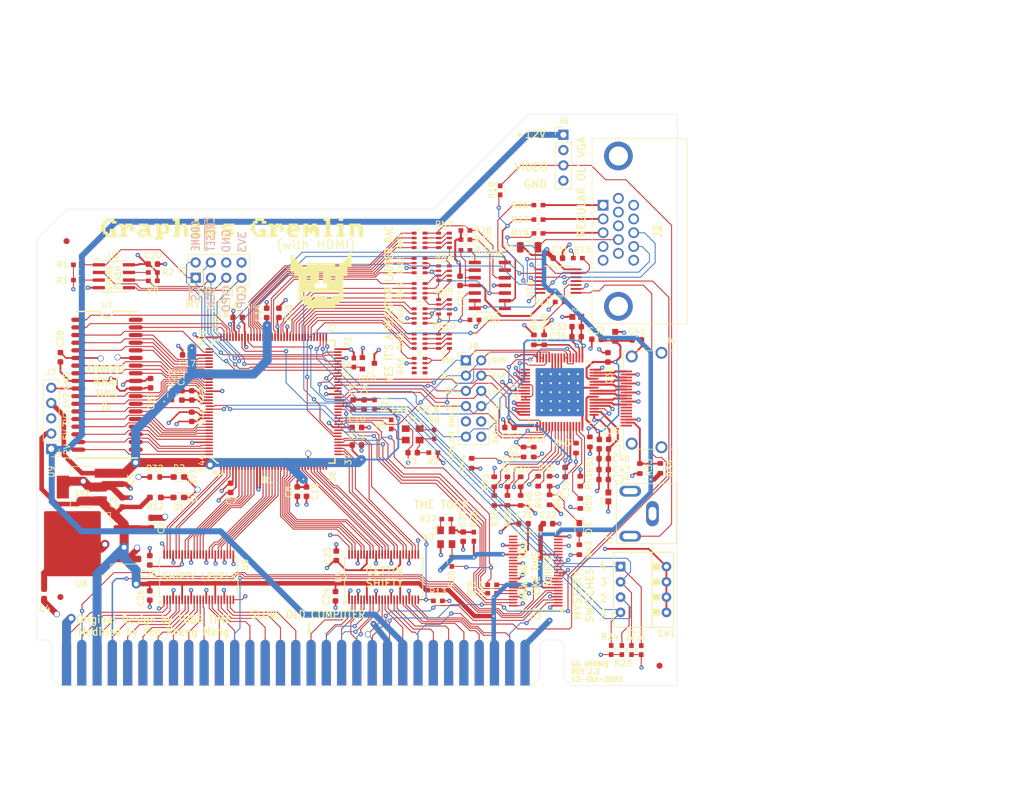
<source format=kicad_pcb>
(kicad_pcb (version 20221018) (generator pcbnew)
  (title_block (title "Graphics Gremlin (with HDMI)") (date "2023-10-13") (rev "2.3") (comment 1 "Copyright (C) 2021 Tube Time") (comment 2 "License. See https://creativecommons.org/licenses/by-sa/4.0/") (comment 3 "This work is licensed under a Creative Commons Attribution-ShareAlike 4.0 International") (comment 4 "Copyright (C) 2023 Yeo Kheng Meng"))
  (layers (0 "F.Cu" signal) (1 "In1.Cu" power) (2 "In2.Cu" power) (31 "B.Cu" signal) (34 "B.Paste" user) (35 "F.Paste" user) (36 "B.SilkS" user "B.Silkscreen") (37 "F.SilkS" user "F.Silkscreen") (38 "B.Mask" user) (39 "F.Mask" user) (44 "Edge.Cuts" user))
  (net 0 "")
  (net 1 "Net-(X1-Vdd)")
  (net 2 "GND")
  (net 3 "+5V")
  (net 4 "+3V3")
  (net 5 "+1V2")
  (net 6 "Net-(U1E-GNDPLL0)")
  (net 7 "Net-(U1E-VCCPLL0)")
  (net 8 "Net-(U1E-GNDPLL1)")
  (net 9 "Net-(U1E-VCCPLL1)")
  (net 10 "Net-(F1-Pad1)")
  (net 11 "/CDONE")
  (net 12 "/~{CRESET}")
  (net 13 "/SPI_SCK")
  (net 14 "/ABLUE")
  (net 15 "/AGREEN")
  (net 16 "/ARED")
  (net 17 "/vga_dac/COMPOSITE")
  (net 18 "/Bus Interface/~{IOR_5V}")
  (net 19 "/Bus Interface/~{IOW_5V}")
  (net 20 "/Bus Interface/~{SMEMR_5V}")
  (net 21 "/Bus Interface/~{SMEMW_5V}")
  (net 22 "/Bus Interface/~{0WS_5V}")
  (net 23 "/Bus Interface/A0_5V")
  (net 24 "/Bus Interface/A1_5V")
  (net 25 "/Bus Interface/A2_5V")
  (net 26 "/Bus Interface/A3_5V")
  (net 27 "/Bus Interface/A4_5V")
  (net 28 "/Bus Interface/A5_5V")
  (net 29 "/Bus Interface/A6_5V")
  (net 30 "/Bus Interface/A7_5V")
  (net 31 "/Bus Interface/A8_5V")
  (net 32 "/Bus Interface/A9_5V")
  (net 33 "/Bus Interface/A10_5V")
  (net 34 "/Bus Interface/A11_5V")
  (net 35 "/Bus Interface/A12_5V")
  (net 36 "/Bus Interface/A13_5V")
  (net 37 "/Bus Interface/A14_5V")
  (net 38 "/Bus Interface/A15_5V")
  (net 39 "/Bus Interface/A16_5V")
  (net 40 "/Bus Interface/A17_5V")
  (net 41 "/Bus Interface/A18_5V")
  (net 42 "/Bus Interface/A19_5V")
  (net 43 "/Bus Interface/RDY_5V")
  (net 44 "/Bus Interface/D0_5V")
  (net 45 "/Bus Interface/D1_5V")
  (net 46 "/Bus Interface/D2_5V")
  (net 47 "/Bus Interface/D3_5V")
  (net 48 "/Bus Interface/D4_5V")
  (net 49 "/Bus Interface/D5_5V")
  (net 50 "/Bus Interface/D6_5V")
  (net 51 "/Bus Interface/D7_5V")
  (net 52 "/SPI_~{CS}")
  (net 53 "Net-(X2-Vdd)")
  (net 54 "Net-(D1-A)")
  (net 55 "/CBSEL0")
  (net 56 "/CBSEL1")
  (net 57 "Net-(D2-A)")
  (net 58 "Net-(D3-A)")
  (net 60 "/OSC14M318")
  (net 61 "/BUSCLK")
  (net 63 "/Bus Interface/DATA_DIR")
  (net 68 "Net-(J4-+5V)")
  (net 83 "/BUSRESET")
  (net 84 "/RESET_5V")
  (net 85 "/BUSCLK_5V")
  (net 86 "/OSC_14M318_5V")
  (net 87 "/ALE_5V")
  (net 88 "/AEN_5V")
  (net 89 "/RAM/~{RAM_WE}")
  (net 90 "/RA18")
  (net 91 "/RA9")
  (net 92 "/RA5")
  (net 93 "/RA6")
  (net 94 "/RA7")
  (net 95 "/RA8")
  (net 96 "/RA13")
  (net 97 "/RA12")
  (net 98 "/RA11")
  (net 99 "/RA10")
  (net 100 "/RA14")
  (net 101 "/RD2")
  (net 102 "/RD5")
  (net 103 "/RD3")
  (net 104 "/RD4")
  (net 105 "/RD0")
  (net 106 "/RD7")
  (net 107 "/RD1")
  (net 108 "/RD6")
  (net 109 "/RA17")
  (net 110 "/RA3")
  (net 111 "/RA16")
  (net 112 "/RA4")
  (net 113 "/RA15")
  (net 114 "/RA0")
  (net 115 "/RA1")
  (net 116 "/RA2")
  (net 117 "/D0")
  (net 118 "/D1")
  (net 119 "/D2")
  (net 120 "/D3")
  (net 121 "/D4")
  (net 122 "/D5")
  (net 123 "/D6")
  (net 124 "/D7")
  (net 125 "/A8")
  (net 126 "/A9")
  (net 127 "/A10")
  (net 128 "/A11")
  (net 129 "/A12")
  (net 130 "/A13")
  (net 131 "/A14")
  (net 132 "/A15")
  (net 133 "/A0")
  (net 134 "/A1")
  (net 135 "/A2")
  (net 136 "/A3")
  (net 137 "/A4")
  (net 138 "/A5")
  (net 139 "/A6")
  (net 140 "/A7")
  (net 141 "/A16")
  (net 142 "/A17")
  (net 143 "/A18")
  (net 144 "/A19")
  (net 145 "/~{IOR}")
  (net 146 "/~{IOW}")
  (net 147 "/~{SMEMR}")
  (net 148 "/~{SMEMW}")
  (net 149 "/AEN")
  (net 150 "/ALE")
  (net 151 "/B0")
  (net 152 "/B1")
  (net 153 "/B2")
  (net 154 "/B3")
  (net 155 "/B4")
  (net 156 "/B5")
  (net 157 "/G6")
  (net 158 "/G2")
  (net 159 "/G4")
  (net 160 "/G3")
  (net 161 "/G5")
  (net 162 "/G0")
  (net 163 "/G1")
  (net 164 "/R2")
  (net 165 "/R4")
  (net 166 "/R3")
  (net 167 "/R5")
  (net 168 "/R0")
  (net 169 "/R1")
  (net 170 "/SW2")
  (net 171 "/SW3")
  (net 172 "/SPI_CIPO")
  (net 173 "/SPI_COPI")
  (net 175 "/VGA_VSYNC_5V")
  (net 176 "/VGA_HSYNC_5V")
  (net 177 "/Bus Interface/RDY")
  (net 178 "/Bus Interface/~{0WS}")
  (net 184 "/VGA_HSYNC")
  (net 185 "/VGA_VSYNC")
  (net 186 "+12V")
  (net 187 "Net-(R31-Pad1)")
  (net 188 "/OSC10M")
  (net 189 "/hdmi/TVDD")
  (net 190 "/hdmi/DVDD")
  (net 191 "/hdmi/PVDD")
  (net 194 "/HDMI_GRN_INT")
  (net 195 "/hdmi/MSEN")
  (net 196 "Net-(U2-~{HOLD})")
  (net 197 "/hdmi/CK-")
  (net 198 "/hdmi/CK+")
  (net 199 "/hdmi/D0-")
  (net 200 "/hdmi/D0+")
  (net 201 "/hdmi/D1-")
  (net 202 "/hdmi/D1+")
  (net 203 "/hdmi/D2-")
  (net 204 "/hdmi/D2+")
  (net 205 "/HDMI_VS")
  (net 206 "/HDMI_DE")
  (net 207 "/HDMI_BLU")
  (net 208 "/HDMI_RED")
  (net 209 "/HDMI_INT")
  (net 210 "/HDMI_HS")
  (net 211 "/HDMI_CLK")
  (net 212 "/HDMI_GRN")
  (net 213 "Net-(U2-~{WP})")
  (net 214 "Net-(X1-OUT)")
  (net 215 "Net-(X1-EN)")
  (net 216 "Net-(U3-1A2)")
  (net 217 "Net-(U3-1A4)")
  (net 218 "Net-(U6D--)")
  (net 219 "Net-(U6C--)")
  (net 220 "Net-(U6B--)")
  (net 221 "Net-(X2-OUT)")
  (net 222 "Net-(X2-EN)")
  (net 223 "Net-(RN1-R1.2)")
  (net 224 "Net-(RN2-R4.2)")
  (net 225 "Net-(RN4-R4.2)")
  (net 226 "Net-(U12-CTL3{slash}A3{slash}DK3)")
  (net 227 "Net-(U12-CTL2{slash}A2{slash}DK2)")
  (net 228 "Net-(U12-CTL1{slash}A1{slash}DK1)")
  (net 229 "Net-(U12-BSEL{slash}SCL)")
  (net 230 "Net-(U12-ISEL{slash}~{RST})")
  (net 231 "Net-(U12-~{PD})")
  (net 232 "Net-(U12-DKEN)")
  (net 233 "Net-(U12-EDGE{slash}HTPLG)")
  (net 234 "Net-(U12-DSEL{slash}SDA)")
  (net 235 "Net-(U12-TFADJ)")
  (net 236 "Net-(U12-VREF)")
  (net 237 "Net-(RN1-R4.2)")
  (net 238 "Net-(RN1-R3.2)")
  (net 239 "Net-(RN1-R2.2)")
  (net 240 "Net-(RN2-R2.2)")
  (net 241 "Net-(RN2-R1.2)")
  (net 242 "Net-(RN3-R4.2)")
  (net 243 "Net-(RN3-R3.2)")
  (net 244 "Net-(RN3-R1.2)")
  (net 245 "Net-(RN3-R2.2)")
  (net 246 "Net-(RN4-R2.2)")
  (net 247 "Net-(RN4-R1.2)")
  (net 248 "Net-(RN10-R3.2)")
  (net 249 "Net-(RN10-R2.2)")
  (net 250 "Net-(RN10-R1.1)")
  (net 251 "Net-(RN10-R1.2)")
  (net 254 "Net-(RN10-R4.2)")
  (footprint "Capacitor_SMD:C_0603_1608Metric" (layer "F.Cu") (at 154.051 97.155 180)
    (fp_text reference "C1")
    (fp_text value "1u")
  )
  (footprint "Capacitor_SMD:C_0603_1608Metric" (layer "F.Cu") (at 145.98 89.15 -90)
    (fp_text reference "C6")
    (fp_text value "4.7u")
  )
  (footprint "Capacitor_SMD:C_0603_1608Metric" (layer "F.Cu") (at 134.874 103.632 -90)
    (fp_text reference "C8")
    (fp_text value "1u")
  )
  (footprint "Capacitor_SMD:C_0603_1608Metric" (layer "F.Cu") (at 144.145 89.154 -90)
    (fp_text reference "C9")
    (fp_text value "1u")
  )
  (footprint "Capacitor_SMD:C_0603_1608Metric" (layer "F.Cu") (at 144.78 92.964)
    (fp_text reference "C10")
    (fp_text value "1u")
  )
  (footprint "Capacitor_SMD:C_0603_1608Metric" (layer "F.Cu") (at 144.78 95.885)
    (fp_text reference "C11")
    (fp_text value "1u")
  )
  (footprint "Capacitor_SMD:C_0603_1608Metric" (layer "F.Cu") (at 115.697 87.63 -90)
    (fp_text reference "C12")
    (fp_text value "4.7u")
  )
  (footprint "Capacitor_SMD:C_0603_1608Metric" (layer "F.Cu") (at 129.794 73.914 90)
    (fp_text reference "C14")
    (fp_text value "1u")
  )
  (footprint "Capacitor_SMD:C_0603_1608Metric" (layer "F.Cu") (at 117.348 87.63 -90)
    (fp_text reference "C15")
    (fp_text value "1u")
  )
  (footprint "Capacitor_SMD:C_0603_1608Metric" (layer "F.Cu") (at 117.348 91.186 -90)
    (fp_text reference "C16")
    (fp_text value "1u")
  )
  (footprint "Capacitor_SMD:C_0603_1608Metric" (layer "F.Cu") (at 116.586 80.899 180)
    (fp_text reference "C17")
    (fp_text value "1u")
  )
  (footprint "Capacitor_SMD:C_0603_1608Metric" (layer "F.Cu") (at 124.968 74.676 180)
    (fp_text reference "C18")
    (fp_text value "4.7u")
  )
  (footprint "Capacitor_SMD:C_0603_1608Metric" (layer "F.Cu") (at 136.398 103.632 -90)
    (fp_text reference "C19")
    (fp_text value "4.7u")
  )
  (footprint "Passive:RESC1608X55" (layer "F.Cu") (at 98.425 65.913)
    (fp_text reference "R1")
    (fp_text value "10K")
  )
  (footprint "Passive:RESC1608X55" (layer "F.Cu") (at 110.871 67.183 180)
    (fp_text reference "R2")
    (fp_text value "10K")
  )
  (footprint "Passive:RESC1608X55" (layer "F.Cu") (at 98.425 68.453)
    (fp_text reference "R3")
    (fp_text value "10K")
  )
  (footprint "Passive:RESC1608X55" (layer "F.Cu") (at 150.495 92.456 90)
    (fp_text reference "R6")
    (fp_text value "10")
  )
  (footprint "Passive:RESC1608X55" (layer "F.Cu") (at 157.48 97.155 180)
    (fp_text reference "R7")
    (fp_text value "10")
  )
  (footprint "Passive:RESC1608X55" (layer "F.Cu") (at 110.871 68.58 180)
    (fp_text reference "R8")
    (fp_text value "10K")
  )
  (footprint "Passive:RESC1608X55" (layer "F.Cu") (at 157.607 94.107 90)
    (fp_text reference "R9")
    (fp_text value "10K")
  )
  (footprint "Passive:RESC1608X55" (layer "F.Cu") (at 167.259 120.523 180)
    (fp_text reference "R10")
    (fp_text value "10")
  )
  (footprint "Passive:RESC1608X55" (layer "F.Cu") (at 167.259 119.126 180)
    (fp_text reference "R11")
    (fp_text value "DNI")
  )
  (footprint "Passive:RESC1608X55" (layer "F.Cu") (at 158.242 121.793)
    (fp_text reference "R13")
    (fp_text value "1K")
  )
  (footprint "Passive:RESC1608X55" (layer "F.Cu") (at 168.6 53.53 -90)
    (fp_text reference "R18")
    (fp_text value "75")
  )
  (footprint "Passive:RESC1608X55" (layer "F.Cu") (at 144.272 82.169 -90)
    (fp_text reference "R20")
    (fp_text value "10K")
  )
  (footprint "Passive:RESC1608X55" (layer "F.Cu") (at 147.71 89.13 90)
    (fp_text reference "R21")
    (fp_text value "100")
  )
  (footprint "Passive:RESC1608X55" (layer "F.Cu") (at 114.046 87.63 90)
    (fp_text reference "R22")
    (fp_text value "100")
  )
  (footprint "Passive:RESCAV80P320X160X70-8" (layer "F.Cu") (at 155.194 61.849)
    (fp_text reference "RN1")
    (fp_text value "604")
  )
  (footprint "Passive:RESCAV80P320X160X70-8" (layer "F.Cu") (at 155.194 66.04)
    (fp_text reference "RN2")
    (fp_text value "604")
  )
  (footprint "Passive:RESCAV80P320X160X70-8" (layer "F.Cu") (at 155.194 70.231)
    (fp_text reference "RN3")
    (fp_text value "604")
  )
  (footprint "Passive:RESCAV80P320X160X70-8" (layer "F.Cu") (at 155.194 74.422)
    (fp_text reference "RN4")
    (fp_text value "604")
  )
  (footprint "Passive:RESCAV80P320X160X70-8" (layer "F.Cu") (at 155.194 78.613)
    (fp_text reference "RN5")
    (fp_text value "604")
  )
  (footprint "Passive:RESCAV80P320X160X70-8" (layer "F.Cu") (at 155.194 82.677)
    (fp_text reference "RN6")
    (fp_text value "604")
  )
  (footprint "Passive:RESCAV80P320X160X70-8" (layer "F.Cu") (at 159.258 61.849)
    (fp_text reference "RN7")
    (fp_text value "300")
  )
  (footprint "Passive:RESCAV80P320X160X70-8" (layer "F.Cu") (at 159.258 67.31)
    (fp_text reference "RN8")
    (fp_text value "300")
  )
  (footprint "Passive:RESCAV80P320X160X70-8" (layer "F.Cu") (at 159.258 72.898)
    (fp_text reference "RN9")
    (fp_text value "300")
  )
  (footprint "Passive:RESCAV80P320X160X70-8" (layer "F.Cu") (at 159.258 78.613)
    (fp_text reference "RN10")
    (fp_text value "300")
  )
  (footprint "Active:TSQFP50P2200X2200X160-144" (layer "F.Cu") (at 130.934 88.683999 90)
    (fp_text reference "U1")
    (fp_text value "ICE40HX4K-TQ144")
  )
  (footprint "Active:SOP127P620X175-8" (layer "F.Cu") (at 104.394 67.818)
    (fp_text reference "U2")
    (fp_text value "SST26VF080A-104I/SN")
  )
  (footprint "Active:TSSOP50P810X120-48" (layer "F.Cu") (at 174.498 116.84 180)
    (fp_text reference "U3")
    (fp_text value "74ALVC164245")
  )
  (footprint "Active:TSSOP50P810X120-48" (layer "F.Cu") (at 149.225 117.856 90)
    (fp_text reference "U4")
    (fp_text value "74ALVC164245")
  )
  (footprint "Active:TSSOP50P810X120-48" (layer "F.Cu") (at 118.491 117.856 90)
    (fp_text reference "U5")
    (fp_text value "74ALVC164245")
  )
  (footprint "Active:SOP127P620X175-14" (layer "F.Cu") (at 166.878 69.342)
    (fp_text reference "U6")
    (fp_text value "ADA4891-3")
  )
  (footprint "Active:SOT95P230X117-3" (layer "F.Cu") (at 146.685 82.296)
    (fp_text reference "U10")
    (fp_text value "APX803S00-29SA-7")
  )
  (footprint "Active:SOJ127P1118X376-36" (layer "F.Cu") (at 103.251 85.852)
    (fp_text reference "U7")
    (fp_text value "IS61WV5128BLL-10KLI")
  )
  (footprint "Passive:XTAL320X250X120-4" (layer "F.Cu") (at 154.051 94.107 180)
    (fp_text reference "X1")
    (fp_text value "10MHz")
  )
  (footprint "Passive:RESC1608X55" (layer "F.Cu") (at 190.41 129.98 -90)
    (fp_text reference "R5")
    (fp_text value "10K")
  )
  (footprint "Passive:RESC1608X55" (layer "F.Cu") (at 192.04 129.99 -90)
    (fp_text reference "R4")
    (fp_text value "10K")
  )
  (footprint "Capacitor_SMD:C_0603_1608Metric" (layer "F.Cu") (at 110.871 65.786)
    (fp_text reference "C20")
    (fp_text value "1u")
  )
  (footprint "Capacitor_SMD:C_0603_1608Metric" (layer "F.Cu") (at 172.466 108.966 180)
    (fp_text reference "C21")
    (fp_text value "1u")
  )
  (footprint "Capacitor_SMD:C_0603_1608Metric" (layer "F.Cu") (at 176.53 108.966)
    (fp_text reference "C22")
    (fp_text value "1u")
  )
  (footprint "Capacitor_SMD:C_0603_1608Metric" (layer "F.Cu") (at 141.351 114.3 90)
    (fp_text reference "C23")
    (fp_text value "1u")
  )
  (footprint "Capacitor_SMD:C_0603_1608Metric" (layer "F.Cu") (at 141.224 121.031 -90)
    (fp_text reference "C24")
    (fp_text value "1u")
  )
  (footprint "Capacitor_SMD:C_0603_1608Metric" (layer "F.Cu") (at 110.363 115.062 90)
    (fp_text reference "C25")
    (fp_text value "1u")
  )
  (footprint "Capacitor_SMD:C_0603_1608Metric" (layer "F.Cu") (at 110.363 120.904 -90)
    (fp_text reference "C26")
    (fp_text value "1u")
  )
  (footprint "Capacitor_SMD:C_0603_1608Metric" (layer "F.Cu") (at 161.925 68.58 90)
    (fp_text reference "C27")
    (fp_text value "1u")
  )
  (footprint "Capacitor_SMD:C_0603_1608Metric" (layer "F.Cu") (at 110.49 85.598 90)
    (fp_text reference "C29")
    (fp_text value "1u")
  )
  (footprint "Passive:RESC1608X55" (layer "F.Cu") (at 188.81 129.98 -90)
    (fp_text reference "R23")
    (fp_text value "10K")
  )
  (footprint "Passive:RESC1608X55" (layer "F.Cu") (at 187.04 129.98 -90)
    (fp_text reference "R24")
    (fp_text value "10K")
  )
  (footprint "Capacitor_SMD:C_0603_1608Metric" (layer "F.Cu") (at 131.826 73.914 90)
    (fp_text reference "C13")
    (fp_text value "1u")
  )
  (footprint "ISAVideo:gremlin" (layer "F.Cu") (at 138.8 68.7)
    (fp_text reference "G***" hide)
    (fp_text value "LOGO" hide)
  )
  (footprint "ISAVideo:graphics_gremlin" (layer "F.Cu") (at 123.952 59.944)
    (fp_text reference "G***" hide)
    (fp_text value "LOGO" hide)
  )
  (footprint "Connector_PinHeader_2.54mm:PinHeader_2x04_P2.54mm_Vertical" (layer "F.Cu") (at 117.983 68.072 90)
    (fp_text reference "J1")
    (fp_text value "PROG")
  )
  (footprint "Passive:RESC1608X55" (layer "F.Cu") (at 160.528 115.316 -90)
    (fp_text reference "R25")
    (fp_text value "10")
  )
  (footprint "Passive:RESC1608X55" (layer "F.Cu") (at 164.211 111.125 90)
    (fp_text reference "R26")
    (fp_text value "10")
  )
  (footprint "Passive:RESC1608X55" (layer "F.Cu") (at 159.639 108.204 180)
    (fp_text reference "R27")
    (fp_text value "10K")
  )
  (footprint "Passive:RESC1608X55" (layer "F.Cu") (at 162.814 60.198)
    (fp_text reference "R28")
    (fp_text value "237")
  )
  (footprint "Passive:RESC1608X55" (layer "F.Cu") (at 162.814 61.722)
    (fp_text reference "R29")
    (fp_text value "237")
  )
  (footprint "Passive:RESC1608X55" (layer "F.Cu") (at 164.32 75.07 180)
    (fp_text reference "R30")
    (fp_text value "237")
  )
  (footprint "Passive:XTAL320X250X120-4" (layer "F.Cu") (at 159.639 111.215 -90)
    (fp_text reference "X2")
    (fp_text value "14.318MHz")
  )
  (footprint "Capacitor_SMD:C_0603_1608Metric" (layer "F.Cu") (at 162.433 111.125 -90)
    (fp_text reference "C30")
    (fp_text value "1u")
  )
  (footprint "Passive:RESC1608X55" (layer "F.Cu") (at 162.814 63.5 180)
    (fp_text reference "R31")
    (fp_text value "75")
  )
  (footprint "Fiducials:Fiducial_1mm_Dia_2mm_Outer" (layer "F.Cu") (at 96.52 61.976)
    (fp_text reference "FID1" hide)
    (fp_text value "Fiducial")
  )
  (footprint "Fiducials:Fiducial_1mm_Dia_2mm_Outer" (layer "F.Cu") (at 95.504 121.158)
    (fp_text reference "FID2" hide)
    (fp_text value "Fiducial")
  )
  (footprint "Fiducials:Fiducial_1mm_Dia_2mm_Outer" (layer "F.Cu") (at 195.072 132.588)
    (fp_text reference "FID3" hide)
    (fp_text value "Fiducial")
  )
  (footprint "libraries:TFP410_ThermalVias" (layer "F.Cu") (at 178.5 87.1 90)
    (fp_text reference "U12")
    (fp_text value "TFP410PAP")
  )
  (footprint "LED_SMD:LED_0603_1608Metric_Pad1.05x0.95mm_HandSolder" (layer "F.Cu") (at 115.2 101.2 180)
    (fp_text reference "D2")
    (fp_text value "Yellow")
  )
  (footprint "LED_SMD:LED_0603_1608Metric_Pad1.05x0.95mm_HandSolder" (layer "F.Cu") (at 181.74 109.74 -90)
    (fp_text reference "D3")
    (fp_text value "Green")
  )
  (footprint "libraries:BEADC1608X95N" (layer "F.Cu") (at 187.7 77.8 90)
    (fp_text reference "FL1")
    (fp_text value "BLM18RK601SN1D")
  )
  (footprint "libraries:BEADC1608X95N" (layer "F.Cu") (at 181.32 74.57 180)
    (fp_text reference "FL2")
    (fp_text value "BLM18RK601SN1D")
  )
  (footprint "libraries:BEADC1608X95N" (layer "F.Cu") (at 186.57 104.51 -90)
    (fp_text reference "FL3")
    (fp_text value "BLM18RK601SN1D")
  )
  (footprint "Package_TO_SOT_SMD:TO-263-2" (layer "F.Cu") (at 99 112.3 180)
    (fp_text reference "U8")
    (fp_text value "LD1085D2T33R")
  )
  (footprint "Capacitor_SMD:C_0603_1608Metric" (layer "F.Cu") (at 105.791 101.6 -90)
    (fp_text reference "C5")
    (fp_text value "4.7u")
  )
  (footprint "Capacitor_SMD:C_0603_1608Metric" (layer "F.Cu") (at 105.791 105.41 90)
    (fp_text reference "C3")
    (fp_text value "4.7u")
  )
  (footprint "Active:SOT230P700X170-3" (layer "F.Cu") (at 99.06 102.87 180)
    (fp_text reference "U9")
    (fp_text value "AP2114HA-1.2")
  )
  (footprint "Connector_PinHeader_2.54mm:PinHeader_1x05_P2.54mm_Vertical" (layer "F.Cu") (at 93.98 96.52 180)
    (fp_text reference "J7")
    (fp_text value "Conn_01x05")
  )
  (footprint "Capacitor_SMD:C_0603_1608Metric" (layer "F.Cu") (at 95.504 81.28 90)
    (fp_text reference "C28")
    (fp_text value "1u")
  )
  (footprint "Capacitor_SMD:C_0603_1608Metric" (layer "F.Cu") (at 123.8 103 90)
    (fp_text reference "C7")
    (fp_text value "1u")
  )
  (footprint "Capacitor_SMD:C_0603_1608Metric_Pad1.08x0.95mm_HandSolder" (layer "F.Cu") (at 110.6 108.85 90)
    (fp_text reference "C2")
    (fp_text value "10uF 16V")
  )
  (footprint "Capacitor_SMD:C_0603_1608Metric_Pad1.08x0.95mm_HandSolder" (layer "F.Cu") (at 92.8 120.6375 -90)
    (fp_text reference "C4")
    (fp_text value "10uF 16V")
  )
  (footprint "libraries:SWITCHCRAFT_PJRAN1X1U04X" (layer "F.Cu") (at 193.9 107.3 90)
    (fp_text reference "J3")
    (fp_text value "PJRAN1X1U04X")
  )
  (footprint "Resistor_SMD:R_0603_1608Metric_Pad0.98x0.95mm_HandSolder" (layer "F.Cu") (at 111.2875 104.6)
    (fp_text reference "R12")
    (fp_text value "2200")
  )
  (footprint "LED_SMD:LED_0603_1608Metric_Pad1.05x0.95mm_HandSolder" (layer "F.Cu") (at 115.175 104.6 180)
    (fp_text reference "D1")
    (fp_text value "Yellow")
  )
  (footprint "Conn:MNT_KEYSTONE_9200" (layer "F.Cu") (at 175.26 128.27)
    (fp_text reference "MH1" hide)
    (fp_text value "MNT_KEYSTONE_9200" hide)
  )
  (footprint "libraries:23117631" (layer "F.Cu") (at 185.7 56 90)
    (fp_text reference "J2")
    (fp_text value "DB15_Female_HighDensity_MountingHoles" hide)
  )
  (footprint "Switch:SW_DIP254P762X635-8" (layer "F.Cu") (at 188.6 116.1)
    (fp_text reference "SW1")
    (fp_text value "SW_DIP_x04")
  )
  (footprint "Capacitor_SMD:C_0603_1608Metric" (layer "F.Cu") (at 184.6 78.3 180)
    (fp_text reference "C32")
    (fp_text value "10uF 16V")
  )
  (footprint "Capacitor_SMD:C_0603_1608Metric" (layer "F.Cu") (at 181.31 76.21 180)
    (fp_text reference "C33")
    (fp_text value "10uF 16V")
  )
  (footprint "Capacitor_SMD:C_0603_1608Metric" (layer "F.Cu") (at 185.79 101.62 180)
    (fp_text reference "C34")
    (fp_text value "10uF 16V")
  )
  (footprint "Capacitor_SMD:C_0603_1608Metric" (layer "F.Cu") (at 181.29 77.87 180)
    (fp_text reference "C36")
    (fp_text value "0.1uF")
  )
  (footprint "Capacitor_SMD:C_0603_1608Metric" (layer "F.Cu") (at 185.82 96.52 180)
    (fp_text reference "C37")
    (fp_text value "0.1uF")
  )
  (footprint "Capacitor_SMD:C_0603_1608Metric" (layer "F.Cu") (at 179.39 100.39 -90)
    (fp_text reference "C39")
    (fp_text value "0.1uF")
  )
  (footprint "Capacitor_SMD:C_0603_1608Metric" (layer "F.Cu") (at 185.8 98.16 180)
    (fp_text reference "C40")
    (fp_text value "0.1uF")
  )
  (footprint "Capacitor_SMD:C_0603_1608Metric" (layer "F.Cu") (at 191.3 78.4)
    (fp_text reference "C41")
    (fp_text value "0.1uF")
  )
  (footprint "Capacitor_SMD:C_0603_1608Metric" (layer "F.Cu") (at 170.14 92.96 180)
    (fp_text reference "C42")
    (fp_text value "0.1uF")
  )
  (footprint "Capacitor_SMD:C_0603_1608Metric" (layer "F.Cu") (at 185.8 99.96 180)
    (fp_text reference "C43")
    (fp_text value "0.1uF")
  )
  (footprint "Resistor_SMD:R_0603_1608Metric" (layer "F.Cu") (at 111.1875 101.2)
    (fp_text reference "R32")
    (fp_text value "1200")
  )
  (footprint "Resistor_SMD:R_0603_1608Metric" (layer "F.Cu") (at 191.8 99.8 -90)
    (fp_text reference "R33")
    (fp_text value "0")
  )
  (footprint "Resistor_SMD:R_0603_1608Metric" (layer "F.Cu") (at 195.2 99.76 90)
    (fp_text reference "R34")
    (fp_text value "DNI")
  )
  (footprint "Resistor_SMD:R_0603_1608Metric" (layer "F.Cu") (at 167.6 102 -90)
    (fp_text reference "R35")
    (fp_text value "10k")
  )
  (footprint "Resistor_SMD:R_0603_1608Metric" (layer "F.Cu") (at 169.8 102 -90)
    (fp_text reference "R37")
    (fp_text value "DNI")
  )
  (footprint "Resistor_SMD:R_0603_1608Metric" (layer "F.Cu") (at 169.8 105.1 -90)
    (fp_text reference "R38")
    (fp_text value "10k")
  )
  (footprint "Resistor_SMD:R_0603_1608Metric" (layer "F.Cu") (at 172 102 -90)
    (fp_text reference "R39")
    (fp_text value "DNI")
  )
  (footprint "Resistor_SMD:R_0603_1608Metric" (layer "F.Cu") (at 172 105.1 -90)
    (fp_text reference "R40")
    (fp_text value "10k")
  )
  (footprint "Resistor_SMD:R_0603_1608Metric" (layer "F.Cu") (at 181.9 101.9 -90)
    (fp_text reference "R41")
    (fp_text value "10k")
  )
  (footprint "Resistor_SMD:R_0603_1608Metric" (layer "F.Cu") (at 181.74 113.29 90)
    (fp_text reference "R42")
    (fp_text value "1200")
  )
  (footprint "Resistor_SMD:R_0603_1608Metric" (layer "F.Cu") (at 181.19 96.39 -90)
    (fp_text reference "R43")
    (fp_text value "10k")
  )
  (footprint "Resistor_SMD:R_0603_1608Metric" (layer "F.Cu") (at 163.85 98.92 90)
    (fp_text reference "R44")
    (fp_text value "10k")
  )
  (footprint "Resistor_SMD:R_0603_1608Metric" (layer "F.Cu") (at 176.8 101.9 -90)
    (fp_text reference "R45")
    (fp_text value "5k")
  )
  (footprint "Resistor_SMD:R_0603_1608Metric" (layer "F.Cu") (at 176.8 105 -90)
    (fp_text reference "R46")
    (fp_text value "DNI")
  )
  (footprint "Resistor_SMD:R_0603_1608Metric" (layer "F.Cu") (at 174.2 78.4 -90)
    (fp_text reference "R47")
    (fp_text value "10k")
  )
  (footprint "Resistor_SMD:R_0603_1608Metric" (layer "F.Cu") (at 175.9 78.4 90)
    (fp_text reference "R48")
    (fp_text value "DNI")
  )
  (footprint "Resistor_SMD:R_0603_1608Metric" (layer "F.Cu") (at 174.9 101.9 -90)
    (fp_text reference "R49")
    (fp_text value "10k")
  )
  (footprint "Resistor_SMD:R_0603_1608Metric" (layer "F.Cu") (at 181.9 105.6 -90)
    (fp_text reference "R50")
    (fp_text value "10k")
  )
  (footprint "Resistor_SMD:R_0603_1608Metric" (layer "F.Cu") (at 172.5 97.04 90)
    (fp_text reference "R52")
    (fp_text value "33k")
  )
  (footprint "Resistor_SMD:R_0603_1608Metric" (layer "F.Cu") (at 174.17 97.04 -90)
    (fp_text reference "R53")
    (fp_text value "DNI")
  )
  (footprint "Connector_PinHeader_2.54mm:PinHeader_2x06_P2.54mm_Vertical" (layer "F.Cu") (at 162.9 81.8)
    (fp_text reference "J8")
    (fp_text value "Conn_02x06_Odd_Even")
  )
  (footprint "Capacitor_SMD:C_0603_1608Metric" (layer "F.Cu") (at 185.85 94.95)
    (fp_text reference "C35")
    (fp_text value "0.1uF")
  )
  (footprint "Capacitor_SMD:C_0603_1608Metric" (layer "F.Cu") (at 186.5 81.3 90)
    (fp_text reference "C38")
    (fp_text value "0.1uF")
  )
  (footprint "Resistor_SMD:R_1206_3216Metric" (layer "F.Cu") (at 173.4 63 180)
    (fp_text reference "F1")
    (fp_text value "1A")
  )
  (footprint "Passive:RESC1608X55" (layer "F.Cu") (at 174.949 60.684 180)
    (fp_text reference "R19")
    (fp_text value "75")
  )
  (footprint "Passive:RESC1608X55" (layer "F.Cu") (at 174.949 58.398 180)
    (fp_text reference "R17")
    (fp_text value "75")
  )
  (footprint "Passive:RESC1608X55" (layer "F.Cu") (at 174.949 55.985 180)
    (fp_text reference "R16")
    (fp_text value "75")
  )
  (footprint "Connector_PinHeader_2.54mm:PinHeader_1x04_P2.54mm_Vertical" (layer "F.Cu") (at 179.1 44.3)
    (fp_text reference "J6")
    (fp_text value "RFMOD")
  )
  (footprint "libraries:HDMI_A_Amphenol_10029449-111" (layer "F.Cu") (at 192.5 88.4 90)
    (fp_text reference "J4")
    (fp_text value "10029449-111RLF")
  )
  (footprint "Capacitor_SMD:C_0603_1608Metric" (layer "F.Cu") (at 178.18 64.81)
    (fp_text reference "C31")
    (fp_text value "1u")
  )
  (footprint "Passive:RESC1608X55" (layer "F.Cu") (at 181.5 64.8)
    (fp_text reference "R15")
    (fp_text value "10K")
  )
  (footprint "Passive:RESC1608X55" (layer "F.Cu") (at 178.5 72.1)
    (fp_text reference "R14")
    (fp_text value "10K")
  )
  (footprint "Conn:BUS_PC_8BIT" (layer "F.Cu") (at 134.62 132.08)
    (fp_text reference "J5" hide)
    (fp_text value "Conn_ISA_8bit")
  )
  (footprint "Active:TSOP65P640X110-14" (layer "F.Cu") (at 178.2 69.6)
    (fp_text reference "U11")
    (fp_text value "74HCT125")
  )
  (footprint "Resistor_SMD:R_0603_1608Metric" (layer "F.Cu") (at 167.6 105.1 -90)
    (fp_text reference "R36")
    (fp_text value "DNI")
  )
  (footprint "Resistor_SMD:R_0603_1608Metric" (layer "F.Cu") (at 183.5 95.36 90)
    (fp_text reference "R51")
    (fp_text value "510")
  )
  (gr_line (start 136.804 127.308) (end 137.058 126.8) (stroke (width 0.2032)) (layer "F.SilkS"))
  (gr_line (start 136.804 125.53) (end 136.804 127.308) (stroke (width 0.2032)) (layer "F.SilkS"))
  (gr_line (start 136.804 127.308) (end 136.55 126.8) (stroke (width 0.2032)) (layer "F.SilkS"))
  (gr_arc (start 177.927 128.27) (mid 178.825026 128.641974) (end 179.197 129.54) (stroke (width 0.05)) (layer "Edge.Cuts"))
  (gr_arc (start 175.133 129.54) (mid 175.504974 128.641974) (end 176.403 128.27) (stroke (width 0.05)) (layer "Edge.Cuts"))
  (gr_line (start 176.403 128.27) (end 177.927 128.27) (stroke (width 0.05)) (layer "Edge.Cuts"))
  (gr_line (start 180.467 135.89) (end 197.993 135.89) (stroke (width 0.05)) (layer "Edge.Cuts"))
  (gr_line (start 157.48 56.642) (end 96.647 56.642) (stroke (width 0.05)) (layer "Edge.Cuts"))
  (gr_line (start 173.863 135.89) (end 175.133 134.62) (stroke (width 0.05)) (layer "Edge.Cuts"))
  (gr_line (start 173.228 40.894) (end 157.48 56.642) (stroke (width 0.05)) (layer "Edge.Cuts"))
  (gr_line (start 197.993 135.89) (end 197.993 40.894) (stroke (width 0.05)) (layer "Edge.Cuts"))
  (gr_line (start 94.107 129.54) (end 94.107 134.62) (stroke (width 0.05)) (layer "Edge.Cuts"))
  (gr_line (start 179.197 129.54) (end 179.197 134.62) (stroke (width 0.05)) (layer "Edge.Cuts"))
  (gr_arc (start 92.837 128.27) (mid 93.735026 128.641974) (end 94.107 129.54) (stroke (width 0.05)) (layer "Edge.Cuts"))
  (gr_line (start 95.377 135.89) (end 173.863 135.89) (stroke (width 0.05)) (layer "Edge.Cuts"))
  (gr_line (start 179.197 134.62) (end 180.467 135.89) (stroke (width 0.05)) (layer "Edge.Cuts"))
  (gr_line (start 91.567 128.27) (end 92.837 128.27) (stroke (width 0.05)) (layer "Edge.Cuts"))
  (gr_line (start 91.567 61.722) (end 91.567 128.27) (stroke (width 0.05)) (layer "Edge.Cuts"))
  (gr_line (start 96.647 56.642) (end 91.567 61.722) (stroke (width 0.05)) (layer "Edge.Cuts"))
  (gr_line (start 197.993 40.894) (end 173.228 40.894) (stroke (width 0.05)) (layer "Edge.Cuts"))
  (gr_line (start 94.107 134.62) (end 95.377 135.89) (stroke (width 0.05)) (layer "Edge.Cuts"))
  (gr_line (start 175.133 134.62) (end 175.133 129.54) (stroke (width 0.05)) (layer "Edge.Cuts"))
  (gr_text "~{CS}" (at 117.983 69.342 90) (layer "B.SilkS") (effects (font (size 1.27 1.27) (thickness 0.2032)) (justify left mirror)))
  (gr_text "CIPO" (at 123.063 69.215 90) (layer "B.SilkS") (effects (font (size 1.27 1.27) (thickness 0.2032)) (justify left mirror)))
  (gr_text "COPI" (at 125.603 69.215 90) (layer "B.SilkS") (effects (font (size 1.27 1.27) (thickness 0.2032)) (justify left mirror)))
  (gr_text "SCK" (at 120.523 69.342 90) (layer "B.SilkS") (effects (font (size 1.27 1.27) (thickness 0.2032)) (justify left mirror)))
  (gr_text "~{CRESET}" (at 120.523 63.754 90) (layer "B.SilkS") (effects (font (size 1.27 1.016) (thickness 0.2032)) (justify right mirror)))
  (gr_text "CDONE" (at 117.983 63.754 90) (layer "B.SilkS") (effects (font (size 1.27 1.016) (thickness 0.2032)) (justify right mirror)))
  (gr_text "GND" (at 123.063 64.008 90) (layer "B.SilkS") (effects (font (size 1.27 1.27) (thickness 0.2032)) (justify right mirror)))
  (gr_text "3V3" (at 125.73 64.008 90) (layer "B.SilkS") (effects (font (size 1.27 1.27) (thickness 0.2032)) (justify right mirror)))
  (gr_text "FORGOT\nWHAT\nTHIS\nIS" (at 103.124 86.36) (layer "F.SilkS") (effects (font (size 1.27 1.143) (thickness 0.2032))))
  (gr_text "SHIFTY LEVELS" (at 118.618 117.856) (layer "F.SilkS") (effects (font (size 1.27 1.143) (thickness 0.2032))))
  (gr_text "GETTIN\nSHIFTY" (at 149.352 117.856) (layer "F.SilkS") (effects (font (size 1.27 1.27) (thickness 0.2032))))
  (gr_text "HOW DO YOU\nLIKE THIS \nSHIFT?" (at 174.498 116.84 90) (layer "F.SilkS") (effects (font (size 1.27 1.016) (thickness 0.2032))))
  (gr_text "REGULAR OL' VGA" (at 182.1 53 90) (layer "F.SilkS") (effects (font (size 1.27 1.27) (thickness 0.2032))))
  (gr_text "MYSTERY\nSWITCHES" (at 182.46 120.85 90) (layer "F.SilkS") (effects (font (size 1.27 1.27) (thickness 0.2032))))
  (gr_text "I SPI WITH\nMY LITTLE i" (at 121.666 71.501) (layer "F.SilkS") (effects (font (size 1.27 1.27) (thickness 0.2032))))
  (gr_text "SNORE\nFLASH" (at 104.394 68.072 90) (layer "F.SilkS") (effects (font (size 0.889 0.889) (thickness 0.1778))))
  (gr_text "1V2" (at 99.187 103.886) (layer "F.SilkS") (effects (font (size 0.889 0.889) (thickness 0.1778))))
  (gr_text "SLOW, OLD COMPUTER" (at 136.6 124.1) (layer "F.SilkS") (effects (font (size 1.27 1.143) (thickness 0.2032))))
  (gr_text "YES IT'S A RESISTOR LADDER DAC" (at 150.114 72.39 90) (layer "F.SilkS") (effects (font (size 1.27 1.016) (thickness 0.2032))))
  (gr_text "3" (at 186.5 118.7) (layer "F.SilkS") (effects (font (size 1.27 1.27) (thickness 0.2032)) (justify right)))
  (gr_text "1" (at 186.6 123.7) (layer "F.SilkS") (effects (font (size 1.27 1.27) (thickness 0.2032)) (justify right)))
  (gr_text "2" (at 186.5 121.4) (layer "F.SilkS") (effects (font (size 1.27 1.27) (thickness 0.2032)) (justify right)))
  (gr_text "THE TICK" (at 154.53 90.07) (layer "F.SilkS") (effects (font (size 1.27 1.27) (thickness 0.2032))))
  (gr_text "Original Design by TUBE TIME\nModified by Yeo Kheng Meng" (at 111 125.9) (layer "F.SilkS") (effects (font (size 1.27 1.143) (thickness 0.2032))))
  (gr_text "THE TOCK" (at 158.877 105.791) (layer "F.SilkS") (effects (font (size 1.27 1.27) (thickness 0.2032))))
  (gr_text "VIDEO" (at 176.6 49.7) (layer "F.SilkS") (effects (font (size 1.27 1.27) (thickness 0.2032)) (justify right)))
  (gr_text "GND" (at 176.5 52.5) (layer "F.SilkS") (effects (font (size 1.27 1.27) (thickness 0.2032)) (justify right)))
  (gr_text "5V" (at 117.7 104.6 90) (layer "F.SilkS") (effects (font (size 1 1))))
  (gr_text "4" (at 186.4 116.1) (layer "F.SilkS") (effects (font (size 1.27 1.27) (thickness 0.2032)) (justify right)))
  (gr_text "+12V" (at 176.3 44.2) (layer "F.SilkS") (effects (font (size 1.27 1.27) (thickness 0.2032)) (justify right)))
  (gr_text "GG (HDMI)\nREV 2.3\n13-Oct-2023" (at 180.27 133.56) (layer "F.SilkS") (effects (font (size 0.8 0.8) (thickness 0.2)) (justify left)))
  (gr_text "3V3" (at 117.7 101.2 90) (layer "F.SilkS") (effects (font (size 1 1))))
  (gr_text "HS" (at 168.13 86.95) (layer "F.SilkS") (effects (font (size 0.8 0.8))))
  (gr_text "12V" (at 96.6 97.1 90) (layer "F.SilkS") (effects (font (size 1 1))))
  (gr_text "3V3\n" (at 96.5 91.5 90) (layer "F.SilkS") (effects (font (size 1 1))))
  (gr_text "(with HDMI)" (at 137.96 62.59) (layer "F.SilkS") (effects (font (size 1.5 1.5))))
  (gr_text "CLK" (at 168.41 84.32) (layer "F.SilkS") (effects (font (size 0.8 0.8))))
  (gr_text "INT" (at 168.27 89.47) (layer "F.SilkS") (effects (font (size 0.8 0.8))))
  (gr_text "GRN" (at 168.45 81.8) (layer "F.SilkS") (effects (font (size 0.8 0.8))))
  (gr_text "VS" (at 160.27 89.72) (layer "F.SilkS") (effects (font (size 1 1))))
  (gr_text "DE" (at 160.26 86.88) (layer "F.SilkS") (effects (font (size 0.8 0.8))))
  (gr_text "1V2" (at 96.5 88.5 90) (layer "F.SilkS") (effects (font (size 1 1))))
  (gr_text "BLU" (at 160 84.36) (layer "F.SilkS") (effects (font (size 0.8 0.8))))
  (gr_text "3V3" (at 167.85 94.63 90) (layer "F.SilkS") (effects (font (size 0.8 0.8))))
  (gr_text "GND" (at 96.5 85.2 90) (layer "F.SilkS") (effects (font (size 1 1))))
  (gr_text "GND" (at 160.54 91.84 90) (layer "F.SilkS") (effects (font (size 0.8 0.8))))
  (gr_text "RED" (at 159.91 81.78) (layer "F.SilkS") (effects (font (size 0.8 0.8))))
  (gr_text "GRN_INT" (at 160.53 96 90) (layer "F.SilkS") (effects (font (size 0.8 0.8))))
  (gr_text "GND" (at 167.88 91.9 90) (layer "F.SilkS") (effects (font (size 0.8 0.8))))
  (gr_text "5V" (at 96.5 94.2 90) (layer "F.SilkS") (effects (font (size 1 1))))
  (segment (start 157.607 94.857) (end 155.401 94.857) (width 0.1524) (layer "F.Cu") (net 1))
  (segment (start 154.813 97.143) (end 154.801 97.155) (width 0.1524) (layer "F.Cu") (net 1))
  (segment (start 156.73 97.155) (end 154.801 97.155) (width 0.1524) (layer "F.Cu") (net 1))
  (segment (start 155.401 94.857) (end 155.201 95.057) (width 0.1524) (layer "F.Cu") (net 1))
  (segment (start 154.813 96.393) (end 154.813 97.143) (width 0.1524) (layer "F.Cu") (net 1))
  (segment (start 155.201 95.057) (end 155.201 96.005) (width 0.1524) (layer "F.Cu") (net 1))
  (segment (start 155.201 96.005) (end 154.813 96.393) (width 0.1524) (layer "F.Cu") (net 1))
  (segment (start 178.248 117.59) (end 178.9418 117.59) (width 0.3048) (layer "F.Cu") (net 2))
  (segment (start 177.25 81.4) (end 177.25 85.85) (width 0.254) (layer "F.Cu") (net 2))
  (segment (start 117.469999 95.433999) (end 117.4 95.503998) (width 0.254) (layer "F.Cu") (net 2))
  (segment (start 172.8 85.35) (end 172.32 85.35) (width 0.3048) (layer "F.Cu") (net 2))
  (segment (start 92.8 121.9) (end 94.9 124) (width 1) (layer "F.Cu") (net 2))
  (segment (start 100.27 102.87) (end 99.3 101.9) (width 1.5) (layer "F.Cu") (net 2))
  (segment (start 175.9 76.36) (end 177.17 75.09) (width 0.3048) (layer "F.Cu") (net 2))
  (segment (start 154.975 114.106) (end 154.975 111.795) (width 0.1524) (layer "F.Cu") (net 2))
  (segment (start 144.975 121.606) (end 144.975 120.201) (width 0.3048) (layer "F.Cu") (net 2))
  (segment (start 124.684 77.983999) (end 124.684 77.079199) (width 0.3048) (layer "F.Cu") (net 2))
  (segment (start 101.894 69.723) (end 100.076 69.723) (width 0.3048) (layer "F.Cu") (net 2))
  (segment (start 117.241 120.035) (end 117.221 120.015) (width 0.3048) (layer "F.Cu") (net 2))
  (segment (start 105.791 102.375) (end 106.439 102.375) (width 0.762) (layer "F.Cu") (net 2))
  (segment (start 182.345 69.925) (end 182.94 69.33) (width 0.1524) (layer "F.Cu") (net 2))
  (segment (start 153.054 66.44) (end 153.035 66.421) (width 0.1524) (layer "F.Cu") (net 2))
  (segment (start 153.475 114.106) (end 153.475 115.511) (width 0.3048) (layer "F.Cu") (net 2))
  (segment (start 110.6 107.9875) (end 112.7125 107.9875) (width 1) (layer "F.Cu") (net 2))
  (segment (start 114.241 121.606) (end 114.241 120.074) (width 0.3048) (layer "F.Cu") (net 2))
  (segment (start 180.515 76.23) (end 180.535 76.21) (width 0.3048) (layer "F.Cu") (net 2))
  (segment (start 104.026 102.87) (end 102.21 102.87) (width 1) (layer "F.Cu") (net 2))
  (segment (start 124.684 77.079199) (end 124.358402 76.753601) (width 0.3048) (layer "F.Cu") (net 2))
  (segment (start 116.075 101.2) (end 116.2 101.2) (width 0.3048) (layer "F.Cu") (net 2))
  (segment (start 172 105.925) (end 169.8 105.925) (width 0.3048) (layer "F.Cu") (net 2))
  (segment (start 178.248 122.59) (end 177.2432 122.59) (width 0.3048) (layer "F.Cu") (net 2))
  (segment (start 171.85 90.85) (end 170.87 89.87) (width 0.3048) (layer "F.Cu") (net 2))
  (segment (start 117.241 121.606) (end 117.241 120.035) (width 0.3048) (layer "F.Cu") (net 2))
  (segment (start 180.515 77.87) (end 180.515 78.545) (width 0.3048) (layer "F.Cu") (net 2))
  (segment (start 174.2268 68.625) (end 173.6818 68.08) (width 0.1524) (layer "F.Cu") (net 2))
  (segment (start 110.363 121.654) (end 110.363 122.809) (width 0.3048) (layer "F.Cu") (net 2))
  (segment (start 174.755 70.575) (end 173.37 71.96) (width 0.1524) (layer "F.Cu") (net 2))
  (segment (start 108.0262 85.217) (end 106.553 85.217) (width 0.254) (layer "F.Cu") (net 2))
  (segment (start 117 104.6) (end 118.3 103.3) (width 0.3048) (layer "F.Cu") (net 2))
  (segment (start 176.91586 121.09) (end 176.888193 121.062333) (width 0.3048) (layer "F.Cu") (net 2))
  (segment (start 107.175 104.635) (end 107.188 104.648) (width 0.762) (layer "F.Cu") (net 2))
  (segment (start 175.2 68.625) (end 174.2268 68.625) (width 0.1524) (layer "F.Cu") (net 2))
  (segment (start 115.811 80.899) (end 115.811 80.111) (width 0.3048) (layer "F.Cu") (net 2))
  (segment (start 177.0242 122.8228) (end 176.911 122.936) (width 0.3048) (layer "F.Cu") (net 2))
  (segment (start 189.55 85.65) (end 191.47 85.65) (width 0.3048) (layer "F.Cu") (net 2))
  (segment (start 153.301 96.6276) (end 153.301 97.155) (width 0.1524) (layer "F.Cu") (net 2))
  (segment (start 171.691 108.966) (end 170.084 108.966) (width 0.3048) (layer "F.Cu") (net 2))
  (segment (start 178.248 115.59) (end 179.3182 115.59) (width 0.1524) (layer "F.Cu") (net 2))
  (segment (start 119.3292 91.433999) (end 119.323199 91.44) (width 0.3048) (layer "F.Cu") (net 2))
  (segment (start 124.184 99.383999) (end 124.184 101.841) (width 0.254) (layer "F.Cu") (net 2))
  (segment (start 185.35 130.73) (end 185.32 130.76) (width 0.1524) (layer "F.Cu") (net 2))
  (segment (start 147.975 114.106) (end 147.975 115.55) (width 0.3048) (layer "F.Cu") (net 2))
  (segment (start 189.55 84.15) (end 191.43 84.15) (width 0.3048) (layer "F.Cu") (net 2))
  (segment (start 180.515 78.545) (end 181.33 79.36) (width 0.3048) (layer "F.Cu") (net 2))
  (segment (start 171.89 81.06) (end 172.1 80.85) (width 0.254) (layer "F.Cu") (net 2))
  (segment (start 174.17 97.865) (end 175.005 97.865) (width 0.1524) (layer "F.Cu") (net 2))
  (segment (start 181.2 67.975) (end 180.215 67.975) (width 0.1524) (layer "F.Cu") (net 2))
  (segment (start 178.248 117.09) (end 179.4418 117.09) (width 0.3048) (layer "F.Cu") (net 2))
  (segment (start 192.075 79.525) (end 190.45 81.15) (width 0.3048) (layer "F.Cu") (net 2))
  (segment (start 92.8 121.5) (end 92.8 121.9) (width 1) (layer "F.Cu") (net 2))
  (segment (start 150.475 120.162) (end 150.495 120.142) (width 0.3048) (layer "F.Cu") (net 2))
  (segment (start 114.241 114.106) (end 114.241 115.384) (width 0.3048) (layer "F.Cu") (net 2))
  (segment (start 153.475 115.511) (end 153.416 115.57) (width 0.3048) (layer "F.Cu") (net 2))
  (segment (start 187.04 130.73) (end 185.35 130.73) (width 0.1524) (layer "F.Cu") (net 2))
  (segment (start 185.045 98.14) (end 185.025 98.16) (width 0.254) (layer "F.Cu") (net 2))
  (segment (start 124.241 114.106) (end 124.241 115.651) (width 0.3048) (layer "F.Cu") (net 2))
  (segment (start 154.294 74.822) (end 153.181 74.822) (width 0.1524) (layer "F.Cu") (net 2))
  (segment (start 181.19 98.67) (end 181.18 98.68) (width 0.1524) (layer "F.Cu") (net 2))
  (segment (start 171.4 89.35) (end 170.87 88.82) (width 0.3048) (layer "F.Cu") (net 2))
  (segment (start 141.634 81.433999) (end 142.975001 81.433999) (width 0.3048) (layer "F.Cu") (net 2))
  (segment (start 186.765 93.325) (end 186.765 94.81) (width 0.3048) (layer "F.Cu") (net 2))
  (segment (start 112.268 123.063) (end 111.887 123.063) (width 0.1524) (layer "F.Cu") (net 2))
  (segment (start 174.2 80.85) (end 174.75 81.4) (width 0.254) (layer "F.Cu") (net 2))
  (segment (start 173.115 105.925) (end 174.44 107.25) (width 0.3048) (layer "F.Cu") (net 2))
  (segment (start 115.811 80.111) (end 115.1 79.4) (width 0.3048) (layer "F.Cu") (net 2))
  (segment (start 172.8 90.35) (end 171.35 90.35) (width 0.3048) (layer "F.Cu") (net 2))
  (segment (start 153.475 120.201) (end 153.416 120.142) (width 0.3048) (layer "F.Cu") (net 2))
  (segment (start 178.248 118.59) (end 176.88 118.59) (width 0.3048) (layer "F.Cu") (net 2))
  (segment (start 136.398 104.382) (end 136.398 105.791) (width 0.3048) (layer "F.Cu") (net 2))
  (segment (start 147.975 120.162) (end 147.955 120.142) (width 0.3048) (layer "F.Cu") (net 2))
  (segment (start 154.975 111.795) (end 154.94 111.76) (width 0.1524) (layer "F.Cu") (net 2))
  (segment (start 112.741 112.614) (end 112.395 112.268) (width 0.1524) (layer "F.Cu") (net 2))
  (segment (start 105.107 81.407) (end 105 81.3) (width 0.254) (layer "F.Cu") (net 2))
  (segment (start 172.8 89.35) (end 171.4 89.35) (width 0.3048) (layer "F.Cu") (net 2))
  (segment (start 165.07 75.67) (end 164.54 76.2) (width 0.1524) (layer "F.Cu") (net 2))
  (segment (start 172.026 112.59) (end 172.085 112.649) (width 0.3048) (layer "F.Cu") (net 2))
  (segment (start 189.55 91.65) (end 191.59 91.65) (width 0.3048) (layer "F.Cu") (net 2))
  (segment (start 112.741 114.106) (end 112.741 112.614) (width 0.1524) (layer "F.Cu") (net 2))
  (segment (start 189.55 88.65) (end 191.57 88.65) (width 0.3048) (layer "F.Cu") (net 2))
  (segment (start 171.3 81.06) (end 171.89 81.06) (width 0.254) (layer "F.Cu") (net 2))
  (segment (start 161.925 65.786) (end 161.671 65.532) (width 0.3048) (layer "F.Cu") (net 2))
  (segment (start 185.015 101.62) (end 185.015 103.185) (width 0.254) (layer "F.Cu") (net 2))
  (segment (start 179.94 112.59) (end 179.98 112.63) (width 0.1524) (layer "F.Cu") (net 2))
  (segment (start 182.25 92.8) (end 182.25 90.85) (width 0.34) (layer "F.Cu") (net 2))
  (segment (start 119.741 120.035) (end 119.761 120.015) (width 0.3048) (layer "F.Cu") (net 2))
  (segment (start 154.051 95.8776) (end 153.301 96.6276) (width 0.1524) (layer "F.Cu") (net 2))
  (segment (start 172.8 83.85) (end 171.7452 83.85) (width 0.3048) (layer "F.Cu") (net 2))
  (segment (start 147.975 115.55) (end 147.955 115.57) (width 0.3048) (layer "F.Cu") (net 2))
  (segment (start 105.791 102.375) (end 102.705 102.375) (width 1) (layer "F.Cu") (net 2))
  (segment (start 170.41 86.85) (end 172.8 86.85) (width 0.3048) (layer "F.Cu") (net 2))
  (segment (start 105.791 104.635) (end 107.175 104.635) (width 0.762) (layer "F.Cu") (net 2))
  (segment (start 128.684 99.383999) (end 128.684 102.964) (width 0.3048) (layer "F.Cu") (net 2))
  (segment (start 145.685 79.835) (end 145.78 79.74) (width 0.3048) (layer "F.Cu") (net 2))
  (segment (start 125.663 121.606) (end 126.238 121.031) (width 0.1524) (layer "F.Cu") (net 2))
  (segment (start 185.23 83.35) (end 185.56 83.02) (width 0.34) (layer "F.Cu") (net 2))
  (segment (start 170.748 115.59) (end 172.065 115.59) (width 0.3048) (layer "F.Cu") (net 2))
  (segment (start 181.19 97.215) (end 181.19 98.67) (width 0.1524) (layer "F.Cu") (net 2))
  (segment (start 144.975 120.201) (end 145.034 120.142) (width 0.3048) (layer "F.Cu") (net 2))
  (segment (start 141.224 121.781) (end 141.224 122.936) (width 0.3048) (layer "F.Cu") (net 2))
  (segment (start 117.241 114.106) (end 117.241 115.423) (width 0.3048) (layer "F.Cu") (net 2))
  (segment (start 185.605 80.525) (end 185.05 79.97) (width 0.254) (layer "F.Cu") (net 2))
  (segment (start 117.241 115.423) (end 117.221 115.443) (width 0.3048) (layer "F.Cu") (net 2))
  (segment (start 161.925 67.83) (end 161.925 65.786) (width 0.3048) (layer "F.Cu") (net 2))
  (segment (start 98.4758 81.407) (end 96.406 81.407) (width 0.254) (layer "F.Cu") (net 2))
  (segment (start 124.218 73.620214) (end 124.25437 73.583844) (width 0.3048) (layer "F.Cu") (net 2))
  (segment (start 184.2 91.68) (end 184.25 91.73) (width 0.34) (layer "F.Cu") (net 2))
  (segment (start 122.741 120.074) (end 122.682 120.015) (width 0.3048) (layer "F.Cu") (net 2))
  (segment (start 154.294 82.277) (end 153.054 82.277) (width 0.1524) (layer "F.Cu") (net 2))
  (segment (start 171.35 90.35) (end 170.87 89.87) (width 0.3048) (layer "F.Cu") (net 2))
  (segment (start 177.25 85.85) (end 178.5 87.1) (width 0.254) (layer "F.Cu") (net 2))
  (segment (start 172.8 84.35) (end 172.8 83.85) (width 0.3048) (layer "F.Cu") (net 2))
  (segment (start 170.9 88.85) (end 170.87 88.82) (width 0.3048) (layer "F.Cu") (net 2))
  (segment (start 158.992 121.793) (end 160.147 121.793) (width 0.1524) (layer "F.Cu") (net 2))
  (segment (start 178.955 64.81) (end 178.955 63.705) (width 0.3048) (layer "F.Cu") (net 2))
  (segment (start 105.791 104.635) (end 104.026 102.87) (width 1) (layer "F.Cu") (net 2))
  (segment (start 145.53 97.016) (end 145.542 97.028) (width 0.3048) (layer "F.Cu") (net 2))
  (segment (start 172.085 117.7578) (end 172.085 117.475) (width 0.3048) (layer "F.Cu") (net 2))
  (segment (start 122.741 115.375) (end 122.809 115.443) (width 0.3048) (layer "F.Cu") (net 2))
  (segment (start 174.585 66.675) (end 173.79 65.88) (width 0.1524) (layer "F.Cu") (net 2))
  (segment (start 102.705 102.375) (end 102.21 102.87) (width 1) (layer "F.Cu") (net 2))
  (segment (start 178.75 81.4) (end 178.75 86.85) (width 0.254) (layer "F.Cu") (net 2))
  (segment (start 116.2 101.2) (end 118.3 103.3) (width 0.3048) (layer "F.Cu") (net 2))
  (segment (start 175.005 97.865) (end 175.55 97.32) (width 0.1524) (layer "F.Cu") (net 2))
  (segment (start 172.1 80.85) (end 174.2 80.85) (width 0.254) (layer "F.Cu") (net 2))
  (segment (start 153.181 74.822) (end 153.162 74.803) (width 0.1524) (layer "F.Cu") (net 2))
  (segment (start 170.748 118.09) (end 171.7528 118.09) (width 0.3048) (layer "F.Cu") (net 2))
  (segment (start 178.248 118.09) (end 176.5 118.09) (width 0.3048) (layer "F.Cu") (net 2))
  (segment (start 176.8 105.825) (end 177.195 105.825) (width 0.3048) (layer "F.Cu") (net 2))
  (segment (start 181.75 81.4) (end 181.75 79.78) (width 0.254) (layer "F.Cu") (net 2))
  (segment (start 192.04 130.74) (end 190.42 130.74) (width 0.1524) (layer "F.Cu") (net 2))
  (segment (start 141.634 86.433999) (end 139.783999 86.433999) (width 0.3048) (layer "F.Cu") (net 2))
  (segment (start 153.7034 93.157) (end 154.051 93.5046) (width 0.1524) (layer "F.Cu") (net 2))
  (segment (start 185.015 103.185) (end 184.67 103.53) (width 0.254) (layer "F.Cu") (net 2))
  (segment (start 153.301 98.794) (end 153.289 98.806) (width 0.1524) (layer "F.Cu") (net 2))
  (segment (start 139.783999 86.433999) (end 139.64 86.29) (width 0.3048) (layer "F.Cu") (net 2))
  (segment (start 117.348 91.961) (end 115.239 91.961) (width 0.254) (layer "F.Cu") (net 2))
  (segment (start 108.25 112.95) (end 108.25 113.24) (width 1) (layer "F.Cu") (net 2))
  (segment (start 175.2 70.575) (end 174.755 70.575) (width 0.1524) (layer "F.Cu") (net 2))
  (segment (start 161.12 61.926) (end 161.12 64.981) (width 0.34) (layer "F.Cu") (net 2))
  (segment (start 172.8 90.85) (end 171.85 90.85) (width 0.3048) (layer "F.Cu") (net 2))
  (segment (start 181.75 79.78) (end 181.33 79.36) (width 0.254) (layer "F.Cu") (net 2))
  (segment (start 152.901 93.157) (end 153.7034 93.157) (width 0.1524) (layer "F.Cu") (net 2))
  (segment (start 172.32 85.35) (end 171.07 84.1) (width 0.3048) (layer "F.Cu") (net 2))
  (segment (start 111.621 65.786) (end 112.903 65.786) (width 0.3048) (layer "F.Cu") (net 2))
  (segment (start 171.7452 83.85) (end 171.22 83.3248) (width 0.3048) (layer "F.Cu") (net 2))
  (segment (start 185.17 91.73) (end 184.25 91.73) (width 0.3048) (layer "F.Cu") (net 2))
  (segment (start 178.248 121.09) (end 176.91586 121.09) (width 0.3048) (layer "F.Cu") (net 2))
  (segment (start 153.054 82.277) (end 153.035 82.296) (width 0.1524) (layer "F.Cu") (net 2))
  (segment (start 158.689 114.112) (end 158.75 114.173) (width 0.3048) (layer "F.Cu") (net 2))
  (segment (start 128.684 102.964) (end 128.397 103.251) (width 0.3048) (layer "F.Cu") (net 2))
  (segment (start 150.475 115.55) (end 150.495 115.57) (width 0.3048) (layer "F.Cu") (net 2))
  (segment (start 170.084 108.966) (end 168.68 110.37) (width 0.3048) (layer "F.Cu") (net 2))
  (segment (start 177.2432 122.59) (end 177.0242 122.809) (width 0.3048) (layer "F.Cu") (net 2))
  (segment (start 172.026 121.09) (end 172.085 121.031) (width 0.3048) (layer "F.Cu") (net 2))
  (segment (start 169.365 91.935) (end 169.07 91.64) (width 0.254) (layer "F.Cu") (net 2))
  (segment (start 94.107 86.487) (end 93.98 86.36) (width 0.3048) (layer "F.Cu") (net 2))
  (segment (start 108.25 113.24) (end 106.65 114.84) (width 1) (layer "F.Cu") (net 2))
  (segment (start 162.064 61.722) (end 162.064 60.198) (width 0.34) (layer "F.Cu") (net 2))
  (segment (start 172.8 88.85) (end 170.9 88.85) (width 0.3048) (layer "F.Cu") (net 2))
  (segment (start 178.955 63.705) (end 180.11 62.55) (width 0.3048) (layer "F.Cu") (net 2))
  (segment (start 112.741 122.59) (end 112.268 123.063) (width 0.1524) (layer "F.Cu") (net 2))
  (segment (start 109.601 85.217) (end 108.0262 85.217) (width 0.3048) (layer "F.Cu") (net 2))
  (segment (start 180.215 67.975) (end 179.3 68.89) (width 0.1524) (layer "F.Cu") (net 2))
  (segment (start 124.218 74.676) (end 124.218 73.620214) (width 0.3048) (layer "F.Cu") (net 2))
  (segment (start 177.75 81.4) (end 177.75 86.35) (width 0.254) (layer "F.Cu") (net 2))
  (segment (start 184.2 89.35) (end 186.71 89.35) (width 0.34) (layer "F.Cu") (net 2))
  (segment (start 175.9 77.575) (end 175.9 76.36) (width 0.3048) (layer "F.Cu") (net 2))
  (segment (start 110.363 114.312) (end 110.363 113.03) (width 0.3048) (layer "F.Cu") (net 2))
  (segment (start 179.25 86.35) (end 178.5 87.1) (width 0.34) (layer "F.Cu") (net 2))
  (segment (start 179.39 101.165) (end 181.18 99.375) (width 0.1524) (layer "F.Cu") (net 2))
  (segment (start 123.575 102.225) (end 122.3 103.5) (width 0.254) (layer "F.Cu") (net 2))
  (segment (start 154.051 93.5046) (end 154.051 95.8776) (width 0.1524) (layer "F.Cu") (net 2))
  (segment (start 145.53 95.885) (end 145.53 97.016) (width 0.3048) (layer "F.Cu") (net 2))
  (segment (start 180.515 77.87) (end 180.515 76.23) (width 0.3048) (layer "F.Cu") (net 2))
  (segment (start 110.744 84.848) (end 109.97 84.848) (width 0.3048) (layer "F.Cu") (net 2))
  (segment (start 191.47 85.65) (end 191.5 85.68) (width 0.3048) (layer "F.Cu") (net 2))
  (segment (start 106.439 102.375) (end 107.188 103.124) (width 0.762) (layer "F.Cu") (net 2))
  (segment (start 133.184 76.239) (end 133.223 76.2) (width 0.3048) (layer "F.Cu") (net 2))
  (segment (start 118.745 91.44) (end 118.249 91.936) (width 0.3048) (layer "F.Cu") (net 2))
  (segment (start 185.025 99.96) (end 185.025 101.61) (width 0.254) (layer "F.Cu") (net 2))
  (segment (start 108.0262 81.407) (end 105.107 81.407) (width 0.254) (layer "F.Cu") (net 2))
  (segment (start 143.475 121.606) (end 143.475 120.315) (width 0.3048) (layer "F.Cu") (net 2))
  (segment (start 123.8 102.225) (end 123.575 102.225) (width 0.254) (layer "F.Cu") (net 2))
  (segment (start 98.4758 81.407) (end 102.107 81.407) (width 0.254) (layer "F.Cu") (net 2))
  (segment (start 185.015 98.15) (end 185.025 98.16) (width 0.34) (layer "F.Cu") (net 2))
  (segment (start 190.42 130.74) (end 190.41 130.73) (width 0.1524) (layer "F.Cu") (net 2))
  (segment (start 142.975001 81.433999) (end 143.002 81.407) (width 0.3048) (layer "F.Cu") (net 2))
  (segment (start 184.2 90.85) (end 184.2 91.68) (width 0.34) (layer "F.Cu") (net 2))
  (segment (start 180.525 106.425) (end 180.26 106.16) (width 0.1524) (layer "F.Cu") (net 2))
  (segment (start 124.184 101.841) (end 123.8 102.225) (width 0.254) (layer "F.Cu") (net 2))
  (segment (start 131.826 72.904) (end 132.94 71.79) (width 0.3048) (layer "F.Cu") (net 2))
  (segment (start 109.97 84.848) (end 109.601 85.217) (width 0.3048) (layer "F.Cu") (net 2))
  (segment (start 179.3182 115.59) (end 179.9 115.0082) (width 0.1524) (layer "F.Cu") (net 2))
  (segment (start 102.21 102.87) (end 100.27 102.87) (width 1.5) (layer "F.Cu") (net 2))
  (segment (start 177.28 108.966) (end 178.435 108.966) (width 0.3048) (layer "F.Cu") (net 2))
  (segment (start 119.741 121.606) (end 119.741 120.035) (width 0.3048) (layer "F.Cu") (net 2))
  (segment (start 116.05 104.6) (end 117 104.6) (width 0.3048) (layer "F.Cu") (net 2))
  (segment (start 120.234 95.433999) (end 117.469999 95.433999) (width 0.254) (layer "F.Cu") (net 2))
  (segment (start 171.82 84.85) (end 171.07 84.1) (width 0.3048) (layer "F.Cu") (net 2))
  (segment (start 178.248 112.59) (end 179.94 112.59) (width 0.1524) (layer "F.Cu") (net 2))
  (segment (start 106.553 85.217) (end 105.918 85.852) (width 0.254) (layer "F.Cu") (net 2))
  (segment (start 120.234 91.433999) (end 119.3292 91.433999) (width 0.3048) (layer "F.Cu") (net 2))
  (segment (start 181.2 69.925) (end 182.345 69.925) (width 0.1524) (layer "F.Cu") (net 2))
  (segment (start 153.475 121.606) (end 153.475 120.201) (width 0.3048) (layer "F.Cu") (net 2))
  (segment (start 189.55 87.15) (end 191.5 87.15) (width 0.3048) (layer "F.Cu") (net 2))
  (segment (start 184.2 83.35) (end 185.23 83.35) (width 0.34) (layer "F.Cu") (net 2))
  (segment (start 153.301 97.155) (end 153.301 98.794) (width 0.1524) (layer "F.Cu") (net 2))
  (segment (start 154.294 66.44) (end 153.054 66.44) (width 0.1524) (layer "F.Cu") (net 2))
  (segment (start 177.195 105.825) (end 178.71 107.34) (width 0.3048) (layer "F.Cu") (net 2))
  (segment (start 145.685 81.346) (end 145.685 79.835) (width 0.3048) (layer "F.Cu") (net 2))
  (segment (start 144.975 115.502) (end 144.907 115.57) (width 0.3048) (layer "F.Cu") (net 2))
  (segment (start 119.741 114.106) (end 119.741 115.423) (width 0.3048) (layer "F.Cu") (net 2))
  (segment (start 172.8 89.85) (end 170.89 89.85) (width 0.3048) (layer "F.Cu") (net 2))
  (segment (start 191.5 87.15) (end 191.54 87.19) (width 0.3048) (layer "F.Cu") (net 2))
  (segment (start 183.825 78.3) (end 183.825 79.605) (width 0.254) (layer "F.Cu") (net 2))
  (segment (start 102.107 81.407) (end 102.2 81.5) (width 0.254) (layer "F.Cu") (net 2))
  (segment (start 165.07 75.07) (end 165.07 75.67) (width 0.1524) (layer "F.Cu") (net 2))
  (segment (start 181.9 106.425) (end 180.525 106.425) (width 0.1524) (layer "F.Cu") (net 2))
  (segment (start 185.045 96.52) (end 185.045 98.14) (width 0.254) (layer "F.Cu") (net 2))
  (segment (start 177.0242 122.809) (end 177.0242 122.8228) (width 0.3048) (layer "F.Cu") (net 2))
  (segment (start 170.748 122.59) (end 171.98 122.59) (width 0.1524) (layer "F.Cu") (net 2))
  (segment (start 175.2 66.675) (end 174.585 66.675) (width 0.1524) (layer "F.Cu") (net 2))
  (segment (start 192.04 132.84) (end 192.08 132.88) (width 0.1524) (layer "F.Cu") (net 2))
  (segment (start 96.406 81.407) (end 95.504 80.505) (width 0.254) (layer "F.Cu") (net 2))
  (segment (start 124.358402 76.753601) (end 124.358402 74.816402) (width 0.3048) (layer "F.Cu") (net 2))
  (segment (start 178.9418 117.59) (end 179.85 116.6818) (width 0.3048) (layer "F.Cu") (net 2))
  (segment (start 162.064 61.722) (end 161.324 61.722) (width 0.34) (layer "F.Cu") (net 2))
  (segment (start 183.825 79.605) (end 183.6 79.83) (width 0.254) (layer "F.Cu") (net 2))
  (segment (start 176.88 118.59) (end 176.44 118.15) (width 0.3048) (layer "F.Cu") (net 2))
  (segment (start 191.59 91.65) (end 191.6 91.66) (width 0.3048) (layer "F.Cu") (net 2))
  (segment (start 118.249 91.936) (end 117.348 91.936) (width 0.3048) (layer "F.Cu") (net 2))
  (segment (start 172 105.925) (end 173.115 105.925) (width 0.3048) (layer "F.Cu") (net 2))
  (segment (start 124.241 121.606) (end 125.663 121.606) (width 0.1524) (layer "F.Cu") (net 2))
  (segment (start 124.358402 74.816402) (end 124.218 74.676) (width 0.3048) (layer "F.Cu") (net 2))
  (segment (start 147.975 121.606) (end 147.975 120.162) (width 0.3048) (layer "F.Cu") (net 2))
  (segment (start 169.12121 112.59) (end 169.037 112.50579) (width 0.3048) (layer "F.Cu") (net 2))
  (segment (start 178.25 86.85) (end 178.5 87.1) (width 0.254) (layer "F.Cu") (net 2))
  (segment (start 145.53 92.964) (end 146.812 92.964) (width 0.3048) (layer "F.Cu") (net 2))
  (segment (start 141.351 113.55) (end 141.351 112.395) (width 0.3048) (layer "F.Cu") (net 2))
  (segment (start 185.025 101.61) (end 185.015 101.62) (width 0.254) (layer "F.Cu") (net 2))
  (segment (start 143.475 112.741) (end 141.605 110.871) (width 0.1524) (layer "F.Cu") (net 2))
  (segment (start 141.605 110.871) (end 140.335 110.871) (width 0.1524) (layer "F.Cu") (net 2))
  (segment (start 119.323199 91.44) (end 118.745 91.44) (width 0.3048) (layer "F.Cu") (net 2))
  (segment (start 133.184 77.983999) (end 133.184 76.239) (width 0.3048) (layer "F.Cu") (net 2))
  (segment (start 143.475 114.106) (end 143.475 112.741) (width 0.1524) (layer "F.Cu") (net 2))
  (segment (start 150.475 114.106) (end 150.475 115.55) (width 0.3048) (layer "F.Cu") (net 2))
  (segment (start 170.748 112.59) (end 169.12121 112.59) (width 0.3048) (layer "F.Cu") (net 2))
  (segment (start 186.71 89.35) (end 187.26 89.9) (width 0.34) (layer "F.Cu") (net 2))
  (segment (start 122.741 114.106) (end 122.741 115.375) (width 0.3048) (layer "F.Cu") (net 2))
  (segment (start 128.184 99.383999) (end 128.184 103.038) (width 0.3048) (layer "F.Cu") (net 2))
  (segment (start 184.2 86.35) (end 179.25 86.35) (width 0.34) (layer "F.Cu") (net 2))
  (segment (start 162.433 111.875) (end 162.433 113.284) (width 0.3048) (layer "F.Cu") (net 2))
  (segment (start 172.8 84.85) (end 171.82 84.85) (width 0.3048) (layer "F.Cu") (net 2))
  (segment (start 129.794 73.291) (end 129.794 72.136) (width 0.3048) (layer "F.Cu") (net 2))
  (segment (start 158.689 112.365) (end 158.689 114.112) (width 0.3048) (layer "F.Cu") (net 2))
  (segment (start 128.184 103.038) (end 128.397 103.251) (width 0.3048) (layer "F.Cu") (net 2))
  (segment (start 171.22 83.3248) (end 171.22 83.07) (width 0.3048) (layer "F.Cu") (net 2))
  (segment (start 134.874 104.382) (end 134.874 105.791) (width 0.3048) (layer "F.Cu") (net 2))
  (segment (start 119.741 115.423) (end 119.761 115.443) (width 0.3048) (layer "F.Cu") (net 2))
  (segment (start 168.95 85.4) (end 170.41 86.85) (width 0.3048) (layer "F.Cu") (net 2))
  (segment (start 170.748 121.09) (end 172.026 121.09) (width 0.3048) (layer "F.Cu") (net 2))
  (segment (start 150.475 121.606) (end 150.475 120.162) (width 0.3048) (layer "F.Cu") (net 2))
  (segment (start 181.18 99.375) (end 181.18 98.68) (width 0.1524) (layer "F.Cu") (net 2))
  (segment (start 167.548 69.342) (end 167.53 69.36) (width 0.3048) (layer "F.Cu") (net 2))
  (segment (start 112.7125 107.9875) (end 112.9 107.8) (width 1) (layer "F.Cu") (net 2))
  (segment (start 177.75 86.35) (end 178.5 87.1) (width 0.254) (layer "F.Cu") (net 2))
  (segment (start 172.065 115.59) (end 172.085 115.57) (width 0.3048) (layer "F.Cu") (net 2))
  (segment (start 98.4758 86.487) (end 94.107 86.487) (width 0.3048) (layer "F.Cu") (net 2))
  (segment (start 96.88 101.9) (end 95.91 102.87) (width 1.5) (layer "F.Cu") (net 2))
  (segment (start 170.748 112.59) (end 172.026 112.59) (width 0.3048) (layer "F.Cu") (net 2))
  (segment (start 192.075 78.4) (end 192.075 79.525) (width 0.3048) (layer "F.Cu") (net 2))
  (segment (start 171.98 122.59) (end 172.35 122.22) (width 0.1524) (layer "F.Cu") (net 2))
  (segment (start 114.241 120.074) (end 114.3 120.015) (width 0.3048) (layer "F.Cu") (net 2))
  (segment (start 143.475 120.315) (end 143.7 120.09) (width 0.3048) (layer "F.Cu") (net 2))
  (segment (start 169.365 92.96) (end 169.365 91.935) (width 0.254) (layer "F.Cu") (net 2))
  (segment (start 115.239 91.961) (end 114.8 92.4) (width 0.254) (layer "F.Cu") (net 2))
  (segment (start 161.12 64.981) (end 161.671 65.532) (width 0.34) (layer "F.Cu") (net 2))
  (segment (start 161.324 61.722) (end 161.12 61.926) (width 0.34) (layer "F.Cu") (net 2))
  (segment (start 122.741 121.606) (end 122.741 120.074) (width 0.3048) (layer "F.Cu") (net 2))
  (segment (start 99.3 101.9) (end 96.88 101.9) (width 1.5) (layer "F.Cu") (net 2))
  (segment (start 178.75 86.85) (end 178.5 87.1) (width 0.254) (layer "F.Cu") (net 2))
  (segment (start 170.89 89.85) (end 170.87 89.87) (width 0.3048) (layer "F.Cu") (net 2))
  (segment (start 131.826 73.139) (end 131.826 72.904) (width 0.3048) (layer "F.Cu") (net 2))
  (segment (start 191.43 84.15) (end 191.44 84.16) (width 0.3048) (layer "F.Cu") (net 2))
  (segment (start 171.7528 118.09) (end 172.085 117.7578) (width 0.3048) (layer "F.Cu") (net 2))
  (segment (start 124.241 115.651) (end 124.27 115.68) (width 0.3048) (layer "F.Cu") (net 2))
  (segment (start 186.5 80.525) (end 185.605 80.525) (width 0.254) (layer "F.Cu") (net 2))
  (segment (start 188.81 130.73) (end 187.04 130.73) (width 0.1524) (layer "F.Cu") (net 2))
  (segment (start 178.25 81.4) (end 178.25 86.85) (width 0.254) (layer "F.Cu") (net 2))
  (segment (start 112.741 121.606) (end 112.741 122.59) (width 0.1524) (layer "F.Cu") (net 2))
  (segment (start 186.765 94.81) (end 186.625 94.95) (width 0.3048) (layer "F.Cu") (net 2))
  (segment (start 182.25 90.85) (end 182 90.6) (width 0.34) (layer "F.Cu") (net 2))
  (segment (start 176.5 118.09) (end 176.44 118.15) (width 0.3048) (layer "F.Cu") (net 2))
  (segment (start 185.025 98.16) (end 185.025 99.96) (width 0.254) (layer "F.Cu") (net 2))
  (segment (start 179.4418 117.09) (end 179.85 116.6818) (width 0.3048) (layer "F.Cu") (net 2))
  (segment (start 186.765 93.325) (end 185.17 91.73) (width 0.3048) (layer "F.Cu") (net 2))
  (segment (start 192.04 130.74) (end 192.04 132.84) (width 0.1524) (layer "F.Cu") (net 2))
  (segment (start 144.975 114.106) (end 144.975 115.502) (width 0.3048) (layer "F.Cu") (net 2))
  (segment (start 169.378 69.342) (end 167.548 69.342) (width 0.3048) (layer "F.Cu") (net 2))
  (segment (start 114.241 115.384) (end 114.3 115.443) (width 0.3048) (layer "F.Cu") (net 2))
  (segment (start 167.6 105.925) (end 169.8 105.925) (width 0.3048) (layer "F.Cu") (net 2))
  (via (at 119.761 115.443) (size 0.7112) (drill 0.3048) (layers "F.Cu" "B.Cu") (net 2))
  (via (at 191.57 88.65) (size 0.7112) (drill 0.3048) (layers "F.Cu" "B.Cu") (net 2))
  (via (at 126.238 121.031) (size 0.7112) (drill 0.3048) (layers "F.Cu" "B.Cu") (net 2))
  (via (at 179.3 68.89) (size 0.7112) (drill 0.3048) (layers "F.Cu" "B.Cu") (net 2))
  (via (at 141.224 122.936) (size 0.7112) (drill 0.3048) (layers "F.Cu" "B.Cu") (net 2))
  (via (at 182.94 69.33) (size 0.7112) (drill 0.3048) (layers "F.Cu" "B.Cu") (net 2))
  (via (at 105 81.3) (size 1) (drill 0.8) (layers "F.Cu" "B.Cu") (net 2))
  (via (at 173.79 65.88) (size 0.7112) (drill 0.3048) (layers "F.Cu" "B.Cu") (net 2))
  (via (at 173.37 71.96) (size 0.7112) (drill 0.3048) (layers "F.Cu" "B.Cu") (net 2))
  (via (at 146.812 92.964) (size 0.7112) (drill 0.3048) (layers "F.Cu" "B.Cu") (net 2))
  (via (at 185.56 83.02) (size 0.7112) (drill 0.3048) (layers "F.Cu" "B.Cu") (net 2))
  (via (at 150.495 115.57) (size 0.7112) (drill 0.3048) (layers "F.Cu" "B.Cu") (net 2))
  (via (at 110.363 122.809) (size 0.7112) (drill 0.3048) (layers "F.Cu" "B.Cu") (net 2))
  (via (at 168.95 85.4) (size 0.7112) (drill 0.3048) (layers "F.Cu" "B.Cu") (net 2))
  (via (at 132.94 71.79) (size 0.7112) (drill 0.3048) (layers "F.Cu" "B.Cu") (net 2))
  (via (at 117.221 115.443) (size 0.7112) (drill 0.3048) (layers "F.Cu" "B.Cu") (net 2))
  (via (at 176.81 125.06) (size 0.7112) (drill 0.3048) (layers "F.Cu" "B.Cu") (net 2))
  (via (at 158.75 114.173) (size 0.7112) (drill 0.3048) (layers "F.Cu" "B.Cu") (net 2))
  (via (at 181.33 79.36) (size 0.7112) (drill 0.3048) (layers "F.Cu" "B.Cu") (net 2))
  (via (at 139.64 86.29) (size 0.7112) (drill 0.3048) (layers "F.Cu" "B.Cu") (net 2))
  (via (at 110.363 113.03) (size 0.7112) (drill 0.3048) (layers "F.Cu" "B.Cu") (net 2))
  (via (at 112.395 112.268) (size 0.7112) (drill 0.3048) (layers "F.Cu" "B.Cu") (net 2))
  (via (at 177.17 75.09) (size 0.7112) (drill 0.3048) (layers "F.Cu" "B.Cu") (net 2))
  (via (at 119.761 120.015) (size 0.7112) (drill 0.3048) (layers "F.Cu" "B.Cu") (net 2))
  (via (at 141.351 112.395) (size 0.7112) (drill 0.3048) (layers "F.Cu" "B.Cu") (net 2))
  (via (at 153.035 66.421) (size 0.7112) (drill 0.3048) (layers "F.Cu" "B.Cu") (net 2))
  (via (at 172.085 121.031) (size 0.7112) (drill 0.3048) (layers "F.Cu" "B.Cu") (net 2))
  (via (at 129.794 72.136) (size 0.7112) (drill 0.3048) (layers "F.Cu" "B.Cu") (net 2))
  (via (at 183.6 79.83) (size 0.7112) (drill 0.3048) (layers "F.Cu" "B.Cu") (net 2))
  (via (at 153.162 74.803) (size 0.7112) (drill 0.3048) (layers "F.Cu" "B.Cu") (net 2))
  (via (at 178.71 107.34) (size 0.7112) (drill 0.3048) (layers "F.Cu" "B.Cu") (net 2))
  (via (at 136.398 105.791) (size 0.7112) (drill 0.3048) (layers "F.Cu" "B.Cu") (net 2))
  (via (at 176.911 122.936) (size 0.7112) (drill 0.3048) (layers "F.Cu" "B.Cu") (net 2))
  (via (at 172.339 117.475) (size 0.7112) (drill 0.3048) (layers "F.Cu" "B.Cu") (net 2))
  (via (at 99.3 101.9) (size 1) (drill 0.8) (layers "F.Cu" "B.Cu") (net 2))
  (via (at 179.9 115.0082) (size 0.7112) (drill 0.3048) (layers "F.Cu" "B.Cu") (net 2))
  (via (at 185.32 130.76) (size 0.7112) (drill 0.3048) (layers "F.Cu" "B.Cu") (net 2))
  (via (at 122.3 103.5) (size 0.7112) (drill 0.3048) (layers "F.Cu" "B.Cu") (net 2))
  (via (at 187.26 89.9) (size 0.7112) (drill 0.3048) (layers "F.Cu" "B.Cu") (net 2))
  (via (at 179.85 116.6818) (size 0.7112) (drill 0.3048) (layers "F.Cu" "B.Cu") (net 2))
  (via (at 162.433 113.284) (size 0.7112) (drill 0.3048) (layers "F.Cu" "B.Cu") (net 2))
  (via (at 122.809 115.443) (size 0.7112) (drill 0.3048) (layers "F.Cu" "B.Cu") (net 2))
  (via (at 154.94 111.76) (size 0.7112) (drill 0.3048) (layers "F.Cu" "B.Cu") (net 2))
  (via (at 185.05 79.97) (size 0.7112) (drill 0.3048) (layers "F.Cu" "B.Cu") (net 2))
  (via (at 144.907 115.57) (size 0.7112) (drill 0.3048) (layers "F.Cu" "B.Cu") (net 2))
  (via (at 112.903 65.786) (size 0.7112) (drill 0.3048) (layers "F.Cu" "B.Cu") (net 2))
  (via (at 145.542 96.774) (size 0.7112) (drill 0.3048) (layers "F.Cu" "B.Cu") (net 2))
  (via (at 164.54 76.2) (size 0.7112) (drill 0.3048) (layers "F.Cu" "B.Cu") (net 2))
  (via (at 180.26 106.16) (size 0.7112) (drill 0.3048) (layers "F.Cu" "B.Cu") (net 2))
  (via (at 118.3 103.3) (size 1) (drill 0.8) (layers "F.Cu" "B.Cu") (net 2))
  (via (at 147.52 125.6) (size 0.7112) (drill 0.3048) (layers "F.Cu" "B.Cu") (net 2))
  (via (at 145.78 79.74) (size 0.7112) (drill 0.3048) (layers "F.Cu" "B.Cu") (net 2))
  (via (at 169.07 91.64) (size 0.7112) (drill 0.3048) (layers "F.Cu" "B.Cu") (net 2))
  (via (at 173.6818 68.08) (size 0.7112) (drill 0.3048) (layers "F.Cu" "B.Cu") (net 2))
  (via (at 174.44 107.25) (size 0.7112) (drill 0.3048) (layers "F.Cu" "B.Cu") (net 2))
  (via (at 191.44 84.16) (size 0.7112) (drill 0.3048) (layers "F.Cu" "B.Cu") (net 2))
  (via (at 147.955 120.142) (size 0.7112) (drill 0.3048) (layers "F.Cu" "B.Cu") (net 2))
  (via (at 171.3 81.06) (size 0.7112) (drill 0.3048) (layers "F.Cu" "B.Cu") (net 2))
  (via (at 171.07 84.1) (size 0.7112) (drill 0.3048) (layers "F.Cu" "B.Cu") (net 2))
  (via (at 172.339 115.57) (size 0.7112) (drill 0.3048) (layers "F.Cu" "B.Cu") (net 2))
  (via (at 176.888193 121.062333) (size 0.7112) (drill 0.3048) (layers "F.Cu" "B.Cu") (net 2))
  (via (at 105.918 85.852) (size 0.7112) (drill 0.3048) (layers "F.Cu" "B.Cu") (net 2))
  (via (at 191.6 91.66) (size 0.7112) (drill 0.3048) (layers "F.Cu" "B.Cu") (net 2))
  (via (at 114.3 120.015) (size 0.7112) (drill 0.3048) (layers "F.Cu" "B.Cu") (net 2))
  (via (at 124.27 115.68) (size 0.7112) (drill 0.3048) (layers "F.Cu" "B.Cu") (net 2))
  (via (at 191.54 87.19) (size 0.7112) (drill 0.3048) (layers "F.Cu" "B.Cu") (net 2))
  (via (at 153.035 82.296) (size 0.7112) (drill 0.3048) (layers "F.Cu" "B.Cu") (net 2))
  (via (at 134.874 105.791) (size 0.7112) (drill 0.3048) (layers "F.Cu" "B.Cu") (net 2))
  (via (at 97.3 124.7) (size 1) (drill 0.8) (layers "F.Cu" "B.Cu") (net 2))
  (via (at 172.339 112.649) (size 0.7112) (drill 0.3048) (layers "F.Cu" "B.Cu") (net 2))
  (via (at 115.1 79.4) (size 0.7112) (drill 0.3048) (layers "F.Cu" "B.Cu") (net 2))
  (via (at 172.35 122.22) (size 0.7112) (drill 0.3048) (layers "F.Cu" "B.Cu") (net 2))
  (via (at 147.955 115.57) (size 0.7112) (drill 0.3048) (layers "F.Cu" "B.Cu") (net 2))
  (via (at 153.289 98.806) (size 0.7112) (drill 0.3048) (layers "F.Cu" "B.Cu") (net 2))
  (via (at 178.435 108.966) (size 0.7112) (drill 0.3048) (layers "F.Cu" "B.Cu") (net 2))
  (via (at 180.11 62.55) (size 0.7112) (drill 0.3048) (layers "F.Cu" "B.Cu") (net 2))
  (via (at 133.223 76.2) (size 0.7112) (drill 0.3048) (layers "F.Cu" "B.Cu") (net 2))
  (via (at 176.44 118.15) (size 0.7112) (drill 0.3048) (layers "F.Cu" "B.Cu") (net 2))
  (via (at 108.25 112.95) (size 1) (drill 0.8) (layers "F.Cu" "B.Cu") (net 2))
  (via (at 184.67 103.53) (size 0.7112) (drill 0.3048) (layers "F.Cu" "B.Cu") (net 2))
  (via (at 100.076 69.723) (size 0.7112) (drill 0.3048) (layers "F.Cu" "B.Cu") (net 2))
  (via (at 184.25 91.73) (size 0.7112) (drill 0.3048) (layers "F.Cu" "B.Cu") (net 2))
  (via (at 107.188 104.648) (size 0.7112) (drill 0.3048) (layers "F.Cu" "B.Cu") (net 2))
  (via (at 179.98 112.63) (size 0.7112) (drill 0.3048) (layers "F.Cu" "B.Cu") (net 2))
  (via (at 170.87 88.82) (size 0.7112) (drill 0.3048) (layers "F.Cu" "B.Cu") (net 2))
  (via (at 124.25437 73.583844) (size 0.7112) (drill 0.3048) (layers "F.Cu" "B.Cu") (net 2))
  (via (at 150.495 120.142) (size 0.7112) (drill 0.3048) (layers "F.Cu" "B.Cu") (net 2))
  (via (at 192.08 132.88) (size 0.7112) (drill 0.3048) (layers "F.Cu" "B.Cu") (net 2))
  (via (at 94.9 124) (size 1) (drill 0.8) (layers "F.Cu" "B.Cu") (net 2))
  (via (at 145.034 120.142) (size 0.7112) (drill 0.3048) (layers "F.Cu" "B.Cu") (net 2))
  (via (at 181.18 98.68) (size 0.7112) (drill 0.3048) (layers "F.Cu" "B.Cu") (net 2))
  (via (at 170.87 89.87) (size 0.7112) (drill 0.3048) (layers "F.Cu" "B.Cu") (net 2))
  (via (at 140.335 110.871) (size 0.7112) (drill 0.3048) (layers "F.Cu" "B.Cu") (net 2))
  (via (at 169.037 112.50579) (size 0.7112) (drill 0.3048) (layers "F.Cu" "B.Cu") (net 2))
  (via (at 153.416 115.57) (size 0.7112) (drill 0.3048) (layers "F.Cu" "B.Cu") (net 2))
  (via (at 191.5 85.68) (size 0.7112) (drill 0.3048) (layers "F.Cu" "B.Cu") (net 2))
  (via (at 117.221 120.015) (size 0.7112) (drill 0.3048) (layers "F.Cu" "B.Cu") (net 2))
  (via (at 111.887 123.063) (size 0.7112) (drill 0.3048) (layers "F.Cu" "B.Cu") (net 2))
  (via (at 114.3 115.443) (size 0.7112) (drill 0.3048) (layers "F.Cu" "B.Cu") (net 2))
  (via (at 175.55 97.32) (size 0.7112) (drill 0.3048) (layers "F.Cu" "B.Cu") (net 2))
  (via (at 107.188 103.124) (size 0.7112) (drill 0.3048) (layers "F.Cu" "B.Cu") (net 2))
  (via (at 160.147 121.793) (size 0.7112) (drill 0.3048) (layers "F.Cu" "B.Cu") (net 2))
  (via (at 153.416 120.142) (size 0.7112) (drill 0.3048) (layers "F.Cu" "B.Cu") (net 2))
  (via (at 168.68 110.37) (size 0.7112) (drill 0.3048) (layers "F.Cu" "B.Cu") (net 2))
  (via (at 143.7 120.09) (size 0.7112) (drill 0.3048) (layers "F.Cu" "B.Cu") (net 2))
  (via (at 128.397 103.251) (size 0.7112) (drill 0.3048) (layers "F.Cu" "B.Cu") (net 2))
  (via (at 161.671 65.532) (size 0.7112) (drill 0.3048) (layers "F.Cu" "B.Cu") (net 2))
  (via (at 122.682 120.015) (size 0.7112) (drill 0.3048) (layers "F.Cu" "B.Cu") (net 2))
  (via (at 102.2 81.5) (size 1) (drill 0.8) (layers "F.Cu" "B.Cu") (net 2))
  (via (at 117.4 95.503998) (size 0.7112) (drill 0.3048) (layers "F.Cu" "B.Cu") (net 2))
  (via (at 112.9 107.8) (size 1) (drill 0.8) (layers "F.Cu" "B.Cu") (net 2))
  (via (at 114.8 92.4) (size 0.7112) (drill 0.3048) (layers "F.Cu" "B.Cu") (net 2))
  (via (at 167.53 69.36) (size 0.7112) (drill 0.3048) (layers "F.Cu" "B.Cu") (net 2))
  (via (at 171.22 83.07) (size 0.7112) (drill 0.3048) (layers "F.Cu" "B.Cu") (net 2))
  (via (at 143.002 81.407) (size 0.7112) (drill 0.3048) (layers "F.Cu" "B.Cu") (net 2))
  (segment (start 147.52 125.6) (end 149.86 128.510342) (width 1) (layer "B.Cu") (net 2))
  (segment (start 96.52 125.48) (end 97.3 124.7) (width 1.5) (layer "B.Cu") (net 2))
  (segment (start 149.86 128.510342) (end 149.86 132.461) (width 1) (layer "B.Cu") (net 2))
  (segment (start 172.72 132.461) (end 172.72 129.15) (width 1) (layer "B.Cu") (net 2))
  (segment (start 172.72 129.15) (end 176.81 125.06) (width 1) (layer "B.Cu") (net 2))
  (segment (start 96.52 132.461) (end 96.52 125.48) (width 1.5) (layer "B.Cu") (net 2))
  (segment (start 149.86 132.461) (end 149.86 128.76) (width 1) (layer "B.Cu") (net 2))
  (segment (start 177.76 70.24) (end 173.58 74.42) (width 0.34) (layer "F.Cu") (net 3))
  (segment (start 110.363 118.872) (end 110.172 118.872) (width 0.762) (layer "F.Cu") (net 3))
  (segment (start 110.363 118.872) (end 155.147626 118.872) (width 0.762) (layer "F.Cu") (net 3))
  (segment (start 175.724 119.59) (end 175.26 119.126) (width 0.3048) (layer "F.Cu") (net 3))
  (segment (start 110.172 118.872) (end 110.044 119) (width 0.762) (layer "F.Cu") (net 3))
  (segment (start 179.27 66.675) (end 177.405 64.81) (width 0.3048) (layer "F.Cu") (net 3))
  (segment (start 175.3 114.32) (end 175.3 110.69) (width 0.762) (layer "F.Cu") (net 3))
  (segment (start 98.400001 105.699999) (end 98.9 105.2) (width 0.762) (layer "F.Cu") (net 3))
  (segment (start 175.3 115.31) (end 175.3 114.32) (width 0.762) (layer "F.Cu") (net 3))
  (segment (start 106.87 109.725) (end 106.105 110.49) (width 0.762) (layer "F.Cu") (net 3))
  (segment (start 166.134399 71.784401) (end 166.775601 72.425603) (width 0.34) (layer "F.Cu") (net 3))
  (segment (start 166.134399 69.994399) (end 165.482 69.342) (width 0.34) (layer "F.Cu") (net 3))
  (segment (start 92.39 94.73) (end 92.39 103.205802) (width 0.762) (layer "F.Cu") (net 3))
  (segment (start 102.18 105.2) (end 102.21 105.17) (width 1.5) (layer "F.Cu") (net 3))
  (segment (start 104.52 107.48) (end 102.21 105.17) (width 1.5) (layer "F.Cu") (net 3))
  (segment (start 151.975 118.916) (end 152.019 118.872) (width 0.3048) (layer "F.Cu") (net 3))
  (segment (start 94.884197 105.699999) (end 98.400001 105.699999) (width 0.762) (layer "F.Cu") (net 3))
  (segment (start 162.814 65.278) (end 162.064 64.528) (width 0.1524) (layer "F.Cu") (net 3))
  (segment (start 110.044 119) (end 108.1 119) (width 0.762) (layer "F.Cu") (net 3))
  (segment (start 162.064 64.528) (end 162.064 63.5) (width 0.1524) (layer "F.Cu") (net 3))
  (segment (start 151.975 121.606) (end 151.975 118.916) (width 0.3048) (layer "F.Cu") (net 3))
  (segment (start 110.5525 109.76) (end 110.6 109.7125) (width 1) (layer "F.Cu") (net 3))
  (segment (start 178.248 119.59) (end 175.724 119.59) (width 0.3048) (layer "F.Cu") (net 3))
  (segment (start 105.791 106.209) (end 104.52 107.48) (width 0.762) (layer "F.Cu") (net 3))
  (segment (start 106.65 109.76) (end 110.5525 109.76) (width 1) (layer "F.Cu") (net 3))
  (segment (start 110.363 120.154) (end 110.363 118.872) (width 0.3048) (layer "F.Cu") (net 3))
  (segment (start 155.147626 118.872) (end 156.290626 120.015) (width 0.762) (layer "F.Cu") (net 3))
  (segment (start 164.378 66.802) (end 162.814 66.802) (width 0.1524) (layer "F.Cu") (net 3))
  (segment (start 164.338 124.333) (end 167.513 124.333) (width 0.762) (layer "F.Cu") (net 3))
  (segment (start 194.175 101.61) (end 195.2 100.585) (width 0.762) (layer "F.Cu") (net 3))
  (segment (start 162.814 66.802) (end 162.814 65.278) (width 0.1524) (layer "F.Cu") (net 3))
  (segment (start 93.14 93.98) (end 92.39 94.73) (width 0.762) (layer "F.Cu") (net 3))
  (segment (start 176.36 63.765) (end 177.405 64.81) (width 0.762) (layer "F.Cu") (net 3))
  (segment (start 106.1 112.9) (end 106.1 110.495) (width 1.5) (layer "F.Cu") (net 3))
  (segment (start 172.5 63) (end 173.79 64.29) (width 0.3048) (layer "F.Cu") (net 3))
  (segment (start 106.1 110.495) (end 106.105 110.49) (width 1.5) (layer "F.Cu") (net 3))
  (segment (start 178.248 114.09) (end 175.53 114.09) (width 0.3048) (layer "F.Cu") (net 3))
  (segment (start 146.431002 121.562002) (end 146.431002 119.252998) (width 0.3048) (layer "F.Cu") (net 3))
  (segment (start 181.2 66.675) (end 179.27 66.675) (width 0.3048) (layer "F.Cu") (net 3))
  (segment (start 146.475 121.606) (end 146.431002 121.562002) (width 0.3048) (layer "F.Cu") (net 3))
  (segment (start 121.241 121.606) (end 121.241 118.916) (width 0.3048) (layer "F.Cu") (net 3))
  (segment (start 115.741 121.606) (end 115.741 119.208998) (width 0.3048) (layer "F.Cu") (net 3))
  (segment (start 173.58 74.42) (end 168.769998 74.42) (width 0.34) (layer "F.Cu") (net 3))
  (segment (start 106.105 109.065) (end 104.52 107.48) (width 1.5) (layer "F.Cu") (net 3))
  (segment (start 175.33 109.391) (end 175.755 108.966) (width 0.762) (layer "F.Cu") (net 3))
  (segment (start 108.79 106.185) (end 110.375 104.6) (width 0.762) (layer "F.Cu") (net 3))
  (segment (start 105.791 106.185) (end 105.791 106.209) (width 0.762) (layer "F.Cu") (net 3))
  (segment (start 175.53 114.09) (end 175.3 114.32) (width 0.3048) (layer "F.Cu") (net 3))
  (segment (start 175.33 110.66) (end 175.33 109.391) (width 0.762) (layer "F.Cu") (net 3))
  (segment (start 162.814 69.342) (end 161.925 69.342) (width 0.3048) (layer "F.Cu") (net 3))
  (segment (start 181.2 66.675) (end 180.65 66.675) (width 0.3048) (layer "F.Cu") (net 3))
  (segment (start 98.9 105.2) (end 102.18 105.2) (width 1.5) (layer "F.Cu") (net 3))
  (segment (start 176.36 63.35) (end 176.36 63.765) (width 0.762) (layer "F.Cu") (net 3))
  (segment (start 162.814 68.072) (end 162.814 66.802) (width 0.1524) (layer "F.Cu") (net 3))
  (segment (start 171.9375 63) (end 172.5 63) (width 0.3048) (layer "F.Cu") (net 3))
  (segment (start 173.79 64.29) (end 176.885 64.29) (width 0.3048) (layer "F.Cu") (net 3))
  (segment (start 105.791 106.185) (end 108.79 106.185) (width 0.762) (layer "F.Cu") (net 3))
  (segment (start 164.378 69.342) (end 162.814 69.342) (width 0.3048) (layer "F.Cu") (net 3))
  (segment (start 93.98 93.98) (end 93.14 93.98) (width 0.762) (layer "F.Cu") (net 3))
  (segment (start 162.814 69.342) (end 162.814 68.072) (width 0.1524) (layer "F.Cu") (net 3))
  (segment (start 156.290626 120.015) (end 160.02 120.015) (width 0.762) (layer "F.Cu") (net 3))
  (segment (start 141.224 120.281) (end 141.224 119.253) (width 0.3048) (layer "F.Cu") (net 3))
  (segment (start 175.3 110.69) (end 175.33 110.66) (width 0.762) (layer "F.Cu") (net 3))
  (segment (start 165.482 69.342) (end 164.378 69.342) (width 0.34) (layer "F.Cu") (net 3))
  (segment (start 92.39 103.205802) (end 94.884197 105.699999) (width 0.762) (layer "F.Cu") (net 3))
  (segment (start 166.134399 69.994399) (end 166.134399 71.784401) (width 0.34) (layer "F.Cu") (net 3))
  (segment (start 168.769998 74.42) (end 166.775601 72.425603) (width 0.34) (layer "F.Cu") (net 3))
  (segment (start 193.61 101.61) (end 194.175 101.61) (width 0.762) (layer "F.Cu") (net 3))
  (segment (start 164.378 68.072) (end 162.814 68.072) (width 0.1524) (layer "F.Cu") (net 3))
  (segment (start 176.885 64.29) (end 177.405 64.81) (width 0.3048) (layer "F.Cu") (net 3))
  (segment (start 160.02 120.015) (end 164.338 124.333) (width 0.762) (layer "F.Cu") (net 3))
  (segment (start 106.105 110.49) (end 106.105 109.065) (width 1.5) (layer "F.Cu") (net 3))
  (via (at 177.76 70.24) (size 0.7112) (drill 0.3048) (layers "F.Cu" "B.Cu") (net 3))
  (via (at 106.1 112.9) (size 1) (drill 0.8) (layers "F.Cu" "B.Cu") (net 3))
  (via (at 175.33 110.66) (size 0.7112) (drill 0.3048) (layers "F.Cu" "B.Cu") (net 3))
  (via (at 175.3 115.31) (size 0.7112) (drill 0.3048) (layers "F.Cu" "B.Cu") (net 3))
  (via (at 108.1 119) (size 1) (drill 0.8) (layers "F.Cu" "B.Cu") (net 3))
  (via (at 167.513 124.333) (size 0.7112) (drill 0.3048) (layers "F.Cu" "B.Cu") (net 3))
  (via (at 193.61 101.61) (size 0.7112) (drill 0.3048) (layers "F.Cu" "B.Cu") (net 3))
  (via (at 176.36 63.35) (size 0.7112) (drill 0.3048) (layers "F.Cu" "B.Cu") (net 3))
  (via (at 175.26 119.126) (size 0.7112) (drill 0.3048) (layers "F.Cu" "B.Cu") (net 3))
  (segment (start 167.64 132.461) (end 167.513 132.334) (width 0.762) (layer "B.Cu") (net 3))
  (segment (start 176.88 70.24) (end 175.87 69.23) (width 0.762) (layer "B.Cu") (net 3))
  (segment (start 101.6 132.461) (end 101.6 117.4) (width 1.5) (layer "B.Cu") (net 3))
  (segment (start 101.6 117.4) (end 106.1 112.9) (width 1.5) (layer "B.Cu") (net 3))
  (segment (start 175.87 66.41) (end 175.87 63.84) (width 0.762) (layer "B.Cu") (net 3))
  (segment (start 108.1 116.7) (end 108.1 119) (width 1.5) (layer "B.Cu") (net 3))
  (segment (start 193.61 80.39) (end 191.306601 78.086601) (width 0.762) (layer "B.Cu") (net 3))
  (segment (start 167.513 121.285) (end 169.672 119.126) (width 0.762) (layer "B.Cu") (net 3))
  (segment (start 178.73317 109.98) (end 187.38 109.98) (width 0.762) (layer "B.Cu") (net 3))
  (segment (start 187.38 109.98) (end 193.61 103.75) (width 0.762) (layer "B.Cu") (net 3))
  (segment (start 193.61 103.75) (end 193.61 101.61) (width 0.762) (layer "B.Cu") (net 3))
  (segment (start 177.76 70.24) (end 176.88 70.24) (width 0.762) (layer "B.Cu") (net 3))
  (segment (start 167.513 132.334) (end 167.513 124.333) (width 0.762) (layer "B.Cu") (net 3))
  (segment (start 175.26 119.126) (end 175.26 115.35) (width 0.762) (layer "B.Cu") (net 3))
  (segment (start 191.306601 78.086601) (end 185.576601 78.086601) (width 0.762) (layer "B.Cu") (net 3))
  (segment (start 175.33 110.66) (end 178.05317 110.66) (width 0.762) (layer "B.Cu") (net 3))
  (segment (start 175.87 69.23) (end 175.87 66.41) (width 0.762) (layer "B.Cu") (net 3))
  (segment (start 106.1 112.9) (end 106.1 114.7) (width 1.5) (layer "B.Cu") (net 3))
  (segment (start 177.76 70.27) (end 177.76 70.24) (width 0.762) (layer "B.Cu") (net 3))
  (segment (start 106.1 114.7) (end 108.1 116.7) (width 1.5) (layer "B.Cu") (net 3))
  (segment (start 185.576601 78.086601) (end 177.76 70.27) (width 0.762) (layer "B.Cu") (net 3))
  (segment (start 178.05317 110.66) (end 178.73317 109.98) (width 0.762) (layer "B.Cu") (net 3))
  (segment (start 175.87 63.84) (end 176.36 63.35) (width 0.762) (layer "B.Cu") (net 3))
  (segment (start 193.61 101.61) (end 193.61 80.39) (width 0.762) (layer "B.Cu") (net 3))
  (segment (start 175.26 115.35) (end 175.3 115.31) (width 0.762) (layer "B.Cu") (net 3))
  (segment (start 167.513 124.333) (end 167.513 121.285) (width 0.762) (layer "B.Cu") (net 3))
  (segment (start 169.672 119.126) (end 175.26 119.126) (width 0.762) (layer "B.Cu") (net 3))
  (segment (start 174.2 77.55) (end 172.61 75.96) (width 0.3048) (layer "F.Cu") (net 4))
  (segment (start 147.685 82.296) (end 147.685 80.805) (width 0.3048) (layer "F.Cu") (net 4))
  (segment (start 173.216 113.296) (end 173.216 108.991) (width 0.3048) (layer "F.Cu") (net 4))
  (segment (start 141.055 115.075) (end 139.8 116.33) (width 0.3048) (layer "F.Cu") (net 4))
  (segment (start 97.675 68.453) (end 97.675 69.975) (width 0.1524) (layer "F.Cu") (net 4))
  (segment (start 164.211 111.875) (end 164.211 114.554) (width 0.3048) (layer "F.Cu") (net 4))
  (segment (start 140.843999 92.933999) (end 140.12 92.21) (width 0.3048) (layer "F.Cu") (net 4))
  (segment (start 97.0026 85.217) (end 95.504 83.7184) (width 0.3048) (layer "F.Cu") (net 4))
  (segment (start 136.684 99.383999) (end 136.684 97.316) (width 0.3048) (layer "F.Cu") (net 4))
  (segment (start 131.571989 74.943011) (end 131.571989 76.2) (width 0.3048) (layer "F.Cu") (net 4))
  (segment (start 110.121 65.786) (end 110.224 65.786) (width 0.3048) (layer "F.Cu") (net 4))
  (segment (start 177.75 72.1) (end 177.75 72.27) (width 0.1524) (layer "F.Cu") (net 4))
  (segment (start 139.663999 87.433999) (end 139.65 87.42) (width 0.3048) (layer "F.Cu") (net 4))
  (segment (start 122.366001 86.933999) (end 122.4 86.9) (width 0.254) (layer "F.Cu") (net 4))
  (segment (start 111.621 67.183) (end 111.621 68.58) (width 0.3048) (layer "F.Cu") (net 4))
  (segment (start 158.23 97.97) (end 159.13 98.87) (width 0.3048) (layer "F.Cu") (net 4))
  (segment (start 96.955 113.03) (end 102.27 113.03) (width 1.5) (layer "F.Cu") (net 4))
  (segment (start 146.417401 114.452599) (end 146.417401 115.612599) (width 0.3048) (layer "F.Cu") (net 4))
  (segment (start 98.4758 85.217) (end 97.0026 85.217) (width 0.3048) (layer "F.Cu") (net 4))
  (segment (start 131.826 74.689) (end 131.571989 74.943011) (width 0.3048) (layer "F.Cu") (net 4))
  (segment (start 110.604001 116.078001) (end 115.321999 116.078001) (width 0.254) (layer "F.Cu") (net 4))
  (segment (start 141.634 92.933999) (end 140.843999 92.933999) (width 0.3048) (layer "F.Cu") (net 4))
  (segment (start 170.748 119.59) (end 172.43 119.59) (width 0.3048) (layer "F.Cu") (net 4))
  (segment (start 177.985 101.075) (end 178.03 101.03) (width 0.1524) (layer "F.Cu") (net 4))
  (segment (start 170.235 97.865) (end 169.63 97.26) (width 0.1524) (layer "F.Cu") (net 4))
  (segment (start 146.417401 115.612599) (end 145.33 116.7) (width 0.3048) (layer "F.Cu") (net 4))
  (segment (start 141.634 92.933999) (end 143.999999 92.933999) (width 0.3048) (layer "F.Cu") (net 4))
  (segment (start 181.9 101.075) (end 181.9 100.01279) (width 0.3048) (layer "F.Cu") (net 4))
  (segment (start 118.249 90.436) (end 117.348 90.436) (width 0.3048) (layer "F.Cu") (net 4))
  (segment (start 115.321999 116.078001) (end 115.7 115.7) (width 0.254) (layer "F.Cu") (net 4))
  (segment (start 180.355 114.115) (end 180.29 114.18) (width 0.1524) (layer "F.Cu") (net 4))
  (segment (start 123.8 103.775) (end 123.125 103.775) (width 0.254) (layer "F.Cu") (net 4))
  (segment (start 115.289 90.411) (end 113.5 92.2) (width 0.254) (layer "F.Cu") (net 4))
  (segment (start 187.7 77.065) (end 189.045 77.065) (width 0.3048) (layer "F.Cu") (net 4))
  (segment (start 170.88 102.295) (end 170.88 102.87) (width 0.1524) (layer "F.Cu") (net 4))
  (segment (start 97.675 65.913) (end 97.675 68.453) (width 0.1524) (layer "F.Cu") (net 4))
  (segment (start 163.85 99.745) (end 165.215 99.745) (width 0.254) (layer "F.Cu") (net 4))
  (segment (start 104.902 85.09) (end 104.902 86.36) (width 0.3048) (layer "F.Cu") (net 4))
  (segment (start 124.684 102.891) (end 123.8 103.775) (width 0.254) (layer "F.Cu") (net 4))
  (segment (start 151.02 116.7) (end 145.33 116.7) (width 0.3048) (layer "F.Cu") (net 4))
  (segment (start 104.648 84.836) (end 104.902 85.09) (width 0.3048) (layer "F.Cu") (net 4))
  (segment (start 121.241 115.541) (end 121.3 115.6) (width 0.254) (layer "F.Cu") (net 4))
  (segment (start 144.272 80.502) (end 143.78 80.01) (width 0.3048) (layer "F.Cu") (net 4))
  (segment (start 151.975 114.106) (end 151.975 115.745) (width 0.3048) (layer "F.Cu") (net 4))
  (segment (start 97.675 69.975) (end 97.66 69.99) (width 0.1524) (layer "F.Cu") (net 4))
  (segment (start 158.23 97.155) (end 158.23 97.97) (width 0.3048) (layer "F.Cu") (net 4))
  (segment (start 108.0262 86.487) (end 109.4994 86.487) (width 0.3048) (layer "F.Cu") (net 4))
  (segment (start 103.886 84.836) (end 104.648 84.836) (width 0.3048) (layer "F.Cu") (net 4))
  (segment (start 193.27 113.15) (end 186.02 113.15) (width 0.3048) (layer "F.Cu") (net 4))
  (segment (start 186.57 105.245) (end 186.57 106.92) (width 0.254) (layer "F.Cu") (net 4))
  (segment (start 120.234 90.933999) (end 118.746999 90.933999) (width 0.3048) (layer "F.Cu") (net 4))
  (segment (start 144.272 81.419) (end 144.272 80.502) (width 0.3048) (layer "F.Cu") (net 4))
  (segment (start 172.72 113.792) (end 172.466 114.046) (width 0.3048) (layer "F.Cu") (net 4))
  (segment (start 120.234 86.933999) (end 122.366001 86.933999) (width 0.254) (layer "F.Cu") (net 4))
  (segment (start 172 101.175) (end 170.88 102.295) (width 0.1524) (layer "F.Cu") (net 4))
  (segment (start 172.43 119.59) (end 173.38 120.54) (width 0.3048) (layer "F.Cu") (net 4))
  (segment (start 101.219 85.217) (end 103.505 85.217) (width 0.3048) (layer "F.Cu") (net 4))
  (segment (start 165.215 99.745) (end 165.28 99.81) (width 0.254) (layer "F.Cu") (net 4))
  (segment (start 126.184 77.079199) (end 126.110989 77.006188) (width 0.3048) (layer "F.Cu") (net 4))
  (segment (start 98.4758 85.217) (end 101.219 85.217) (width 0.3048) (layer "F.Cu") (net 4))
  (segment (start 97.675 68.453) (end 97.7 68.453) (width 0.1524) (layer "F.Cu") (net 4))
  (segment (start 180.08 111.09) (end 180.1 111.07) (width 0.3048) (layer "F.Cu") (net 4))
  (segment (start 183.56 97.29) (end 183.52 97.33) (width 0.3048) (layer "F.Cu") (net 4))
  (segment (start 167.6 99.76) (end 167.66 99.7) (width 0.1524) (layer "F.Cu") (net 4))
  (segment (start 181.74 114.115) (end 180.355 114.115) (width 0.1524) (layer "F.Cu") (net 4))
  (segment (start 110.096 65.786) (end 109.846 65.786) (width 0.3048) (layer "F.Cu") (net 4))
  (segment (start 172.422 114.09) (end 172.72 113.792) (width 0.3048) (layer "F.Cu") (net 4))
  (segment (start 105.41 86.868) (end 106.172 86.868) (width 0.3048) (layer "F.Cu") (net 4))
  (segment (start 106.894 65.913) (end 108.458 65.913) (width 0.3048) (layer "F.Cu") (net 4))
  (segment (start 136.684 97.316) (end 136.7 97.3) (width 0.3048) (layer "F.Cu") (net 4))
  (segment (start 146.475 114.106) (end 146.475 114.395) (width 0.3048) (layer "F.Cu") (net 4))
  (segment (start 143.703999 79.933999) (end 143.78 80.01) (width 0.3048) (layer "F.Cu") (net 4))
  (segment (start 92.8 117.185) (end 96.955 113.03) (width 1) (layer "F.Cu") (net 4))
  (segment (start 189.045 77.065) (end 189.18 77.2) (width 0.3048) (layer "F.Cu") (net 4))
  (segment (start 190.915 100.625) (end 190.54 101) (width 0.3048) (layer "F.Cu") (net 4))
  (segment (start 106.553 86.487) (end 108.0262 86.487) (width 0.3048) (layer "F.Cu") (net 4))
  (segment (start 124.684 99.383999) (end 124.684 102.891) (width 0.254) (layer "F.Cu") (net 4))
  (segment (start 109.4994 86.487) (end 109.6384 86.348) (width 0.3048) (layer "F.Cu") (net 4))
  (segment (start 109.846 65.786) (end 108.36 64.3) (width 0.3048) (layer "F.Cu") (net 4))
  (segment (start 123.125 103.775) (end 121.8 105.1) (width 0.254) (layer "F.Cu") (net 4))
  (segment (start 126.184 77.983999) (end 126.184 79.384) (width 0.3048) (layer "F.Cu") (net 4))
  (segment (start 183.56 96.185) (end 183.56 97.29) (width 0.3048) (layer "F.Cu") (net 4))
  (segment (start 118.746999 90.933999) (end 118.249 90.436) (width 0.3048) (layer "F.Cu") (net 4))
  (segment (start 117.348 90.411) (end 115.289 90.411) (width 0.254) (layer "F.Cu") (net 4))
  (segment (start 102.27 113.03) (end 102.9 112.4) (width 1.5) (layer "F.Cu") (net 4))
  (segment (start 103.505 85.217) (end 103.886 84.836) (width 0.3048) (layer "F.Cu") (net 4))
  (segment (start 180.585 74.57) (end 178.93 74.57) (width 0.3048) (layer "F.Cu") (net 4))
  (segment (start 169.8 101.175) (end 169.8 101.6) (width 0.1524) (layer "F.Cu") (net 4))
  (segment (start 172.422 114.09) (end 170.748 114.09) (width 0.3048) (layer "F.Cu") (net 4))
  (segment (start 191.8 100.625) (end 190.915 100.625) (width 0.3048) (layer "F.Cu") (net 4))
  (segment (start 196.22 118.64) (end 196.22 116.1) (width 0.3048) (layer "F.Cu") (net 4))
  (segment (start 146.475 114.395) (end 146.417401 114.452599) (width 0.3048) (layer "F.Cu") (net 4))
  (segment (start 125.718 75.3558) (end 125.718 74.676) (width 0.3048) (layer "F.Cu") (net 4))
  (segment (start 145.33 116.7) (end 142.976 116.7) (width 0.3048) (layer "F.Cu") (net 4))
  (segment (start 92.8 119.775) (end 92.8 117.185) (width 1) (layer "F.Cu") (net 4))
  (segment (start 126.184 77.983999) (end 126.184 77.079199) (width 0.3048) (layer "F.Cu") (net 4))
  (segment (start 108.5 101.2) (end 110.275 101.2) (width 0.3048) (layer "F.Cu") (net 4))
  (segment (start 141.351 115.075) (end 141.055 115.075) (width 0.3048) (layer "F.Cu") (net 4))
  (segment (start 121.241 114.106) (end 121.241 115.541) (width 0.254) (layer "F.Cu") (net 4))
  (segment (start 106.172 86.868) (end 106.553 86.487) (width 0.3048) (layer "F.Cu") (net 4))
  (segment (start 108.458 65.913) (end 108.585 65.786) (width 0.3048) (layer "F.Cu") (net 4))
  (segment (start 172.466 114.046) (end 172.422 114.09) (width 0.3048) (layer "F.Cu") (net 4))
  (segment (start 131.684 76.312011) (end 131.571989 76.2) (width 0.3048) (layer "F.Cu") (net 4))
  (segment (start 115.741 114.106) (end 115.741 115.659) (width 0.254) (layer "F.Cu") (net 4))
  (segment (start 104.902 86.36) (end 105.41 86.868) (width 0.3048) (layer "F.Cu") (net 4))
  (segment (start 108.585 65.786) (end 110.121 65.786) (width 0.3048) (layer "F.Cu") (net 4))
  (segment (start 131.684 77.983999) (end 131.684 76.312011) (width 0.3048) (layer "F.Cu") (net 4))
  (segment (start 151.975 115.745) (end 151.02 116.7) (width 0.3048) (layer "F.Cu") (net 4))
  (segment (start 122.184 77.983999) (end 118.283999 77.983999) (width 0.3048) (layer "F.Cu") (net 4))
  (segment (start 196.22 116.1) (end 193.27 113.15) (width 0.3048) (layer "F.Cu") (net 4))
  (segment (start 126.110989 75.748789) (end 125.718 75.3558) (width 0.3048) (layer "F.Cu") (net 4))
  (segment (start 110.224 65.786) (end 111.621 67.183) (width 0.3048) (layer "F.Cu") (net 4))
  (segment (start 110.363 115.837) (end 110.604001 116.078001) (width 0.254) (layer "F.Cu") (net 4))
  (segment (start 126.110989 77.006188) (end 126.110989 75.748789) (width 0.3048) (layer "F.Cu") (net 4))
  (segment (start 174.775 101.075) (end 173.42 102.43) (width 0.1524) (layer "F.Cu") (net 4))
  (segment (start 180.75 63.96) (end 180.35 63.56) (width 0.1524) (layer "F.Cu") (net 4))
  (segment (start 170.748 114.09) (end 169.081 114.09) (width 0.3048) (layer "F.Cu") (net 4))
  (segment (start 172.5 97.865) (end 170.235 97.865) (width 0.1524) (layer "F.Cu") (net 4))
  (segment (start 174.9 101.075) (end 174.775 101.075) (width 0.1524) (layer "F.Cu") (net 4))
  (segment (start 196.22 123.72) (end 196.22 121.18) (width 0.3048) (layer "F.Cu") (net 4))
  (segment (start 167.6 101.175) (end 167.6 99.76) (width 0.1524) (layer "F.Cu") (net 4))
  (segment (start 196.22 121.18) (end 196.22 118.64) (width 0.3048) (layer "F.Cu") (net 4))
  (segment (start 181.9 100.01279) (end 181.941395 99.971395) (width 0.3048) (layer "F.Cu") (net 4))
  (segment (start 141.634 79.933999) (end 143.703999 79.933999) (width 0.3048) (layer "F.Cu") (net 4))
  (segment (start 173.216 113.296) (end 172.72 113.792) (width 0.3048) (layer "F.Cu") (net 4))
  (segment (start 186.57 106.92) (end 186.54 106.95) (width 0.254) (layer "F.Cu") (net 4))
  (segment (start 178.93 74.57) (end 178.91 74.59) (width 0.3048) (layer "F.Cu") (net 4))
  (segment (start 118.283999 77.983999) (end 117.8 77.5) (width 0.3048) (layer "F.Cu") (net 4))
  (segment (start 115.741 115.659) (end 115.7 115.7) (width 0.254) (layer "F.Cu") (net 4))
  (segment (start 169.081 114.09) (end 169.037 114.046) (width 0.3048) (layer "F.Cu") (net 4))
  (segment (start 169.8 101.6) (end 168.7 102.7) (width 0.1524) (layer "F.Cu") (net 4))
  (segment (start 147.685 80.805) (end 148.43 80.06) (width 0.3048) (layer "F.Cu") (net 4))
  (segment (start 174.2 77.575) (end 174.2 77.55) (width 0.3048) (layer "F.Cu") (net 4))
  (segment (start 142.976 116.7) (end 141.351 115.075) (width 0.3048) (layer "F.Cu") (net 4))
  (segment (start 95.504 83.7184) (end 95.504 82.055) (width 0.3048) (layer "F.Cu") (net 4))
  (segment (start 143.999999 92.933999) (end 144.03 92.964) (width 0.3048) (layer "F.Cu") (net 4))
  (segment (start 126.184 79.384) (end 126.4 79.6) (width 0.3048) (layer "F.Cu") (net 4))
  (segment (start 177.75 72.27) (end 176.65 73.37) (width 0.1524) (layer "F.Cu") (net 4))
  (segment (start 176.8 101.075) (end 177.985 101.075) (width 0.1524) (layer "F.Cu") (net 4))
  (segment (start 141.634 87.433999) (end 139.663999 87.433999) (width 0.3048) (layer "F.Cu") (net 4))
  (segment (start 173.216 108.991) (end 173.241 108.966) (width 0.3048) (layer "F.Cu") (net 4))
  (segment (start 109.6384 86.348) (end 110.744 86.348) (width 0.3048) (layer "F.Cu") (net 4))
  (segment (start 180.75 64.8) (end 180.75 63.96) (width 0.1524) (layer "F.Cu") (net 4))
  (segment (start 178.248 111.09) (end 180.08 111.09) (width 0.3048) (layer "F.Cu") (net 4))
  (via (at 180.29 114.18) (size 0.7112) (drill 0.3048) (layers "F.Cu" "B.Cu") (net 4))
  (via (at 186.54 106.95) (size 0.7112) (drill 0.3048) (layers "F.Cu" "B.Cu") (net 4))
  (via (at 168.7 102.7) (size 0.7112) (drill 0.3048) (layers "F.Cu" "B.Cu") (net 4))
  (via (at 173.42 102.43) (size 0.7112) (drill 0.3048) (layers "F.Cu" "B.Cu") (net 4))
  (via (at 165.28 99.81) (size 0.7112) (drill 0.3048) (layers "F.Cu" "B.Cu") (net 4))
  (via (at 115.7 115.7) (size 0.7112) (drill 0.3048) (layers "F.Cu" "B.Cu") (net 4))
  (via (at 170.88 102.87) (size 0.7112) (drill 0.3048) (layers "F.Cu" "B.Cu") (net 4))
  (via (at 103.886 84.836) (size 0.7112) (drill 0.3048) (layers "F.Cu" "B.Cu") (net 4))
  (via (at 121.8 105.1) (size 0.7112) (drill 0.3048) (layers "F.Cu" "B.Cu") (net 4))
  (via (at 180.35 63.56) (size 0.7112) (drill 0.3048) (layers "F.Cu" "B.Cu") (net 4))
  (via (at 172.61 75.96) (size 0.7112) (drill 0.3048) (layers "F.Cu" "B.Cu") (net 4))
  (via (at 164.211 114.554) (size 0.7112) (drill 0.3048) (layers "F.Cu" "B.Cu") (net 4))
  (via (at 131.571989 76.2) (size 0.7112) (drill 0.3048) (layers "F.Cu" "B.Cu") (net 4))
  (via (at 117.8 77.5) (size 0.7112) (drill 0.3048) (layers "F.Cu" "B.Cu") (net 4))
  (via (at 189.18 77.2) (size 0.7112) (drill 0.3048) (layers "F.Cu" "B.Cu") (net 4))
  (via (at 158.623 116.713) (size 0.7112) (drill 0.3048) (layers "F.Cu" "B.Cu") (net 4))
  (via (at 180.1 111.07) (size 0.7112) (drill 0.3048) (layers "F.Cu" "B.Cu") (net 4))
  (via (at 181.941395 99.971395) (size 0.7112) (drill 0.3048) (layers "F.Cu" "B.Cu") (net 4))
  (via (at 178.91 74.59) (size 0.7112) (drill 0.3048) (layers "F.Cu" "B.Cu") (net 4))
  (via (at 122.4 86.9) (size 0.7112) (drill 0.3048) (layers "F.Cu" "B.Cu") (net 4))
  (via (at 108.5 101.2) (size 1) (drill 0.8) (layers "F.Cu" "B.Cu") (net 4))
  (via (at 169.037 114.046) (size 0.7112) (drill 0.3048) (layers "F.Cu" "B.Cu") (net 4))
  (via (at 140.12 92.21) (size 0.7112) (drill 0.3048) (layers "F.Cu" "B.Cu") (net 4))
  (via (at 102.9 112.4) (size 1) (drill 0.8) (layers "F.Cu" "B.Cu") (net 4))
  (via (at 167.66 99.7) (size 0.7112) (drill 0.3048) (layers "F.Cu" "B.Cu") (net 4))
  (via (at 108.36 64.3) (size 0.7112) (drill 0.3048) (layers "F.Cu" "B.Cu") (net 4))
  (via (at 169.63 97.26) (size 0.7112) (drill 0.3048) (layers "F.Cu" "B.Cu") (net 4))
  (via (at 173.38 120.54) (size 0.7112) (drill 0.3048) (layers "F.Cu" "B.Cu") (net 4))
  (via (at 139.65 87.42) (size 0.7112) (drill 0.3048) (layers "F.Cu" "B.Cu") (net 4))
  (via (at 126.4 79.6) (size 0.7112) (drill 0.3048) (layers "F.Cu" "B.Cu") (net 4))
  (via (at 139.8 116.33) (size 0.7112) (drill 0.3048) (layers "F.Cu" "B.Cu") (net 4))
  (via (at 178.03 101.03) (size 0.7112) (drill 0.3048) (layers "F.Cu" "B.Cu") (net 4))
  (via (at 183.52 97.33) (size 0.7112) (drill 0.3048) (layers "F.Cu" "B.Cu") (net 4))
  (via (at 148.43 80.06) (size 0.7112) (drill 0.3048) (layers "F.Cu" "B.Cu") (net 4))
  (via (at 136.7 97.3) (size 1) (drill 0.8) (layers "F.Cu" "B.Cu") (net 4))
  (via (at 190.54 101) (size 0.7112) (drill 0.3048) (layers "F.Cu" "B.Cu") (net 4))
  (via (at 97.66 69.99) (size 0.7112) (drill 0.3048) (layers "F.Cu" "B.Cu") (net 4))
  (via (at 186.02 113.15) (size 0.7112) (drill 0.3048) (layers "F.Cu" "B.Cu") (net 4))
  (via (at 159.13 98.87) (size 0.7112) (drill 0.3048) (layers "F.Cu" "B.Cu") (net 4))
  (via (at 143.78 80.01) (size 0.7112) (drill 0.3048) (layers "F.Cu" "B.Cu") (net 4))
  (via (at 113.5 92.2) (size 0.7112) (drill 0.3048) (layers "F.Cu" "B.Cu") (net 4))
  (via (at 176.65 73.37) (size 0.7112) (drill 0.3048) (layers "F.Cu" "B.Cu") (net 4))
  (via (at 121.3 115.6) (size 0.7112) (drill 0.3048) (layers "F.Cu" "B.Cu") (net 4))
  (segment (start 164.211 114.554) (end 160.782 114.554) (width 0.762) (layer "B.Cu") (net 4))
  (segment (start 126.238 65.718081) (end 126.212622 65.743459) (width 0.1524) (layer "B.Cu") (net 4))
  (segment (start 169.037 114.046) (end 164.719 114.046) (width 0.762) (layer "B.Cu") (net 4))
  (segment (start 160.782 114.554) (end 158.623 116.713) (width 0.762) (layer "B.Cu") (net 4))
  (segment (start 164.719 114.046) (end 164.211 114.554) (width 0.762) (layer "B.Cu") (net 4))
  (segment (start 102.21 100.57) (end 106.23 100.57) (width 1.5) (layer "F.Cu") (net 5))
  (segment (start 99.08 100.57) (end 102.21 100.57) (width 0.762) (layer "F.Cu") (net 5))
  (segment (start 130.184 77.983999) (end 130.175 77.974999) (width 0.3048) (layer "F.Cu") (net 5))
  (segment (start 144.03 95.885) (end 144.03 96.786) (width 0.3048) (layer "F.Cu") (net 5))
  (segment (start 120.234 80.933999) (end 117.370999 80.933999) (width 0.3048) (layer "F.Cu") (net 5))
  (segment (start 129.794 74.689) (end 129.794 75.884) (width 0.3048) (layer "F.Cu") (net 5))
  (segment (start 134.874 101.854) (end 134.874 102.882) (width 0.3048) (layer "F.Cu") (net 5))
  (segment (start 96.07 90.99) (end 96.07 97.56) (width 0.762) (layer "F.Cu") (net 5))
  (segment (start 135.184 99.383999) (end 135.184 101.544) (width 0.3048) (layer "F.Cu") (net 5))
  (segment (start 136.398 102.882) (end 136.398 102.108) (width 0.3048) (layer "F.Cu") (net 5))
  (segment (start 130.17739 77.977389) (end 130.17739 76.26739) (width 0.3048) (layer "F.Cu") (net 5))
  (segment (start 93.98 88.9) (end 96.07 90.99) (width 0.762) (layer "F.Cu") (net 5))
  (segment (start 114.046 88.38) (end 113.042 88.38) (width 0.3048) (layer "F.Cu") (net 5))
  (segment (start 135.184 101.544) (end 134.874 101.854) (width 0.3048) (layer "F.Cu") (net 5))
  (segment (start 119.99 98.8) (end 120.39 99.2) (width 1.5) (layer "F.Cu") (net 5))
  (segment (start 117.348 80.887) (end 117.336 80.899) (width 0.3048) (layer "F.Cu") (net 5))
  (segment (start 117.348 79.756) (end 117.348 80.887) (width 0.3048) (layer "F.Cu") (net 5))
  (segment (start 96.07 97.56) (end 99.08 100.57) (width 0.762) (layer "F.Cu") (net 5))
  (segment (start 130.17739 76.26739) (end 129.87 75.96) (width 0.3048) (layer "F.Cu") (net 5))
  (segment (start 113.042 88.38) (end 112.776 88.646) (width 0.3048) (layer "F.Cu") (net 5))
  (segment (start 134.874 102.882) (end 136.398 102.882) (width 0.3048) (layer "F.Cu") (net 5))
  (segment (start 141.634 95.933999) (end 143.981001 95.933999) (width 0.3048) (layer "F.Cu") (net 5))
  (segment (start 117.370999 80.933999) (end 117.336 80.899) (width 0.3048) (layer "F.Cu") (net 5))
  (segment (start 147.71 89.88) (end 150.0882 89.88) (width 0.3048) (layer "F.Cu") (net 5))
  (segment (start 144.03 96.786) (end 145.542 98.298) (width 0.3048) (layer "F.Cu") (net 5))
  (segment (start 130.184 77.983999) (end 130.17739 77.977389) (width 0.3048) (layer "F.Cu") (net 5))
  (segment (start 108 98.8) (end 119.99 98.8) (width 1.5) (layer "F.Cu") (net 5))
  (segment (start 136.398 102.108) (end 135.89 101.6) (width 0.3048) (layer "F.Cu") (net 5))
  (segment (start 150.0882 89.88) (end 151.66 91.4518) (width 0.3048) (layer "F.Cu") (net 5))
  (segment (start 143.981001 95.933999) (end 144.03 95.885) (width 0.3048) (layer "F.Cu") (net 5))
  (segment (start 106.23 100.57) (end 108 98.8) (width 1.5) (layer "F.Cu") (net 5))
  (segment (start 129.794 75.884) (end 129.87 75.96) (width 0.3048) (layer "F.Cu") (net 5))
  (via (at 135.89 101.6) (size 0.7112) (drill 0.3048) (layers "F.Cu" "B.Cu") (net 5))
  (via (at 108 98.8) (size 1) (drill 0.8) (layers "F.Cu" "B.Cu") (net 5))
  (via (at 151.66 91.4518) (size 0.7112) (drill 0.3048) (layers "F.Cu" "B.Cu") (net 5))
  (via (at 117.348 79.756) (size 0.7112) (drill 0.3048) (layers "F.Cu" "B.Cu") (net 5))
  (via (at 145.542 98.298) (size 0.7112) (drill 0.3048) (layers "F.Cu" "B.Cu") (net 5))
  (via (at 120.39 99.2) (size 1) (drill 0.8) (layers "F.Cu" "B.Cu") (net 5))
  (via (at 112.776 88.646) (size 0.7112) (drill 0.3048) (layers "F.Cu" "B.Cu") (net 5))
  (via (at 129.87 75.96) (size 0.7112) (drill 0.3048) (layers "F.Cu" "B.Cu") (net 5))
  (segment (start 127.626 84.074) (end 117.348 84.074) (width 1.5) (layer "B.Cu") (net 5))
  (segment (start 108 93.422) (end 112.776 88.646) (width 1.5) (layer "B.Cu") (net 5))
  (segment (start 120.79 98.8) (end 120.39 99.2) (width 1.5) (layer "B.Cu") (net 5))
  (segment (start 149.692 98.298) (end 145.542 98.298) (width 0.3048) (layer "B.Cu") (net 5))
  (segment (start 133.09 98.8) (end 120.79 98.8) (width 1.5) (layer "B.Cu") (net 5))
  (segment (start 145.04 98.8) (end 145.542 98.298) (width 1.5) (layer "B.Cu") (net 5))
  (segment (start 133.09 98.8) (end 145.04 98.8) (width 1.5) (layer "B.Cu") (net 5))
  (segment (start 117.348 79.756) (end 117.348 84.074) (width 1.5) (layer "B.Cu") (net 5))
  (segment (start 129.87 75.96) (end 129.87 81.83) (width 1.5) (layer "B.Cu") (net 5))
  (segment (start 151.66 96.33) (end 149.692 98.298) (width 0.3048) (layer "B.Cu") (net 5))
  (segment (start 133.09 98.8) (end 135.89 101.6) (width 1.5) (layer "B.Cu") (net 5))
  (segment (start 151.66 91.4518) (end 151.66 96.33) (width 0.3048) (layer "B.Cu") (net 5))
  (segment (start 129.87 81.83) (end 127.626 84.074) (width 1.5) (layer "B.Cu") (net 5))
  (segment (start 108 98.8) (end 108 93.422) (width 1.5) (layer "B.Cu") (net 5))
  (segment (start 117.348 84.074) (end 112.776 88.646) (width 1.5) (layer "B.Cu") (net 5))
  (segment (start 143.649999 89.433999) (end 144.145 89.929) (width 0.3048) (layer "F.Cu") (net 6))
  (segment (start 141.634 89.433999) (end 143.649999 89.433999) (width 0.3048) (layer "F.Cu") (net 6))
  (segment (start 144.145 89.929) (end 145.976 89.929) (width 0.3048) (layer "F.Cu") (net 6))
  (segment (start 145.976 89.929) (end 145.98 89.925) (width 0.3048) (layer "F.Cu") (net 6))
  (segment (start 145.98 88.375) (end 147.705 88.375) (width 0.3048) (layer "F.Cu") (net 7))
  (segment (start 144.145 88.379) (end 145.976 88.379) (width 0.3048) (layer "F.Cu") (net 7))
  (segment (start 143.590001 88.933999) (end 144.145 88.379) (width 0.3048) (layer "F.Cu") (net 7))
  (segment (start 147.705 88.375) (end 147.71 88.38) (width 0.3048) (layer "F.Cu") (net 7))
  (segment (start 145.976 88.379) (end 145.98 88.375) (width 0.3048) (layer "F.Cu") (net 7))
  (segment (start 141.634 88.933999) (end 143.590001 88.933999) (width 0.3048) (layer "F.Cu") (net 7))
  (segment (start 118.225 88.38) (end 117.348 88.38) (width 0.3048) (layer "F.Cu") (net 8))
  (segment (start 120.234 88.933999) (end 118.778999 88.933999) (width 0.3048) (layer "F.Cu") (net 8))
  (segment (start 117.348 88.38) (end 115.697 88.38) (width 0.3048) (layer "F.Cu") (net 8))
  (segment (start 118.778999 88.933999) (end 118.225 88.38) (width 0.3048) (layer "F.Cu") (net 8))
  (segment (start 118.122 86.88) (end 117.348 86.88) (width 0.3048) (layer "F.Cu") (net 9))
  (segment (start 118.491 87.757) (end 118.491 87.249) (width 0.3048) (layer "F.Cu") (net 9))
  (segment (start 118.491 87.249) (end 118.122 86.88) (width 0.3048) (layer "F.Cu") (net 9))
  (segment (start 115.697 86.88) (end 114.046 86.88) (width 0.3048) (layer "F.Cu") (net 9))
  (segment (start 120.234 88.433999) (end 119.167999 88.433999) (width 0.3048) (layer "F.Cu") (net 9))
  (segment (start 119.167999 88.433999) (end 118.491 87.757) (width 0.3048) (layer "F.Cu") (net 9))
  (segment (start 117.348 86.88) (end 115.697 86.88) (width 0.3048) (layer "F.Cu") (net 9))
  (segment (start 174.8625 63) (end 176.1375 61.725) (width 0.1524) (layer "F.Cu") (net 10))
  (segment (start 176.1375 61.725) (end 188.24 61.725) (width 0.1524) (layer "F.Cu") (net 10))
  (segment (start 140.8816 83.433999) (end 140.866636 83.448963) (width 0.1524) (layer "F.Cu") (net 11))
  (segment (start 140.866636 83.448963) (end 124.596979 83.448963) (width 0.1524) (layer "F.Cu") (net 11))
  (segment (start 124.596979 83.448963) (end 123.063016 81.915) (width 0.1524) (layer "F.Cu") (net 11))
  (segment (start 141.634 83.433999) (end 140.8816 83.433999) (width 0.1524) (layer "F.Cu") (net 11))
  (via (at 123.063016 81.915) (size 0.7112) (drill 0.3048) (layers "F.Cu" "B.Cu") (net 11))
  (segment (start 117.983 65.532) (end 116.780919 65.532) (width 0.1524) (layer "B.Cu") (net 11))
  (segment (start 116.459 68.834) (end 118.999 71.374) (width 0.1524) (layer "B.Cu") (net 11))
  (segment (start 122.560122 81.915) (end 123.063016 81.915) (width 0.1524) (layer "B.Cu") (net 11))
  (segment (start 116.780919 65.532) (end 116.459 65.853919) (width 0.1524) (layer "B.Cu") (net 11))
  (segment (start 118.999 71.374) (end 118.999 78.353878) (width 0.1524) (layer "B.Cu") (net 11))
  (segment (start 116.459 65.853919) (end 116.459 68.834) (width 0.1524) (layer "B.Cu") (net 11))
  (segment (start 118.999 78.353878) (end 122.560122 81.915) (width 0.1524) (layer "B.Cu") (net 11))
  (segment (start 141.634 82.933999) (end 127.072753 82.933999) (width 0.1524) (layer "F.Cu") (net 12))
  (segment (start 141.634 82.933999) (end 144.257001 82.933999) (width 0.1524) (layer "F.Cu") (net 12))
  (segment (start 127.072753 82.933999) (end 126.8626 83.144152) (width 0.1524) (layer "F.Cu") (net 12))
  (segment (start 144.272 82.919) (end 145.358 82.919) (width 0.1524) (layer "F.Cu") (net 12))
  (segment (start 125.204198 83.144152) (end 124.534612 82.474566) (width 0.1524) (layer "F.Cu") (net 12))
  (segment (start 145.358 82.919) (end 145.685 83.246) (width 0.1524) (layer "F.Cu") (net 12))
  (segment (start 144.257001 82.933999) (end 144.272 82.919) (width 0.1524) (layer "F.Cu") (net 12))
  (segment (start 126.8626 83.144152) (end 125.204198 83.144152) (width 0.1524) (layer "F.Cu") (net 12))
  (via (at 124.534612 82.474566) (size 0.7112) (drill 0.3048) (layers "F.Cu" "B.Cu") (net 12))
  (segment (start 120.015 77.343) (end 123.563172 80.891172) (width 0.1524) (layer "B.Cu") (net 12))
  (segment (start 119.253 66.802) (end 119.253 69.342) (width 0.1524) (layer "B.Cu") (net 12))
  (segment (start 123.563172 80.891172) (end 123.563172 81.503126) (width 0.1524) (layer "B.Cu") (net 12))
  (segment (start 119.253 69.342) (end 120.015 70.104) (width 0.1524) (layer "B.Cu") (net 12))
  (segment (start 120.015 70.104) (end 120.015 77.343) (width 0.1524) (layer "B.Cu") (net 12))
  (segment (start 120.523 65.532) (end 119.253 66.802) (width 0.1524) (layer "B.Cu") (net 12))
  (segment (start 123.563172 81.503126) (end 124.534612 82.474566) (width 0.1524) (layer "B.Cu") (net 12))
  (segment (start 109.994 68.453) (end 110.121 68.58) (width 0.1524) (layer "F.Cu") (net 13))
  (segment (start 110.121 68.58) (end 110.146 68.58) (width 0.1524) (layer "F.Cu") (net 13))
  (segment (start 111.085799 69.519799) (end 119.075201 69.519799) (width 0.1524) (layer "F.Cu") (net 13))
  (segment (start 141.634 80.933999) (end 139.461067 80.933999) (width 0.1524) (layer "F.Cu") (net 13))
  (segment (start 124.764623 81.178406) (end 124.485224 81.457805) (width 0.1524) (layer "F.Cu") (net 13))
  (segment (start 110.146 68.58) (end 111.085799 69.519799) (width 0.1524) (layer "F.Cu") (net 13))
  (segment (start 106.894 68.453) (end 109.994 68.453) (width 0.1524) (layer "F.Cu") (net 13))
  (segment (start 139.461067 80.933999) (end 139.216661 81.178406) (width 0.1524) (layer "F.Cu") (net 13))
  (segment (start 119.075201 69.519799) (end 120.523 68.072) (width 0.1524) (layer "F.Cu") (net 13))
  (segment (start 139.216661 81.178406) (end 124.764623 81.178406) (width 0.1524) (layer "F.Cu") (net 13))
  (via (at 124.485224 81.457805) (size 0.7112) (drill 0.3048) (layers "F.Cu" "B.Cu") (net 13))
  (segment (start 120.523 77.397877) (end 124.129625 81.004502) (width 0.1524) (layer "B.Cu") (net 13))
  (segment (start 120.523 68.072) (end 120.523 77.397877) (width 0.1524) (layer "B.Cu") (net 13))
  (segment (start 124.129625 81.102206) (end 124.485224 81.457805) (width 0.1524) (layer "B.Cu") (net 13))
  (segment (start 124.129625 81.004502) (end 124.129625 81.102206) (width 0.1524) (layer "B.Cu") (net 13))
  (segment (start 175.699 60.684) (end 175.724 60.684) (width 0.1524) (layer "F.Cu") (net 14))
  (segment (start 175.803 60.58) (end 175.699 60.684) (width 0.3048) (layer "F.Cu") (net 14))
  (segment (start 185.7 60.58) (end 175.803 60.58) (width 0.3048) (layer "F.Cu") (net 14))
  (segment (start 185.7 58.29) (end 175.807 58.29) (width 0.3048) (layer "F.Cu") (net 15))
  (segment (start 175.807 58.29) (end 175.699 58.398) (width 0.3048) (layer "F.Cu") (net 15))
  (segment (start 185.685 55.985) (end 185.7 56) (width 0.3048) (layer "F.Cu") (net 16))
  (segment (start 175.699 55.985) (end 185.685 55.985) (width 0.3048) (layer "F.Cu") (net 16))
  (segment (start 189.48 51.76) (end 197.08 59.36) (width 0.1524) (layer "F.Cu") (net 17))
  (segment (start 183.723778 49.38) (end 186.103778 51.76) (width 0.1524) (layer "F.Cu") (net 17))
  (segment (start 186.103778 51.76) (end 189.48 51.76) (width 0.1524) (layer "F.Cu") (net 17))
  (segment (start 197.08 59.36) (end 197.08 109.04) (width 0.1524) (layer "F.Cu") (net 17))
  (segment (start 179.1 49.38) (end 172 49.38) (width 0.1524) (layer "F.Cu") (net 17))
  (segment (start 195.07 111.05) (end 190.2 111.05) (width 0.1524) (layer "F.Cu") (net 17))
  (segment (start 197.08 109.04) (end 195.07 111.05) (width 0.1524) (layer "F.Cu") (net 17))
  (segment (start 179.1 49.38) (end 183.723778 49.38) (width 0.1524) (layer "F.Cu") (net 17))
  (segment (start 172 49.38) (end 168.6 52.78) (width 0.1524) (layer "F.Cu") (net 17))
  (segment (start 146.975 121.606) (end 146.975 123.445) (width 0.1524) (layer "F.Cu") (net 18))
  (segment (start 146.975 123.445) (end 144.41 126.01) (width 0.1524) (layer "F.Cu") (net 18))
  (via (at 144.41 126.01) (size 0.7112) (drill 0.3048) (layers "F.Cu" "B.Cu") (net 18))
  (segment (start 144.41 126.01) (end 141.325 126.01) (width 0.1524) (layer "B.Cu") (net 18))
  (segment (start 141.325 126.01) (end 139.7 127.635) (width 0.1524) (layer "B.Cu") (net 18))
  (segment (start 139.7 132.461) (end 139.7 127.635) (width 0.1524) (layer "B.Cu") (net 18))
  (segment (start 147.475 124.005) (end 144.55 126.93) (width 0.1524) (layer "F.Cu") (net 19))
  (segment (start 147.475 121.606) (end 147.475 124.005) (width 0.1524) (layer "F.Cu") (net 19))
  (via (at 144.55 126.93) (size 0.7112) (drill 0.3048) (layers "F.Cu" "B.Cu") (net 19))
  (segment (start 142.78 126.93) (end 144.55 126.93) (width 0.1524) (layer "B.Cu") (net 19))
  (segment (start 142.24 132.461) (end 142.24 127.47) (width 0.1524) (layer "B.Cu") (net 19))
  (segment (start 142.24 127.47) (end 142.78 126.93) (width 0.1524) (layer "B.Cu") (net 19))
  (segment (start 142.24 132.461) (end 142.24 128.778) (width 0.1524) (layer "B.Cu") (net 19))
  (segment (start 142.24 128.905006) (end 142.24 132.461) (width 0.1524) (layer "B.Cu") (net 19))
  (segment (start 142.24 129.24) (end 142.24 132.461) (width 0.1524) (layer "B.Cu") (net 19))
  (segment (start 145.42 126.85) (end 145.42 127.34) (width 0.1524) (layer "F.Cu") (net 20))
  (segment (start 148.475 123.445) (end 145.42 126.5) (width 0.1524) (layer "F.Cu") (net 20))
  (segment (start 145.42 126.5) (end 145.42 126.85) (width 0.1524) (layer "F.Cu") (net 20))
  (segment (start 148.475 121.606) (end 148.475 123.445) (width 0.1524) (layer "F.Cu") (net 20))
  (via (at 145.42 127.34) (size 0.7112) (drill 0.3048) (layers "F.Cu" "B.Cu") (net 20))
  (segment (start 145.42 127.34) (end 145.23 127.33) (width 0.1524) (layer "B.Cu") (net 20))
  (segment (start 144.78 127.78) (end 144.78 132.461) (width 0.1524) (layer "B.Cu") (net 20))
  (segment (start 145.23 127.33) (end 144.78 127.78) (width 0.1524) (layer "B.Cu") (net 20))
  (segment (start 148.975 124.965) (end 148.975 121.606) (width 0.1524) (layer "F.Cu") (net 21))
  (segment (start 146.6 127.36) (end 148.975 124.965) (width 0.1524) (layer "F.Cu") (net 21))
  (via (at 146.6 127.36) (size 1) (drill 0.8) (layers "F.Cu" "B.Cu") (net 21))
  (segment (start 147.25 128.01) (end 147.25 132.391) (width 0.1524) (layer "B.Cu") (net 21))
  (segment (start 147.25 132.391) (end 147.32 132.461) (width 0.1524) (layer "B.Cu") (net 21))
  (segment (start 147.23 132.371) (end 147.32 132.461) (width 0.1524) (layer "B.Cu") (net 21))
  (segment (start 146.6 127.36) (end 147.25 128.01) (width 0.1524) (layer "B.Cu") (net 21))
  (segment (start 180.467 117.61058) (end 180.467 126.111) (width 0.1524) (layer "F.Cu") (net 22))
  (segment (start 186.229778 68.62) (end 193.92 68.62) (width 0.1524) (layer "F.Cu") (net 22))
  (segment (start 196.626201 101.451379) (end 180.467 117.61058) (width 0.1524) (layer "F.Cu") (net 22))
  (segment (start 171.551599 126.466599) (end 170.738799 125.653799) (width 0.1524) (layer "F.Cu") (net 22))
  (segment (start 163.753799 125.653799) (end 161.988246 123.888246) (width 0.1524) (layer "F.Cu") (net 22))
  (segment (start 170.738799 125.653799) (end 163.753799 125.653799) (width 0.1524) (layer "F.Cu") (net 22))
  (segment (start 161.988246 123.888246) (end 160.464246 123.888246) (width 0.1524) (layer "F.Cu") (net 22))
  (segment (start 196.626201 71.326201) (end 196.626201 101.451379) (width 0.1524) (layer "F.Cu") (net 22))
  (segment (start 186.224778 68.625) (end 186.229778 68.62) (width 0.1524) (layer "F.Cu") (net 22))
  (segment (start 180.111401 126.466599) (end 171.551599 126.466599) (width 0.1524) (layer "F.Cu") (net 22))
  (segment (start 181.2 68.625) (end 186.224778 68.625) (width 0.1524) (layer "F.Cu") (net 22))
  (segment (start 180.467 126.111) (end 180.111401 126.466599) (width 0.1524) (layer "F.Cu") (net 22))
  (segment (start 193.92 68.62) (end 196.626201 71.326201) (width 0.1524) (layer "F.Cu") (net 22))
  (via (at 160.464246 123.888246) (size 0.7112) (drill 0.3048) (layers "F.Cu" "B.Cu") (net 22))
  (segment (start 158.622492 125.73) (end 160.464246 123.888246) (width 0.1524) (layer "B.Cu") (net 22))
  (segment (start 154.94 132.461) (end 154.94 127) (width 0.1524) (layer "B.Cu") (net 22))
  (segment (start 156.21 125.73) (end 158.622492 125.73) (width 0.1524) (layer "B.Cu") (net 22))
  (segment (start 154.94 127) (end 156.21 125.73) (width 0.1524) (layer "B.Cu") (net 22))
  (segment (start 113.241 122.979) (end 112.522 123.698) (width 0.1524) (layer "F.Cu") (net 23))
  (segment (start 112.522 123.698) (end 100.584 123.698) (width 0.1524) (layer "F.Cu") (net 23))
  (segment (start 113.241 121.606) (end 113.241 122.979) (width 0.1524) (layer "F.Cu") (net 23))
  (segment (start 96.52 127.762) (end 96.52 132.461) (width 0.1524) (layer "F.Cu") (net 23))
  (segment (start 100.584 123.698) (end 96.52 127.762) (width 0.1524) (layer "F.Cu") (net 23))
  (segment (start 113.03 124.206) (end 102.616 124.206) (width 0.1524) (layer "F.Cu") (net 24))
  (segment (start 113.741 123.495) (end 113.03 124.206) (width 0.1524) (layer "F.Cu") (net 24))
  (segment (start 113.741 121.606) (end 113.741 123.495) (width 0.1524) (layer "F.Cu") (net 24))
  (segment (start 102.616 124.206) (end 99.06 127.762) (width 0.1524) (layer "F.Cu") (net 24))
  (segment (start 99.06 127.762) (end 99.06 132.461) (width 0.1524) (layer "F.Cu") (net 24))
  (segment (start 113.538 124.714) (end 104.648 124.714) (width 0.1524) (layer "F.Cu") (net 25))
  (segment (start 114.741 121.606) (end 114.741 123.511) (width 0.1524) (layer "F.Cu") (net 25))
  (segment (start 101.6 127.762) (end 101.6 132.461) (width 0.1524) (layer "F.Cu") (net 25))
  (segment (start 104.648 124.714) (end 101.6 127.762) (width 0.1524) (layer "F.Cu") (net 25))
  (segment (start 114.741 123.511) (end 113.538 124.714) (width 0.1524) (layer "F.Cu") (net 25))
  (segment (start 106.68 125.222) (end 104.14 127.762) (width 0.1524) (layer "F.Cu") (net 26))
  (segment (start 113.538 125.222) (end 106.68 125.222) (width 0.1524) (layer "F.Cu") (net 26))
  (segment (start 115.241 123.519) (end 113.538 125.222) (width 0.1524) (layer "F.Cu") (net 26))
  (segment (start 104.14 127.762) (end 104.14 132.461) (width 0.1524) (layer "F.Cu") (net 26))
  (segment (start 115.241 121.606) (end 115.241 123.519) (width 0.1524) (layer "F.Cu") (net 26))
  (segment (start 106.68 127.762) (end 106.68 132.461) (width 0.1524) (layer "F.Cu") (net 27))
  (segment (start 113.792 125.73) (end 108.712 125.73) (width 0.1524) (layer "F.Cu") (net 27))
  (segment (start 116.241 121.606) (end 116.241 123.281) (width 0.1524) (layer "F.Cu") (net 27))
  (segment (start 116.241 123.281) (end 113.792 125.73) (width 0.1524) (layer "F.Cu") (net 27))
  (segment (start 108.712 125.73) (end 106.68 127.762) (width 0.1524) (layer "F.Cu") (net 27))
  (segment (start 110.744 126.238) (end 109.22 127.762) (width 0.1524) (layer "F.Cu") (net 28))
  (segment (start 116.741 121.606) (end 116.741 123.543) (width 0.1524) (layer "F.Cu") (net 28))
  (segment (start 114.046 126.238) (end 110.744 126.238) (width 0.1524) (layer "F.Cu") (net 28))
  (segment (start 116.741 123.543) (end 114.046 126.238) (width 0.1524) (layer "F.Cu") (net 28))
  (segment (start 109.22 127.762) (end 109.22 132.461) (width 0.1524) (layer "F.Cu") (net 28))
  (segment (start 114.046 127) (end 112.522 127) (width 0.1524) (layer "F.Cu") (net 29))
  (segment (start 117.741 121.606) (end 117.741 123.305) (width 0.1524) (layer "F.Cu") (net 29))
  (segment (start 111.76 127.762) (end 111.76 132.461) (width 0.1524) (layer "F.Cu") (net 29))
  (segment (start 117.741 123.305) (end 114.046 127) (width 0.1524) (layer "F.Cu") (net 29))
  (segment (start 112.522 127) (end 111.76 127.762) (width 0.1524) (layer "F.Cu") (net 29))
  (segment (start 114.3 127.508) (end 114.3 132.461) (width 0.1524) (layer "F.Cu") (net 30))
  (segment (start 118.241 121.606) (end 118.241 123.567) (width 0.1524) (layer "F.Cu") (net 30))
  (segment (start 118.241 123.567) (end 114.3 127.508) (width 0.1524) (layer "F.Cu") (net 30))
  (segment (start 118.741 121.606) (end 118.741 125.099) (width 0.1524) (layer "F.Cu") (net 31))
  (segment (start 116.84 127) (end 116.84 132.461) (width 0.1524) (layer "F.Cu") (net 31))
  (segment (start 118.741 125.099) (end 116.84 127) (width 0.1524) (layer "F.Cu") (net 31))
  (segment (start 119.38 122.96) (end 119.241 122.821) (width 0.1524) (layer "F.Cu") (net 32))
  (segment (start 119.38 132.461) (end 119.38 122.96) (width 0.1524) (layer "F.Cu") (net 32))
  (segment (start 119.241 121.606) (end 119.241 122.821) (width 0.1524) (layer "F.Cu") (net 32))
  (segment (start 121.92 124.714) (end 121.92 132.461) (width 0.1524) (layer "F.Cu") (net 33))
  (segment (start 120.241 121.606) (end 120.241 123.035) (width 0.1524) (layer "F.Cu") (net 33))
  (segment (start 120.241 123.035) (end 121.92 124.714) (width 0.1524) (layer "F.Cu") (net 33))
  (segment (start 120.741 123.027) (end 124.46 126.746) (width 0.1524) (layer "F.Cu") (net 34))
  (segment (start 124.46 126.746) (end 124.46 132.461) (width 0.1524) (layer "F.Cu") (net 34))
  (segment (start 120.741 121.606) (end 120.741 123.027) (width 0.1524) (layer "F.Cu") (net 34))
  (segment (start 127 125.984) (end 127 132.461) (width 0.1524) (layer "F.Cu") (net 35))
  (segment (start 121.741 123.265) (end 123.698 125.222) (width 0.1524) (layer "F.Cu") (net 35))
  (segment (start 121.741 121.606) (end 121.741 123.265) (width 0.1524) (layer "F.Cu") (net 35))
  (segment (start 126.238 125.222) (end 127 125.984) (width 0.1524) (layer "F.Cu") (net 35))
  (segment (start 123.698 125.222) (end 126.238 125.222) (width 0.1524) (layer "F.Cu") (net 35))
  (segment (start 128.016 124.714) (end 129.54 126.238) (width 0.1524) (layer "F.Cu") (net 36))
  (segment (start 129.54 126.238) (end 129.54 132.461) (width 0.1524) (layer "F.Cu") (net 36))
  (segment (start 123.952 124.714) (end 128.016 124.714) (width 0.1524) (layer "F.Cu") (net 36))
  (segment (start 122.241 123.003) (end 123.952 124.714) (width 0.1524) (layer "F.Cu") (net 36))
  (segment (start 122.241 121.606) (end 122.241 123.003) (width 0.1524) (layer "F.Cu") (net 36))
  (segment (start 130.048 124.206) (end 132.08 126.238) (width 0.1524) (layer "F.Cu") (net 37))
  (segment (start 124.206 124.206) (end 130.048 124.206) (width 0.1524) (layer "F.Cu") (net 37))
  (segment (start 123.241 121.606) (end 123.241 123.241) (width 0.1524) (layer "F.Cu") (net 37))
  (segment (start 132.08 126.238) (end 132.08 132.461) (width 0.1524) (layer "F.Cu") (net 37))
  (segment (start 123.241 123.241) (end 124.206 124.206) (width 0.1524) (layer "F.Cu") (net 37))
  (segment (start 134.62 132.461) (end 134.62 126.746) (width 0.1524) (layer "F.Cu") (net 38))
  (segment (start 123.741 122.979) (end 123.741 121.606) (width 0.1524) (layer "F.Cu") (net 38))
  (segment (start 134.62 126.746) (end 131.572 123.698) (width 0.1524) (layer "F.Cu") (net 38))
  (segment (start 124.46 123.698) (end 123.741 122.979) (width 0.1524) (layer "F.Cu") (net 38))
  (segment (start 131.572 123.698) (end 124.46 123.698) (width 0.1524) (layer "F.Cu") (net 38))
  (segment (start 137.16 132.461) (end 137.16 127.254) (width 0.1524) (layer "F.Cu") (net 39))
  (segment (start 137.16 127.254) (end 139.446 124.968) (width 0.1524) (layer "F.Cu") (net 39))
  (segment (start 142.24 124.968) (end 143.975 123.233) (width 0.1524) (layer "F.Cu") (net 39))
  (segment (start 143.975 123.233) (end 143.975 121.606) (width 0.1524) (layer "F.Cu") (net 39))
  (segment (start 139.446 124.968) (end 142.24 124.968) (width 0.1524) (layer "F.Cu") (net 39))
  (segment (start 144.475 123.482793) (end 144.475 121.606) (width 0.1524) (layer "F.Cu") (net 40))
  (segment (start 142.227793 125.73) (end 144.475 123.482793) (width 0.1524) (layer "F.Cu") (net 40))
  (segment (start 139.7 132.461) (end 139.7 127.254) (width 0.1524) (layer "F.Cu") (net 40))
  (segment (start 141.224 125.73) (end 142.227793 125.73) (width 0.1524) (layer "F.Cu") (net 40))
  (segment (start 139.7 127.254) (end 141.224 125.73) (width 0.1524) (layer "F.Cu") (net 40))
  (segment (start 142.24 132.461) (end 142.24 126.466315) (width 0.1524) (layer "F.Cu") (net 41))
  (segment (start 145.475 123.231315) (end 145.475 121.606) (width 0.1524) (layer "F.Cu") (net 41))
  (segment (start 142.24 126.466315) (end 145.475 123.231315) (width 0.1524) (layer "F.Cu") (net 41))
  (segment (start 144.78 132.461) (end 144.78 128.26) (width 0.1524) (layer "F.Cu") (net 42))
  (segment (start 143.764 127.244) (end 143.764 125.373382) (width 0.1524) (layer "F.Cu") (net 42))
  (segment (start 144.78 128.26) (end 143.764 127.244) (width 0.1524) (layer "F.Cu") (net 42))
  (segment (start 143.764 125.373382) (end 145.975 123.162382) (width 0.1524) (layer "F.Cu") (net 42))
  (segment (start 145.975 123.162382) (end 145.975 121.606) (width 0.1524) (layer "F.Cu") (net 42))
  (segment (start 194.49 97.95) (end 195.41 97.95) (width 0.1524) (layer "F.Cu") (net 43))
  (segment (start 195.41 97.95) (end 196.2 98.74) (width 0.1524) (layer "F.Cu") (net 43))
  (segment (start 185.977436 69.3) (end 192.38 69.3) (width 0.1524) (layer "F.Cu") (net 43))
  (segment (start 183.9 70.26) (end 185.017436 70.26) (width 0.1524) (layer "F.Cu") (net 43))
  (segment (start 185.017436 70.26) (end 185.977436 69.3) (width 0.1524) (layer "F.Cu") (net 43))
  (segment (start 183.585 70.575) (end 183.9 70.26) (width 0.1524) (layer "F.Cu") (net 43))
  (segment (start 196.2 101.22) (end 179.86 117.56) (width 0.1524) (layer "F.Cu") (net 43))
  (segment (start 150.2 125.09) (end 150.2 132.121) (width 0.1524) (layer "F.Cu") (net 43))
  (segment (start 165.53 122.41) (end 168.73 122.41) (width 0.1524) (layer "F.Cu") (net 43))
  (segment (start 193.78 70.7) (end 193.78 97.24) (width 0.1524) (layer "F.Cu") (net 43))
  (segment (start 196.2 98.74) (end 196.2 101.22) (width 0.1524) (layer "F.Cu") (net 43))
  (segment (start 181.2 70.575) (end 183.585 70.575) (width 0.1524) (layer "F.Cu") (net 43))
  (segment (start 192.38 69.3) (end 193.78 70.7) (width 0.1524) (layer "F.Cu") (net 43))
  (segment (start 150.2 132.121) (end 149.86 132.461) (width 0.1524) (layer "F.Cu") (net 43))
  (segment (start 193.78 97.24) (end 194.49 97.95) (width 0.1524) (layer "F.Cu") (net 43))
  (segment (start 179.86 117.56) (end 179.86 123.5) (width 0.1524) (layer "F.Cu") (net 43))
  (segment (start 168.73 122.41) (end 169.23 122.91) (width 0.1524) (layer "F.Cu") (net 43))
  (via (at 165.53 122.41) (size 0.7112) (drill 0.3048) (layers "F.Cu" "B.Cu") (net 43))
  (via (at 150.2 125.09) (size 0.7112) (drill 0.3048) (layers "F.Cu" "B.Cu") (net 43))
  (via (at 179.86 123.5) (size 0.7112) (drill 0.3048) (layers "F.Cu" "B.Cu") (net 43))
  (via (at 169.23 122.91) (size 0.7112) (drill 0.3048) (layers "F.Cu" "B.Cu") (net 43))
  (segment (start 153.662894 124.64) (end 158.2 124.64) (width 0.1524) (layer "B.Cu") (net 43))
  (segment (start 169.23 122.91) (end 169.837801 123.517801) (width 0.1524) (layer "B.Cu") (net 43))
  (segment (start 179.842199 123.517801) (end 179.86 123.5) (width 0.1524) (layer "B.Cu") (net 43))
  (segment (start 169.837801 123.517801) (end 179.842199 123.517801) (width 0.1524) (layer "B.Cu") (net 43))
  (segment (start 150.65 124.64) (end 150.2 125.09) (width 0.1524) (layer "B.Cu") (net 43))
  (segment (start 158.2 124.64) (end 160.43 122.41) (width 0.1524) (layer "B.Cu") (net 43))
  (segment (start 160.43 122.41) (end 165.53 122.41) (width 0.1524) (layer "B.Cu") (net 43))
  (segment (start 153.662894 124.64) (end 150.65 124.64) (width 0.1524) (layer "B.Cu") (net 43))
  (segment (start 152.4 126.238) (end 149.475 123.313) (width 0.1524) (layer "F.Cu") (net 44))
  (segment (start 149.475 123.313) (end 149.475 121.606) (width 0.1524) (layer "F.Cu") (net 44))
  (segment (start 152.4 132.461) (end 152.4 126.238) (width 0.1524) (layer "F.Cu") (net 44))
  (segment (start 154.432 127) (end 153.924 127) (width 0.1524) (layer "F.Cu") (net 45))
  (segment (start 149.975 123.051) (end 149.975 121.606) (width 0.1524) (layer "F.Cu") (net 45))
  (segment (start 153.924 127) (end 149.975 123.051) (width 0.1524) (layer "F.Cu") (net 45))
  (segment (start 154.94 127.508) (end 154.432 127) (width 0.1524) (layer "F.Cu") (net 45))
  (segment (start 154.94 132.461) (end 154.94 127.508) (width 0.1524) (layer "F.Cu") (net 45))
  (segment (start 150.975 121.606) (end 150.975 123.289) (width 0.1524) (layer "F.Cu") (net 46))
  (segment (start 154.178 126.492) (end 156.972 126.492) (width 0.1524) (layer "F.Cu") (net 46))
  (segment (start 150.975 123.289) (end 154.178 126.492) (width 0.1524) (layer "F.Cu") (net 46))
  (segment (start 157.48 127) (end 157.48 132.461) (width 0.1524) (layer "F.Cu") (net 46))
  (segment (start 156.972 126.492) (end 157.48 127) (width 0.1524) (layer "F.Cu") (net 46))
  (segment (start 154.432 125.984) (end 151.475 123.027) (width 0.1524) (layer "F.Cu") (net 47))
  (segment (start 151.475 123.027) (end 151.475 121.606) (width 0.1524) (layer "F.Cu") (net 47))
  (segment (start 160.02 132.461) (end 160.02 126.492) (width 0.1524) (layer "F.Cu") (net 47))
  (segment (start 159.512 125.984) (end 154.432 125.984) (width 0.1524) (layer "F.Cu") (net 47))
  (segment (start 160.02 126.492) (end 159.512 125.984) (width 0.1524) (layer "F.Cu") (net 47))
  (segment (start 155.568844 125.552244) (end 161.112244 125.552244) (width 0.1524) (layer "F.Cu") (net 48))
  (segment (start 152.475 122.4584) (end 155.568844 125.552244) (width 0.1524) (layer "F.Cu") (net 48))
  (segment (start 162.56 127) (end 162.56 132.461) (width 0.1524) (layer "F.Cu") (net 48))
  (segment (start 161.112244 125.552244) (end 162.56 127) (width 0.1524) (layer "F.Cu") (net 48))
  (segment (start 152.475 121.606) (end 152.475 122.4584) (width 0.1524) (layer "F.Cu") (net 48))
  (segment (start 163.5644 126.7576) (end 164.4766 126.7576) (width 0.1524) (layer "F.Cu") (net 49))
  (segment (start 164.4766 126.7576) (end 165.1 127.381) (width 0.1524) (layer "F.Cu") (net 49))
  (segment (start 163.5644 126.7576) (end 162.054233 125.247433) (width 0.1524) (layer "F.Cu") (net 49))
  (segment (start 155.764033 125.247433) (end 152.975 122.4584) (width 0.1524) (layer "F.Cu") (net 49))
  (segment (start 152.975 122.4584) (end 152.975 121.606) (width 0.1524) (layer "F.Cu") (net 49))
  (segment (start 165.1 127.381) (end 165.1 132.461) (width 0.1524) (layer "F.Cu") (net 49))
  (segment (start 162.054233 125.247433) (end 155.764033 125.247433) (width 0.1524) (layer "F.Cu") (net 49))
  (segment (start 167.64 132.461) (end 167.64 127.762) (width 0.1524) (layer "F.Cu") (net 50))
  (segment (start 153.975 122.4584) (end 153.975 121.606) (width 0.1524) (layer "F.Cu") (net 50))
  (segment (start 165.849158 127.520842) (end 164.667937 126.339622) (width 0.1524) (layer "F.Cu") (net 50))
  (segment (start 167.398842 127.520842) (end 165.849158 127.520842) (width 0.1524) (layer "F.Cu") (net 50))
  (segment (start 162.180489 124.942622) (end 156.459222 124.942622) (width 0.1524) (layer "F.Cu") (net 50))
  (segment (start 163.577488 126.339622) (end 162.180489 124.942622) (width 0.1524) (layer "F.Cu") (net 50))
  (segment (start 156.459222 124.942622) (end 153.975 122.4584) (width 0.1524) (layer "F.Cu") (net 50))
  (segment (start 164.667937 126.339622) (end 163.577488 126.339622) (width 0.1524) (layer "F.Cu") (net 50))
  (segment (start 167.64 127.762) (end 167.398842 127.520842) (width 0.1524) (layer "F.Cu") (net 50))
  (segment (start 162.306745 124.637811) (end 156.654411 124.637811) (width 0.1524) (layer "F.Cu") (net 51))
  (segment (start 163.703744 126.034811) (end 162.306745 124.637811) (width 0.1524) (layer "F.Cu") (net 51))
  (segment (start 156.654411 124.637811) (end 154.475 122.4584) (width 0.1524) (layer "F.Cu") (net 51))
  (segment (start 169.519611 127.101611) (end 165.860993 127.101611) (width 0.1524) (layer "F.Cu") (net 51))
  (segment (start 170.18 132.461) (end 170.18 127.762) (width 0.1524) (layer "F.Cu") (net 51))
  (segment (start 165.860993 127.101611) (end 164.794193 126.034811) (width 0.1524) (layer "F.Cu") (net 51))
  (segment (start 164.794193 126.034811) (end 163.703744 126.034811) (width 0.1524) (layer "F.Cu") (net 51))
  (segment (start 154.475 122.4584) (end 154.475 121.606) (width 0.1524) (layer "F.Cu") (net 51))
  (segment (start 170.18 127.762) (end 169.519611 127.101611) (width 0.1524) (layer "F.Cu") (net 51))
  (segment (start 112.039378 63.398378) (end 105.561022 63.398378) (width 0.1524) (layer "F.Cu") (net 52))
  (segment (start 122.529599 80.873595) (end 139.090405 80.873595) (width 0.1524) (layer "F.Cu") (net 52))
  (segment (start 101.894 65.913) (end 103.0464 65.913) (width 0.1524) (layer "F.Cu") (net 52))
  (segment (start 101.894 65.913) (end 99.175 65.913) (width 0.1524) (layer "F.Cu") (net 52))
  (segment (start 103.0464 65.913) (end 105.561022 63.398378) (width 0.1524) (layer "F.Cu") (net 52))
  (segment (start 139.530001 80.433999) (end 141.634 80.433999) (width 0.1524) (layer "F.Cu") (net 52))
  (segment (start 116.713 68.072) (end 112.039378 63.398378) (width 0.1524) (layer "F.Cu") (net 52))
  (segment (start 117.983 68.072) (end 116.713 68.072) (width 0.1524) (layer "F.Cu") (net 52))
  (segment (start 122.174 80.517996) (end 122.529599 80.873595) (width 0.1524) (layer "F.Cu") (net 52))
  (segment (start 139.090405 80.873595) (end 139.530001 80.433999) (width 0.1524) (layer "F.Cu") (net 52))
  (via (at 122.174 80.517996) (size 0.7112) (drill 0.3048) (layers "F.Cu" "B.Cu") (net 52))
  (segment (start 117.983 68.072) (end 117.983 69.0744) (width 0.1524) (layer "B.Cu") (net 52))
  (segment (start 119.507 70.5984) (end 119.507 77.850996) (width 0.1524) (layer "B.Cu") (net 52))
  (segment (start 119.507 77.850996) (end 122.174 80.517996) (width 0.1524) (layer "B.Cu") (net 52))
  (segment (start 117.983 69.0744) (end 119.507 70.5984) (width 0.1524) (layer "B.Cu") (net 52))
  (segment (start 161.7418 110.363) (end 161.7418 110.3636) (width 0.3048) (layer "F.Cu") (net 53))
  (segment (start 161.7532 110.375) (end 162.433 110.375) (width 0.3048) (layer "F.Cu") (net 53))
  (segment (start 161.4438 110.065) (end 161.7418 110.363) (width 0.3048) (layer "F.Cu") (net 53))
  (segment (start 164.211 110.375) (end 162.433 110.375) (width 0.3048) (layer "F.Cu") (net 53))
  (segment (start 160.516 109.992) (end 160.589 110.065) (width 0.1524) (layer "F.Cu") (net 53))
  (segment (start 160.516 108.204) (end 160.516 109.992) (width 0.1524) (layer "F.Cu") (net 53))
  (segment (start 160.589 110.065) (end 161.4438 110.065) (width 0.3048) (layer "F.Cu") (net 53))
  (segment (start 161.7418 110.3636) (end 161.7532 110.375) (width 0.3048) (layer "F.Cu") (net 53))
  (segment (start 112.2 104.6) (end 114.3 104.6) (width 0.3048) (layer "F.Cu") (net 54))
  (segment (start 138.935599 85.414401) (end 140.006436 85.414401) (width 0.1524) (layer "F.Cu") (net 55))
  (segment (start 140.986838 84.433999) (end 141.634 84.433999) (width 0.1524) (layer "F.Cu") (net 55))
  (segment (start 192.04 119.54) (end 192.04 129.24) (width 0.1524) (layer "F.Cu") (net 55))
  (segment (start 140.006436 85.414401) (end 140.986838 84.433999) (width 0.1524) (layer "F.Cu") (net 55))
  (segment (start 138.58 85.77) (end 138.935599 85.414401) (width 0.1524) (layer "F.Cu") (net 55))
  (segment (start 188.6 116.1) (end 192.04 119.54) (width 0.1524) (layer "F.Cu") (net 55))
  (via (at 138.58 85.77) (size 0.7112) (drill 0.3048) (layers "F.Cu" "B.Cu") (net 55))
  (segment (start 153.131066 89.97) (end 179.261066 116.1) (width 0.1524) (layer "B.Cu") (net 55))
  (segment (start 142.63 88.26) (end 144.34 89.97) (width 0.1524) (layer "B.Cu") (net 55))
  (segment (start 179.261066 116.1) (end 188.6 116.1) (width 0.1524) (layer "B.Cu") (net 55))
  (segment (start 138.58 87.211066) (end 139.628934 88.26) (width 0.1524) (layer "B.Cu") (net 55))
  (segment (start 139.628934 88.26) (end 142.63 88.26) (width 0.1524) (layer "B.Cu") (net 55))
  (segment (start 144.34 89.97) (end 153.131066 89.97) (width 0.1524) (layer "B.Cu") (net 55))
  (segment (start 138.58 85.77) (end 138.58 87.211066) (width 0.1524) (layer "B.Cu") (net 55))
  (segment (start 188.6 118.64) (end 190.41 120.45) (width 0.1524) (layer "F.Cu") (net 56))
  (segment (start 140.536001 83.933999) (end 141.634 83.933999) (width 0.1524) (layer "F.Cu") (net 56))
  (segment (start 139.67 84.8) (end 140.536001 83.933999) (width 0.1524) (layer "F.Cu") (net 56))
  (segment (start 190.41 120.45) (end 190.41 129.23) (width 0.1524) (layer "F.Cu") (net 56))
  (via (at 139.67 84.8) (size 0.7112) (drill 0.3048) (layers "F.Cu" "B.Cu") (net 56))
  (segment (start 158.24 94.49) (end 153.3 89.55) (width 0.1524) (layer "B.Cu") (net 56))
  (segment (start 190.25 115.33) (end 189.64 114.72) (width 0.1524) (layer "B.Cu") (net 56))
  (segment (start 188.6 118.64) (end 190.25 116.99) (width 0.1524) (layer "B.Cu") (net 56))
  (segment (start 153.3 89.55) (end 144.42 89.55) (width 0.1524) (layer "B.Cu") (net 56))
  (segment (start 182.31 115.59) (end 179.34 115.59) (width 0.1524) (layer "B.Cu") (net 56))
  (segment (start 190.25 115.742838) (end 190.25 115.33) (width 0.1524) (layer "B.Cu") (net 56))
  (segment (start 183.18 114.72) (end 182.31 115.59) (width 0.1524) (layer "B.Cu") (net 56))
  (segment (start 144.42 89.55) (end 139.67 84.8) (width 0.1524) (layer "B.Cu") (net 56))
  (segment (start 189.64 114.72) (end 183.18 114.72) (width 0.1524) (layer "B.Cu") (net 56))
  (segment (start 179.34 115.59) (end 158.24 94.49) (width 0.1524) (layer "B.Cu") (net 56))
  (segment (start 190.25 116.99) (end 190.25 115.742838) (width 0.1524) (layer "B.Cu") (net 56))
  (segment (start 112.1 101.2) (end 114.325 101.2) (width 0.3048) (layer "F.Cu") (net 57))
  (segment (start 181.74 110.615) (end 181.74 112.465) (width 0.1524) (layer "F.Cu") (net 58))
  (segment (start 166.801758 115.543825) (end 166.801758 107.365758) (width 0.1524) (layer "F.Cu") (net 60))
  (segment (start 167.0614 118.0462) (end 167.0614 116.2614) (width 0.1524) (layer "F.Cu") (net 60))
  (segment (start 160.528 116.066) (end 162.802 116.066) (width 0.1524) (layer "F.Cu") (net 60))
  (segment (start 152.781 99.695) (end 150.977599 97.891599) (width 0.1524) (layer "F.Cu") (net 60))
  (segment (start 150.977599 97.891599) (end 150.977599 95.261716) (width 0.1524) (layer "F.Cu") (net 60))
  (segment (start 162.802 116.066) (end 162.941 116.205) (width 0.1524) (layer "F.Cu") (net 60))
  (segment (start 120.251999 89.916) (end 120.234 89.933999) (width 0.1524) (layer "F.Cu") (net 60))
  (segment (start 166.509 119.126) (end 166.509 118.5986) (width 0.1524) (layer "F.Cu") (net 60))
  (segment (start 166.509 118.5986) (end 167.0614 118.0462) (width 0.1524) (layer "F.Cu") (net 60))
  (segment (start 166.801758 107.365758) (end 159.131 99.695) (width 0.1524) (layer "F.Cu") (net 60))
  (segment (start 167.0614 116.2614) (end 167.0614 115.803467) (width 0.1524) (layer "F.Cu") (net 60))
  (segment (start 159.131 99.695) (end 152.781 99.695) (width 0.1524) (layer "F.Cu") (net 60))
  (segment (start 150.977599 95.261716) (end 150.324886 94.609003) (width 0.1524) (layer "F.Cu") (net 60))
  (segment (start 122.682 89.916) (end 120.251999 89.916) (width 0.1524) (layer "F.Cu") (net 60))
  (segment (start 167.0614 115.803467) (end 166.801758 115.543825) (width 0.1524) (layer "F.Cu") (net 60))
  (via (at 162.941 116.205) (size 0.7112) (drill 0.3048) (layers "F.Cu" "B.Cu") (net 60))
  (via (at 150.324886 94.609003) (size 0.7112) (drill 0.3048) (layers "F.Cu" "B.Cu") (net 60))
  (via (at 167.0614 116.2614) (size 0.7112) (drill 0.3048) (layers "F.Cu" "B.Cu") (net 60))
  (via (at 122.682 89.916) (size 0.7112) (drill 0.3048) (layers "F.Cu" "B.Cu") (net 60))
  (segment (start 139.391 89.281) (end 123.317 89.281) (width 0.1524) (layer "B.Cu") (net 60))
  (segment (start 150.324886 94.609003) (end 149.040997 94.609003) (width 0.1524) (layer "B.Cu") (net 60))
  (segment (start 162.9974 116.2614) (end 162.941 116.205) (width 0.1524) (layer "B.Cu") (net 60))
  (segment (start 149.040997 94.609003) (end 148.56 95.09) (width 0.1524) (layer "B.Cu") (net 60))
  (segment (start 148.56 95.09) (end 145.2 95.09) (width 0.1524) (layer "B.Cu") (net 60))
  (segment (start 167.0614 116.2614) (end 162.9974 116.2614) (width 0.1524) (layer "B.Cu") (net 60))
  (segment (start 145.2 95.09) (end 139.391 89.281) (width 0.1524) (layer "B.Cu") (net 60))
  (segment (start 123.317 89.281) (end 122.682 89.916) (width 0.1524) (layer "B.Cu") (net 60))
  (segment (start 164.973 117.602) (end 165.867577 116.707423) (width 0.1524) (layer "F.Cu") (net 61))
  (segment (start 164.973 119.5394) (end 164.973 117.602) (width 0.1524) (layer "F.Cu") (net 61))
  (segment (start 166.509 120.523) (end 165.9566 120.523) (width 0.1524) (layer "F.Cu") (net 61))
  (segment (start 123.088401 89.306401) (end 123.698 89.916) (width 0.1524) (layer "F.Cu") (net 61))
  (segment (start 165.867577 116.707423) (end 165.867577 108.717577) (width 0.1524) (layer "F.Cu") (net 61))
  (segment (start 158.369 101.219) (end 152.4 101.219) (width 0.1524) (layer "F.Cu") (net 61))
  (segment (start 121.113998 89.306401) (end 123.088401 89.306401) (width 0.1524) (layer "F.Cu") (net 61))
  (segment (start 152.4 101.219) (end 149.098008 97.917008) (width 0.1524) (layer "F.Cu") (net 61))
  (segment (start 120.9864 89.433999) (end 121.113998 89.306401) (width 0.1524) (layer "F.Cu") (net 61))
  (segment (start 165.9566 120.523) (end 164.973 119.5394) (width 0.1524) (layer "F.Cu") (net 61))
  (segment (start 149.098008 97.917008) (end 149.098008 95.758) (width 0.1524) (layer "F.Cu") (net 61))
  (segment (start 120.234 89.433999) (end 120.9864 89.433999) (width 0.1524) (layer "F.Cu") (net 61))
  (segment (start 165.867577 108.717577) (end 158.369 101.219) (width 0.1524) (layer "F.Cu") (net 61))
  (via (at 123.698 89.916) (size 0.7112) (drill 0.3048) (layers "F.Cu" "B.Cu") (net 61))
  (via (at 149.098008 95.758) (size 0.7112) (drill 0.3048) (layers "F.Cu" "B.Cu") (net 61))
  (segment (start 138.506 89.916) (end 123.698 89.916) (width 0.1524) (layer "B.Cu") (net 61))
  (segment (start 149.098008 95.758) (end 144.828 95.758) (width 0.1524) (layer "B.Cu") (net 61))
  (segment (start 138.986 89.916) (end 138.506 89.916) (width 0.1524) (layer "B.Cu") (net 61))
  (segment (start 144.828 95.758) (end 138.986 89.916) (width 0.1524) (layer "B.Cu") (net 61))
  (segment (start 156.337 111.892106) (end 156.337 112.395) (width 0.1524) (layer "F.Cu") (net 63))
  (segment (start 142.697189 94.792811) (end 146.152059 94.792811) (width 0.1524) (layer "F.Cu") (net 63))
  (segment (start 147.220701 102.775807) (end 156.337 111.892106) (width 0.1524) (layer "F.Cu") (net 63))
  (segment (start 156.27 121.606) (end 157.305 121.606) (width 0.1524) (layer "F.Cu") (net 63))
  (segment (start 154.975 121.606) (end 156.27 121.606) (width 0.1524) (layer "F.Cu") (net 63))
  (segment (start 147.220701 95.861453) (end 147.220701 102.775807) (width 0.1524) (layer "F.Cu") (net 63))
  (segment (start 141.634 94.933999) (end 142.556001 94.933999) (width 0.1524) (layer "F.Cu") (net 63))
  (segment (start 142.556001 94.933999) (end 142.697189 94.792811) (width 0.1524) (layer "F.Cu") (net 63))
  (segment (start 157.305 121.606) (end 157.492 121.793) (width 0.1524) (layer "F.Cu") (net 63))
  (segment (start 146.152059 94.792811) (end 147.220701 95.861453) (width 0.1524) (layer "F.Cu") (net 63))
  (via (at 156.27 121.606) (size 0.7112) (drill 0.3048) (layers "F.Cu" "B.Cu") (net 63))
  (via (at 156.337 112.395) (size 0.7112) (drill 0.3048) (layers "F.Cu" "B.Cu") (net 63))
  (segment (start 156.27 121.606) (end 156.27 112.462) (width 0.1524) (layer "B.Cu") (net 63))
  (segment (start 156.27 112.462) (end 156.337 112.395) (width 0.1524) (layer "B.Cu") (net 63))
  (segment (start 191.8 98.975) (end 195.16 98.975) (width 0.3048) (layer "F.Cu") (net 68))
  (segment (start 190.8048 92.15) (end 191.8 93.1452) (width 0.3048) (layer "F.Cu") (net 68))
  (segment (start 191.8 93.1452) (end 191.8 98.975) (width 0.3048) (layer "F.Cu") (net 68))
  (segment (start 189.55 92.15) (end 190.8048 92.15) (width 0.3048) (layer "F.Cu") (net 68))
  (segment (start 195.16 98.975) (end 195.2 98.935) (width 0.3048) (layer "F.Cu") (net 68))
  (segment (start 148.135134 94.922128) (end 147.574 94.360994) (width 0.1524) (layer "F.Cu") (net 83))
  (segment (start 141.634 89.933999) (end 142.760893 89.933999) (width 0.1524) (layer "F.Cu") (net 83))
  (segment (start 152.146 102.235) (end 148.135134 98.224134) (width 0.1524) (layer "F.Cu") (net 83))
  (segment (start 148.135134 98.224134) (end 148.135134 94.922128) (width 0.1524) (layer "F.Cu") (net 83))
  (segment (start 165.257955 109.631955) (end 157.861 102.235) (width 0.1524) (layer "F.Cu") (net 83))
  (segment (start 143.002 90.678) (end 143.002 90.175106) (width 0.1524) (layer "F.Cu") (net 83))
  (segment (start 166.159 122.09) (end 164.211 120.142) (width 0.1524) (layer "F.Cu") (net 83))
  (segment (start 165.257955 116.174045) (end 165.257955 109.631955) (width 0.1524) (layer "F.Cu") (net 83))
  (segment (start 170.748 122.09) (end 166.159 122.09) (width 0.1524) (layer "F.Cu") (net 83))
  (segment (start 157.861 102.235) (end 152.146 102.235) (width 0.1524) (layer "F.Cu") (net 83))
  (segment (start 142.760893 89.933999) (end 143.002 90.175106) (width 0.1524) (layer "F.Cu") (net 83))
  (segment (start 164.211 120.142) (end 164.211 117.221) (width 0.1524) (layer "F.Cu") (net 83))
  (segment (start 164.211 117.221) (end 165.257955 116.174045) (width 0.1524) (layer "F.Cu") (net 83))
  (via (at 143.002 90.678) (size 0.7112) (drill 0.3048) (layers "F.Cu" "B.Cu") (net 83))
  (via (at 147.574 94.360994) (size 0.7112) (drill 0.3048) (layers "F.Cu" "B.Cu") (net 83))
  (segment (start 145.170994 94.360994) (end 143.002 92.192) (width 0.1524) (layer "B.Cu") (net 83))
  (segment (start 147.574 94.360994) (end 145.170994 94.360994) (width 0.1524) (layer "B.Cu") (net 83))
  (segment (start 143.002 92.192) (end 143.002 90.678) (width 0.1524) (layer "B.Cu") (net 83))
  (segment (start 176.36 122.09) (end 172.974 125.476) (width 0.1524) (layer "F.Cu") (net 84))
  (segment (start 178.248 122.09) (end 176.36 122.09) (width 0.1524) (layer "F.Cu") (net 84))
  (via (at 172.974 125.476) (size 0.7112) (drill 0.3048) (layers "F.Cu" "B.Cu") (net 84))
  (segment (start 170.18 132.461) (end 170.18 127.254) (width 0.1524) (layer "B.Cu") (net 84))
  (segment (start 171.958 125.476) (end 172.974 125.476) (width 0.1524) (layer "B.Cu") (net 84))
  (segment (start 170.18 127.254) (end 171.958 125.476) (width 0.1524) (layer "B.Cu") (net 84))
  (segment (start 168.022489 123.672622) (end 164.847488 123.672622) (width 0.1524) (layer "F.Cu") (net 85))
  (segment (start 164.847488 123.672622) (end 160.554866 119.38) (width 0.1524) (layer "F.Cu") (net 85))
  (segment (start 168.911487 124.561621) (end 168.022489 123.672622) (width 0.1524) (layer "F.Cu") (net 85))
  (segment (start 156.517746 119.38) (end 155.247746 118.11) (width 0.1524) (layer "F.Cu") (net 85))
  (segment (start 178.248 120.59) (end 177.232 120.59) (width 0.1524) (layer "F.Cu") (net 85))
  (segment (start 125.851894 117.983) (end 125.349 117.983) (width 0.1524) (layer "F.Cu") (net 85))
  (segment (start 160.554866 119.38) (end 156.517746 119.38) (width 0.1524) (layer "F.Cu") (net 85))
  (segment (start 176.53 120.396) (end 172.364379 124.561621) (width 0.1524) (layer "F.Cu") (net 85))
  (segment (start 155.247746 118.11) (end 125.978894 118.11) (width 0.1524) (layer "F.Cu") (net 85))
  (segment (start 125.978894 118.11) (end 125.851894 117.983) (width 0.1524) (layer "F.Cu") (net 85))
  (segment (start 172.364379 124.561621) (end 168.911487 124.561621) (width 0.1524) (layer "F.Cu") (net 85))
  (segment (start 177.232 120.59) (end 177.038 120.396) (width 0.1524) (layer "F.Cu") (net 85))
  (segment (start 177.038 120.396) (end 176.53 120.396) (width 0.1524) (layer "F.Cu") (net 85))
  (via (at 125.349 117.983) (size 0.7112) (drill 0.3048) (layers "F.Cu" "B.Cu") (net 85))
  (segment (start 124.46 127.254) (end 124.46 132.461) (width 0.1524) (layer "B.Cu") (net 85))
  (segment (start 125.349 126.365) (end 124.46 127.254) (width 0.1524) (layer "B.Cu") (net 85))
  (segment (start 125.349 117.983) (end 125.349 126.365) (width 0.1524) (layer "B.Cu") (net 85))
  (segment (start 175.4505 118.3005) (end 176.24 119.09) (width 0.1524) (layer "F.Cu") (net 86))
  (segment (start 171.831001 123.951999) (end 174.117 121.666) (width 0.1524) (layer "F.Cu") (net 86))
  (segment (start 99.1 122.4) (end 104.4 117.1) (width 0.1524) (layer "F.Cu") (net 86))
  (segment (start 126.110977 117.093977) (end 126.492 117.475) (width 0.1524) (layer "F.Cu") (net 86))
  (segment (start 156.61788 118.618) (end 160.655 118.618) (width 0.1524) (layer "F.Cu") (net 86))
  (segment (start 110.743977 117.093977) (end 111.379 117.729) (width 0.1524) (layer "F.Cu") (net 86))
  (segment (start 107.569023 117.093977) (end 110.743977 117.093977) (width 0.1524) (layer "F.Cu") (net 86))
  (segment (start 124.079 117.729) (end 124.714023 117.093977) (width 0.1524) (layer "F.Cu") (net 86))
  (segment (start 169.163999 123.951999) (end 171.831001 123.951999) (width 0.1524) (layer "F.Cu") (net 86))
  (segment (start 155.47488 117.475) (end 156.61788 118.618) (width 0.1524) (layer "F.Cu") (net 86))
  (segment (start 160.655 118.618) (end 165.1 123.063) (width 0.1524) (layer "F.Cu") (net 86))
  (segment (start 174.117 121.666) (end 174.117 118.745) (width 0.1524) (layer "F.Cu") (net 86))
  (segment (start 111.379 117.729) (end 124.079 117.729) (width 0.1524) (layer "F.Cu") (net 86))
  (segment (start 99.1 122.4) (end 99.1 123.5) (width 0.1524) (layer "F.Cu") (net 86))
  (segment (start 126.492 117.475) (end 155.47488 117.475) (width 0.1524) (layer "F.Cu") (net 86))
  (segment (start 124.714023 117.093977) (end 126.110977 117.093977) (width 0.1524) (layer "F.Cu") (net 86))
  (segment (start 165.1 123.063) (end 168.275001 123.063) (width 0.1524) (layer "F.Cu") (net 86))
  (segment (start 104.4 117.1) (end 107.569023 117.093977) (width 0.1524) (layer "F.Cu") (net 86))
  (segment (start 174.5615 118.3005) (end 175.4505 118.3005) (width 0.1524) (layer "F.Cu") (net 86))
  (segment (start 176.24 119.09) (end 178.248 119.09) (width 0.1524) (layer "F.Cu") (net 86))
  (segment (start 174.117 118.745) (end 174.5615 118.3005) (width 0.1524) (layer "F.Cu") (net 86))
  (segment (start 168.275001 123.063) (end 169.163999 123.951999) (width 0.1524) (layer "F.Cu") (net 86))
  (via (at 99.1 123.5) (size 0.7112) (drill 0.3048) (layers "F.Cu" "B.Cu") (net 86))
  (segment (start 99.1 132.421) (end 99.06 132.461) (width 0.1524) (layer "B.Cu") (net 86))
  (segment (start 99.1 123.5) (end 99.1 132.421) (width 0.1524) (layer "B.Cu") (net 86))
  (segment (start 111.119894 118.11) (end 124.206 118.11) (width 0.1524) (layer "F.Cu") (net 87))
  (segment (start 176.201 120.09) (end 178.248 120.09) (width 0.1524) (layer "F.Cu") (net 87))
  (segment (start 164.973744 123.367811) (end 168.148745 123.367811) (width 0.1524) (layer "F.Cu") (net 87))
  (segment (start 169.037743 124.25681) (end 172.03419 124.25681) (width 0.1524) (layer "F.Cu") (net 87))
  (segment (start 126.161811 117.779811) (end 155.348624 117.779811) (width 0.1524) (layer "F.Cu") (net 87))
  (segment (start 156.567813 118.999) (end 160.604933 118.999) (width 0.1524) (layer "F.Cu") (net 87))
  (segment (start 160.604933 118.999) (end 164.973744 123.367811) (width 0.1524) (layer "F.Cu") (net 87))
  (segment (start 168.148745 123.367811) (end 169.037743 124.25681) (width 0.1524) (layer "F.Cu") (net 87))
  (segment (start 172.03419 124.25681) (end 176.201 120.09) (width 0.1524) (layer "F.Cu") (net 87))
  (segment (start 125.780788 117.398788) (end 126.161811 117.779811) (width 0.1524) (layer "F.Cu") (net 87))
  (segment (start 155.348624 117.779811) (end 156.567813 118.999) (width 0.1524) (layer "F.Cu") (net 87))
  (segment (start 124.917212 117.398788) (end 125.780788 117.398788) (width 0.1524) (layer "F.Cu") (net 87))
  (segment (start 106.5 118.1) (end 111.119894 118.11) (width 0.1524) (layer "F.Cu") (net 87))
  (segment (start 124.206 118.11) (end 124.917212 117.398788) (width 0.1524) (layer "F.Cu") (net 87))
  (via (at 106.5 118.1) (size 0.7112) (drill 0.3048) (layers "F.Cu" "B.Cu") (net 87))
  (segment (start 104.8 118.1) (end 106.5 118.1) (width 0.254) (layer "B.Cu") (net 87))
  (segment (start 104.14 132.461) (end 104.14 118.76) (width 0.254) (layer "B.Cu") (net 87))
  (segment (start 104.14 118.76) (end 104.8 118.1) (width 0.254) (layer "B.Cu") (net 87))
  (segment (start 149.57 124.3) (end 149.618199 124.391801) (width 0.1524) (layer "F.Cu") (net 88))
  (segment (start 164.133311 125.044177) (end 161.669535 122.580401) (width 0.1524) (layer "F.Cu") (net 88))
  (segment (start 178.248 121.59) (end 177.3956 121.59) (width 0.1524) (layer "F.Cu") (net 88))
  (segment (start 161.669535 122.580401) (end 157.835599 122.580401) (width 0.1524) (layer "F.Cu") (net 88))
  (segment (start 147.379778 127.635) (end 147.379778 132.401222) (width 0.1524) (layer "F.Cu") (net 88))
  (segment (start 149.618199 125.396579) (end 147.379778 127.635) (width 0.1524) (layer "F.Cu") (net 88))
  (segment (start 175.787465 121.646535) (end 172.389823 125.044177) (width 0.1524) (layer "F.Cu") (net 88))
  (segment (start 177.3956 121.59) (end 177.339065 121.646535) (width 0.1524) (layer "F.Cu") (net 88))
  (segment (start 149.618199 124.391801) (end 149.618199 125.396579) (width 0.1524) (layer "F.Cu") (net 88))
  (segment (start 172.389823 125.044177) (end 164.133311 125.044177) (width 0.1524) (layer "F.Cu") (net 88))
  (segment (start 147.379778 132.401222) (end 147.32 132.461) (width 0.1524) (layer "F.Cu") (net 88))
  (segment (start 177.339065 121.646535) (end 175.787465 121.646535) (width 0.1524) (layer "F.Cu") (net 88))
  (segment (start 157.835599 122.580401) (end 157.48 122.936) (width 0.1524) (layer "F.Cu") (net 88))
  (via (at 149.57 124.3) (size 0.7112) (drill 0.3048) (layers "F.Cu" "B.Cu") (net 88))
  (via (at 157.48 122.936) (size 0.7112) (drill 0.3048) (layers "F.Cu" "B.Cu") (net 88))
  (segment (start 150.529815 123.480185) (end 156.935815 123.480185) (width 0.1524) (layer "B.Cu") (net 88))
  (segment (start 156.935815 123.480185) (end 157.48 122.936) (width 0.1524) (layer "B.Cu") (net 88))
  (segment (start 149.57 124.3) (end 150.529815 123.480185) (width 0.1524) (layer "B.Cu") (net 88))
  (segment (start 106.807 89.662) (end 118.364 89.662) (width 0.1524) (layer "F.Cu") (net 89))
  (segment (start 106.172 90.297) (end 106.807 89.662) (width 0.1524) (layer "F.Cu") (net 89))
  (segment (start 118.364 89.662) (end 119.135999 90.433999) (width 0.1524) (layer "F.Cu") (net 89))
  (segment (start 119.135999 90.433999) (end 120.234 90.433999) (width 0.1524) (layer "F.Cu") (net 89))
  (segment (start 98.4758 90.297) (end 106.172 90.297) (width 0.1524) (layer "F.Cu") (net 89))
  (segment (start 122.174 76.327) (end 122.684 76.837) (width 0.1524) (layer "F.Cu") (net 90))
  (segment (start 122.684 76.837) (end 122.684 77.983999) (width 0.1524) (layer "F.Cu") (net 90))
  (segment (start 108.0262 76.327) (end 122.174 76.327) (width 0.1524) (layer "F.Cu") (net 90))
  (segment (start 106.172 96.647) (end 106.958999 97.433999) (width 0.1524) (layer "F.Cu") (net 91))
  (segment (start 106.958999 97.433999) (end 120.234 97.433999) (width 0.1524) (layer "F.Cu") (net 91))
  (segment (start 98.4758 96.647) (end 106.172 96.647) (width 0.1524) (layer "F.Cu") (net 91))
  (segment (start 118.317068 92.933999) (end 120.234 92.933999) (width 0.1524) (layer "F.Cu") (net 92))
  (segment (start 110.109 90.932) (end 112.699811 93.522811) (width 0.1524) (layer "F.Cu") (net 92))
  (segment (start 106.807 90.932) (end 110.109 90.932) (width 0.1524) (layer "F.Cu") (net 92))
  (segment (start 98.4758 91.567) (end 106.172 91.567) (width 0.1524) (layer "F.Cu") (net 92))
  (segment (start 112.699811 93.522811) (end 117.728256 93.522811) (width 0.1524) (layer "F.Cu") (net 92))
  (segment (start 106.172 91.567) (end 106.807 90.932) (width 0.1524) (layer "F.Cu") (net 92))
  (segment (start 117.728256 93.522811) (end 118.317068 92.933999) (width 0.1524) (layer "F.Cu") (net 92))
  (segment (start 106.172 92.837) (end 106.807 92.202) (width 0.1524) (layer "F.Cu") (net 93))
  (segment (start 110.109 92.202) (end 112.039433 94.132433) (width 0.1524) (layer "F.Cu") (net 93))
  (segment (start 98.4758 92.837) (end 106.172 92.837) (width 0.1524) (layer "F.Cu") (net 93))
  (segment (start 112.039433 94.132433) (end 117.980768 94.132433) (width 0.1524) (layer "F.Cu") (net 93))
  (segment (start 118.179201 93.933999) (end 120.234 93.933999) (width 0.1524) (layer "F.Cu") (net 93))
  (segment (start 106.807 92.202) (end 110.109 92.202) (width 0.1524) (layer "F.Cu") (net 93))
  (segment (start 117.980768 94.132433) (end 118.179201 93.933999) (width 0.1524) (layer "F.Cu") (net 93))
  (segment (start 119.467399 94.919798) (end 119.4816 94.933999) (width 0.1524) (layer "F.Cu") (net 94))
  (segment (start 106.807 93.472) (end 110.109 93.472) (width 0.1524) (layer "F.Cu") (net 94))
  (segment (start 111.556798 94.919798) (end 119.467399 94.919798) (width 0.1524) (layer "F.Cu") (net 94))
  (segment (start 110.109 93.472) (end 111.556798 94.919798) (width 0.1524) (layer "F.Cu") (net 94))
  (segment (start 98.4758 94.107) (end 106.172 94.107) (width 0.1524) (layer "F.Cu") (net 94))
  (segment (start 119.4816 94.933999) (end 120.234 94.933999) (width 0.1524) (layer "F.Cu") (net 94))
  (segment (start 106.172 94.107) (end 106.807 93.472) (width 0.1524) (layer "F.Cu") (net 94))
  (segment (start 98.4758 95.377) (end 106.172 95.377) (width 0.1524) (layer "F.Cu") (net 95))
  (segment (start 106.172 95.377) (end 106.807 94.742) (width 0.1524) (layer "F.Cu") (net 95))
  (segment (start 111.800999 96.433999) (end 120.234 96.433999) (width 0.1524) (layer "F.Cu") (net 95))
  (segment (start 106.807 94.742) (end 110.109 94.742) (width 0.1524) (layer "F.Cu") (net 95))
  (segment (start 110.109 94.742) (end 111.800999 96.433999) (width 0.1524) (layer "F.Cu") (net 95))
  (segment (start 110.135868 91.567) (end 112.396488 93.827622) (width 0.1524) (layer "F.Cu") (net 96))
  (segment (start 118.248135 93.433999) (end 120.234 93.433999) (width 0.1524) (layer "F.Cu") (net 96))
  (segment (start 112.396488 93.827622) (end 117.854512 93.827622) (width 0.1524) (layer "F.Cu") (net 96))
  (segment (start 108.0262 91.567) (end 110.135868 91.567) (width 0.1524) (layer "F.Cu") (net 96))
  (segment (start 117.854512 93.827622) (end 118.248135 93.433999) (width 0.1524) (layer "F.Cu") (net 96))
  (segment (start 111.709244 94.437244) (end 119.478355 94.437244) (width 0.1524) (layer "F.Cu") (net 97))
  (segment (start 119.478355 94.437244) (end 119.4816 94.433999) (width 0.1524) (layer "F.Cu") (net 97))
  (segment (start 108.0262 92.837) (end 110.109 92.837) (width 0.1524) (layer "F.Cu") (net 97))
  (segment (start 119.4816 94.433999) (end 120.234 94.433999) (width 0.1524) (layer "F.Cu") (net 97))
  (segment (start 110.109 92.837) (end 111.709244 94.437244) (width 0.1524) (layer "F.Cu") (net 97))
  (segment (start 112.090202 96.088202) (end 118.771418 96.088202) (width 0.1524) (layer "F.Cu") (net 98))
  (segment (start 118.771418 96.088202) (end 118.925621 95.933999) (width 0.1524) (layer "F.Cu") (net 98))
  (segment (start 118.925621 95.933999) (end 120.234 95.933999) (width 0.1524) (layer "F.Cu") (net 98))
  (segment (start 110.109 94.107) (end 112.090202 96.088202) (width 0.1524) (layer "F.Cu") (net 98))
  (segment (start 108.0262 94.107) (end 110.109 94.107) (width 0.1524) (layer "F.Cu") (net 98))
  (segment (start 110.109 95.377) (end 111.665999 96.933999) (width 0.1524) (layer "F.Cu") (net 99))
  (segment (start 108.0262 95.377) (end 110.109 95.377) (width 0.1524) (layer "F.Cu") (net 99))
  (segment (start 111.665999 96.933999) (end 120.234 96.933999) (width 0.1524) (layer "F.Cu") (net 99))
  (segment (start 118.386001 92.433999) (end 120.234 92.433999) (width 0.1524) (layer "F.Cu") (net 100))
  (segment (start 117.602 93.218) (end 118.386001 92.433999) (width 0.1524) (layer "F.Cu") (net 100))
  (segment (start 108.0262 90.297) (end 110.109 90.297) (width 0.1524) (layer "F.Cu") (net 100))
  (segment (start 110.109 90.297) (end 113.03 93.218) (width 0.1524) (layer "F.Cu") (net 100))
  (segment (start 113.03 93.218) (end 117.602 93.218) (width 0.1524) (layer "F.Cu") (net 100))
  (segment (start 112.268 86.868) (end 112.268 85.471) (width 0.1524) (layer "F.Cu") (net 101))
  (segment (start 118.364 84.963) (end 119.334999 85.933999) (width 0.1524) (layer "F.Cu") (net 101))
  (segment (start 111.96321 87.17279) (end 112.268 86.868) (width 0.1524) (layer "F.Cu") (net 101))
  (segment (start 106.172 87.757) (end 106.75621 87.17279) (width 0.1524) (layer "F.Cu") (net 101))
  (segment (start 112.776 84.963) (end 118.364 84.963) (width 0.1524) (layer "F.Cu") (net 101))
  (segment (start 106.75621 87.17279) (end 111.96321 87.17279) (width 0.1524) (layer "F.Cu") (net 101))
  (segment (start 112.268 85.471) (end 112.776 84.963) (width 0.1524) (layer "F.Cu") (net 101))
  (segment (start 119.334999 85.933999) (end 120.234 85.933999) (width 0.1524) (layer "F.Cu") (net 101))
  (segment (start 98.4758 87.757) (end 106.172 87.757) (width 0.1524) (layer "F.Cu") (net 101))
  (segment (start 108.0262 87.757) (end 111.810067 87.757) (width 0.1524) (layer "F.Cu") (net 102))
  (segment (start 112.572811 85.674189) (end 112.979189 85.267811) (width 0.1524) (layer "F.Cu") (net 102))
  (segment (start 111.810067 87.757) (end 112.572811 86.994256) (width 0.1524) (layer "F.Cu") (net 102))
  (segment (start 112.572811 86.994256) (end 112.572811 85.674189) (width 0.1524) (layer "F.Cu") (net 102))
  (segment (start 112.979189 85.267811) (end 118.237745 85.267811) (width 0.1524) (layer "F.Cu") (net 102))
  (segment (start 118.237745 85.267811) (end 119.403933 86.433999) (width 0.1524) (layer "F.Cu") (net 102))
  (segment (start 119.403933 86.433999) (end 120.234 86.433999) (width 0.1524) (layer "F.Cu") (net 102))
  (segment (start 112.877622 87.120512) (end 112.877622 85.877378) (width 0.1524) (layer "F.Cu") (net 103))
  (segment (start 112.877622 85.877378) (end 113.157 85.598) (width 0.1524) (layer "F.Cu") (net 103))
  (segment (start 118.11 85.598) (end 119.253 86.741) (width 0.1524) (layer "F.Cu") (net 103))
  (segment (start 111.606134 88.392) (end 112.877622 87.120512) (width 0.1524) (layer "F.Cu") (net 103))
  (segment (start 106.172 89.027) (end 106.807 88.392) (width 0.1524) (layer "F.Cu") (net 103))
  (segment (start 119.4816 87.433999) (end 120.234 87.433999) (width 0.1524) (layer "F.Cu") (net 103))
  (segment (start 119.253 86.741) (end 119.253 87.205399) (width 0.1524) (layer "F.Cu") (net 103))
  (segment (start 113.157 85.598) (end 118.11 85.598) (width 0.1524) (layer "F.Cu") (net 103))
  (segment (start 106.807 88.392) (end 111.606134 88.392) (width 0.1524) (layer "F.Cu") (net 103))
  (segment (start 119.253 87.205399) (end 119.4816 87.433999) (width 0.1524) (layer "F.Cu") (net 103))
  (segment (start 98.4758 89.027) (end 106.172 89.027) (width 0.1524) (layer "F.Cu") (net 103))
  (segment (start 118.872 87.324399) (end 119.4816 87.933999) (width 0.1524) (layer "F.Cu") (net 104))
  (segment (start 113.411 85.979) (end 117.983 85.979) (width 0.1524) (layer "F.Cu") (net 104))
  (segment (start 119.4816 87.933999) (end 120.234 87.933999) (width 0.1524) (layer "F.Cu") (net 104))
  (segment (start 111.402201 89.027) (end 113.182433 87.246768) (width 0.1524) (layer "F.Cu") (net 104))
  (segment (start 113.182433 87.246768) (end 113.182433 86.207567) (width 0.1524) (layer "F.Cu") (net 104))
  (segment (start 117.983 85.979) (end 118.872 86.868) (width 0.1524) (layer "F.Cu") (net 104))
  (segment (start 108.0262 89.027) (end 111.402201 89.027) (width 0.1524) (layer "F.Cu") (net 104))
  (segment (start 118.872 86.868) (end 118.872 87.324399) (width 0.1524) (layer "F.Cu") (net 104))
  (segment (start 113.182433 86.207567) (end 113.411 85.979) (width 0.1524) (layer "F.Cu") (net 104))
  (segment (start 98.4758 82.677) (end 105.664 82.677) (width 0.1524) (layer "F.Cu") (net 105))
  (segment (start 112.141 82.042) (end 113.665 83.566) (width 0.1524) (layer "F.Cu") (net 105))
  (segment (start 118.999 83.566) (end 119.366999 83.933999) (width 0.1524) (layer "F.Cu") (net 105))
  (segment (start 119.366999 83.933999) (end 120.234 83.933999) (width 0.1524) (layer "F.Cu") (net 105))
  (segment (start 113.665 83.566) (end 118.999 83.566) (width 0.1524) (layer "F.Cu") (net 105))
  (segment (start 105.664 82.677) (end 106.299 82.042) (width 0.1524) (layer "F.Cu") (net 105))
  (segment (start 106.299 82.042) (end 112.141 82.042) (width 0.1524) (layer "F.Cu") (net 105))
  (segment (start 108.0262 82.677) (end 112.141 82.677) (width 0.1524) (layer "F.Cu") (net 106))
  (segment (start 113.411 83.947) (end 118.872 83.947) (width 0.1524) (layer "F.Cu") (net 106))
  (segment (start 119.358999 84.433999) (end 120.234 84.433999) (width 0.1524) (layer "F.Cu") (net 106))
  (segment (start 112.141 82.677) (end 113.411 83.947) (width 0.1524) (layer "F.Cu") (net 106))
  (segment (start 118.872 83.947) (end 119.358999 84.433999) (width 0.1524) (layer "F.Cu") (net 106))
  (segment (start 98.4758 83.947) (end 105.664 83.947) (width 0.1524) (layer "F.Cu") (net 107))
  (segment (start 119.350999 84.933999) (end 120.234 84.933999) (width 0.1524) (layer "F.Cu") (net 107))
  (segment (start 112.141 83.312) (end 113.157 84.328) (width 0.1524) (layer "F.Cu") (net 107))
  (segment (start 106.299 83.312) (end 112.141 83.312) (width 0.1524) (layer "F.Cu") (net 107))
  (segment (start 105.664 83.947) (end 106.299 83.312) (width 0.1524) (layer "F.Cu") (net 107))
  (segment (start 113.157 84.328) (end 118.745 84.328) (width 0.1524) (layer "F.Cu") (net 107))
  (segment (start 118.745 84.328) (end 119.350999 84.933999) (width 0.1524) (layer "F.Cu") (net 107))
  (segment (start 112.344933 83.947) (end 113.030744 84.632811) (width 0.1524) (layer "F.Cu") (net 108))
  (segment (start 119.342999 85.433999) (end 120.234 85.433999) (width 0.1524) (layer "F.Cu") (net 108))
  (segment (start 118.541811 84.632811) (end 119.342999 85.433999) (width 0.1524) (layer "F.Cu") (net 108))
  (segment (start 113.030744 84.632811) (end 118.541811 84.632811) (width 0.1524) (layer "F.Cu") (net 108))
  (segment (start 108.0262 83.947) (end 112.344933 83.947) (width 0.1524) (layer "F.Cu") (net 108))
  (segment (start 114.935 81.661) (end 118.237 81.661) (width 0.1524) (layer "F.Cu") (net 109))
  (segment (start 110.871 77.597) (end 114.935 81.661) (width 0.1524) (layer "F.Cu") (net 109))
  (segment (start 108.0262 77.597) (end 110.871 77.597) (width 0.1524) (layer "F.Cu") (net 109))
  (segment (start 118.464001 81.433999) (end 120.234 81.433999) (width 0.1524) (layer "F.Cu") (net 109))
  (segment (start 118.237 81.661) (end 118.464001 81.433999) (width 0.1524) (layer "F.Cu") (net 109))
  (segment (start 106.172 78.232) (end 105.537 78.867) (width 0.1524) (layer "F.Cu") (net 110))
  (segment (start 119.449788 81.965811) (end 114.604811 81.965811) (width 0.1524) (layer "F.Cu") (net 110))
  (segment (start 114.604811 81.965811) (end 110.871 78.232) (width 0.1524) (layer "F.Cu") (net 110))
  (segment (start 105.537 78.867) (end 98.4758 78.867) (width 0.1524) (layer "F.Cu") (net 110))
  (segment (start 119.4816 81.933999) (end 119.449788 81.965811) (width 0.1524) (layer "F.Cu") (net 110))
  (segment (start 120.234 81.933999) (end 119.4816 81.933999) (width 0.1524) (layer "F.Cu") (net 110))
  (segment (start 110.871 78.232) (end 106.172 78.232) (width 0.1524) (layer "F.Cu") (net 110))
  (segment (start 110.871 78.867) (end 108.0262 78.867) (width 0.1524) (layer "F.Cu") (net 111))
  (segment (start 120.234 82.433999) (end 114.437999 82.433999) (width 0.1524) (layer "F.Cu") (net 111))
  (segment (start 114.437999 82.433999) (end 110.871 78.867) (width 0.1524) (layer "F.Cu") (net 111))
  (segment (start 106.299 79.502) (end 110.871 79.502) (width 0.1524) (layer "F.Cu") (net 112))
  (segment (start 110.871 79.502) (end 114.302999 82.933999) (width 0.1524) (layer "F.Cu") (net 112))
  (segment (start 98.4758 80.137) (end 105.664 80.137) (width 0.1524) (layer "F.Cu") (net 112))
  (segment (start 105.664 80.137) (end 106.299 79.502) (width 0.1524) (layer "F.Cu") (net 112))
  (segment (start 114.302999 82.933999) (end 120.234 82.933999) (width 0.1524) (layer "F.Cu") (net 112))
  (segment (start 119.4816 83.433999) (end 119.286411 83.23881) (width 0.1524) (layer "F.Cu") (net 113))
  (segment (start 119.286411 83.23881) (end 113.97281 83.23881) (width 0.1524) (layer "F.Cu") (net 113))
  (segment (start 113.97281 83.23881) (end 110.871 80.137) (width 0.1524) (layer "F.Cu") (net 113))
  (segment (start 110.871 80.137) (end 108.0262 80.137) (width 0.1524) (layer "F.Cu") (net 113))
  (segment (start 120.234 83.433999) (end 119.4816 83.433999) (width 0.1524) (layer "F.Cu") (net 113))
  (segment (start 123.672567 76.658187) (end 123.672567 77.220166) (width 0.1524) (layer "F.Cu") (net 114))
  (segment (start 100.5586 74.295) (end 121.30938 74.295) (width 0.1524) (layer "F.Cu") (net 114))
  (segment (start 123.672567 77.220166) (end 123.684 77.231599) (width 0.1524) (layer "F.Cu") (net 114))
  (segment (start 99.7966 75.057) (end 100.5586 74.295) (width 0.1524) (layer "F.Cu") (net 114))
  (segment (start 121.30938 74.295) (end 123.672567 76.658187) (width 0.1524) (layer "F.Cu") (net 114))
  (segment (start 123.684 77.231599) (end 123.684 77.983999) (width 0.1524) (layer "F.Cu") (net 114))
  (segment (start 98.4758 75.057) (end 99.7966 75.057) (width 0.1524) (layer "F.Cu") (net 114))
  (segment (start 99.7966 76.327) (end 100.4316 75.692) (width 0.1524) (layer "F.Cu") (net 115))
  (segment (start 123.184 76.600687) (end 123.184 77.983999) (width 0.1524) (layer "F.Cu") (net 115))
  (segment (start 122.275313 75.692) (end 123.184 76.600687) (width 0.1524) (layer "F.Cu") (net 115))
  (segment (start 98.4758 76.327) (end 99.7966 76.327) (width 0.1524) (layer "F.Cu") (net 115))
  (segment (start 100.4316 75.692) (end 122.275313 75.692) (width 0.1524) (layer "F.Cu") (net 115))
  (segment (start 115.824 76.962) (end 119.295999 80.433999) (width 0.1524) (layer "F.Cu") (net 116))
  (segment (start 119.295999 80.433999) (end 120.234 80.433999) (width 0.1524) (layer "F.Cu") (net 116))
  (segment (start 105.537 77.597) (end 106.172 76.962) (width 0.1524) (layer "F.Cu") (net 116))
  (segment (start 106.172 76.962) (end 115.824 76.962) (width 0.1524) (layer "F.Cu") (net 116))
  (segment (start 98.4758 77.597) (end 105.537 77.597) (width 0.1524) (layer "F.Cu") (net 116))
  (segment (start 149.475 112.645) (end 149.475 114.106) (width 0.1524) (layer "F.Cu") (net 117))
  (segment (start 137.184 100.354) (end 149.475 112.645) (width 0.1524) (layer "F.Cu") (net 117))
  (segment (start 137.184 99.383999) (end 137.184 100.354) (width 0.1524) (layer "F.Cu") (net 117))
  (segment (start 137.684 100.346) (end 149.975 112.637) (width 0.1524) (layer "F.Cu") (net 118))
  (segment (start 149.975 112.637) (end 149.975 114.106) (width 0.1524) (layer "F.Cu") (net 118))
  (segment (start 137.684 99.383999) (end 137.684 100.346) (width 0.1524) (layer "F.Cu") (net 118))
  (segment (start 138.184 100.261066) (end 140.919934 102.997) (width 0.1524) (layer "F.Cu") (net 119))
  (segment (start 140.919934 102.997) (end 141.351 102.997) (width 0.1524) (layer "F.Cu") (net 119))
  (segment (start 138.184 99.383999) (end 138.184 100.261066) (width 0.1524) (layer "F.Cu") (net 119))
  (segment (start 141.351 102.997) (end 150.975 112.621) (width 0.1524) (layer "F.Cu") (net 119))
  (segment (start 150.975 112.621) (end 150.975 114.106) (width 0.1524) (layer "F.Cu") (net 119))
  (segment (start 151.475 112.613) (end 141.478 102.616) (width 0.1524) (layer "F.Cu") (net 120))
  (segment (start 138.684 100.33) (end 138.684 99.383999) (width 0.1524) (layer "F.Cu") (net 120))
  (segment (start 141.478 102.616) (end 140.97 102.616) (width 0.1524) (layer "F.Cu") (net 120))
  (segment (start 140.97 102.616) (end 138.684 100.33) (width 0.1524) (layer "F.Cu") (net 120))
  (segment (start 151.475 114.106) (end 151.475 112.613) (width 0.1524) (layer "F.Cu") (net 120))
  (segment (start 143.51 103.632) (end 143.51 98.298) (width 0.1524) (layer "F.Cu") (net 121))
  (segment (start 143.51 98.298) (end 142.645999 97.433999) (width 0.1524) (layer "F.Cu") (net 121))
  (segment (start 152.475 114.106) (end 152.475 112.597) (width 0.1524) (layer "F.Cu") (net 121))
  (segment (start 152.475 112.597) (end 143.51 103.632) (width 0.1524) (layer "F.Cu") (net 121))
  (segment (start 142.645999 97.433999) (end 141.634 97.433999) (width 0.1524) (layer "F.Cu") (net 121))
  (segment (start 141.634 96.933999) (end 142.630812 96.933999) (width 0.1524) (layer "F.Cu") (net 122))
  (segment (start 144.018 98.321187) (end 144.018 103.632) (width 0.1524) (layer "F.Cu") (net 122))
  (segment (start 144.018 103.632) (end 152.975 112.589) (width 0.1524) (layer "F.Cu") (net 122))
  (segment (start 152.975 112.589) (end 152.975 114.106) (width 0.1524) (layer "F.Cu") (net 122))
  (segment (start 142.630812 96.933999) (end 144.018 98.321187) (width 0.1524) (layer "F.Cu") (net 122))
  (segment (start 144.526 98.39812) (end 142.561879 96.433999) (width 0.1524) (layer "F.Cu") (net 123))
  (segment (start 153.975 112.573) (end 144.526 103.124) (width 0.1524) (layer "F.Cu") (net 123))
  (segment (start 144.526 103.124) (end 144.526 98.39812) (width 0.1524) (layer "F.Cu") (net 123))
  (segment (start 142.561879 96.433999) (end 141.634 96.433999) (width 0.1524) (layer "F.Cu") (net 123))
  (segment (start 153.975 114.106) (end 153.975 112.573) (width 0.1524) (layer "F.Cu") (net 123))
  (segment (start 141.634 95.433999) (end 142.487067 95.433999) (width 0.1524) (layer "F.Cu") (net 124))
  (segment (start 146.812 104.910902) (end 154.475 112.573902) (width 0.1524) (layer "F.Cu") (net 124))
  (segment (start 146.812 95.885) (end 146.812 104.910902) (width 0.1524) (layer "F.Cu") (net 124))
  (segment (start 146.024622 95.097622) (end 146.812 95.885) (width 0.1524) (layer "F.Cu") (net 124))
  (segment (start 142.823445 95.097622) (end 146.024622 95.097622) (width 0.1524) (layer "F.Cu") (net 124))
  (segment (start 154.475 112.573902) (end 154.475 114.106) (width 0.1524) (layer "F.Cu") (net 124))
  (segment (start 142.487067 95.433999) (end 142.823445 95.097622) (width 0.1524) (layer "F.Cu") (net 124))
  (segment (start 125.375181 105.968756) (end 127.184 104.159934) (width 0.1524) (layer "F.Cu") (net 125))
  (segment (start 118.741 110.948264) (end 123.720508 105.968756) (width 0.1524) (layer "F.Cu") (net 125))
  (segment (start 118.741 114.106) (end 118.741 110.948264) (width 0.1524) (layer "F.Cu") (net 125))
  (segment (start 127.184 104.159934) (end 127.184 99.383999) (width 0.1524) (layer "F.Cu") (net 125))
  (segment (start 123.720508 105.968756) (end 125.375181 105.968756) (width 0.1524) (layer "F.Cu") (net 125))
  (segment (start 125.501439 106.273565) (end 127.684 104.091) (width 0.1524) (layer "F.Cu") (net 126))
  (segment (start 127.684 104.091) (end 127.684 99.383999) (width 0.1524) (layer "F.Cu") (net 126))
  (segment (start 123.846763 106.273567) (end 125.501437 106.273567) (width 0.1524) (layer "F.Cu") (net 126))
  (segment (start 125.501437 106.273567) (end 125.501439 106.273565) (width 0.1524) (layer "F.Cu") (net 126))
  (segment (start 119.241 114.106) (end 119.241 110.87933) (width 0.1524) (layer "F.Cu") (net 126))
  (segment (start 119.241 110.87933) (end 123.846763 106.273567) (width 0.1524) (layer "F.Cu") (net 126))
  (segment (start 121.158 112.014) (end 121.666 112.014) (width 0.1524) (layer "F.Cu") (net 127))
  (segment (start 120.241 114.106) (end 120.241 112.931) (width 0.1524) (layer "F.Cu") (net 127))
  (segment (start 121.666 112.014) (end 129.184 104.496) (width 0.1524) (layer "F.Cu") (net 127))
  (segment (start 120.241 112.931) (end 121.158 112.014) (width 0.1524) (layer "F.Cu") (net 127))
  (segment (start 129.184 104.496) (end 129.184 99.383999) (width 0.1524) (layer "F.Cu") (net 127))
  (segment (start 120.741 114.106) (end 120.741 112.939) (width 0.1524) (layer "F.Cu") (net 128))
  (segment (start 121.769802 112.395) (end 129.684 104.480802) (width 0.1524) (layer "F.Cu") (net 128))
  (segment (start 120.741 112.939) (end 121.285 112.395) (width 0.1524) (layer "F.Cu") (net 128))
  (segment (start 129.684 104.480802) (end 129.684 99.383999) (width 0.1524) (layer "F.Cu") (net 128))
  (segment (start 121.285 112.395) (end 121.769802 112.395) (width 0.1524) (layer "F.Cu") (net 128))
  (segment (start 121.741 114.106) (end 121.741 112.854868) (width 0.1524) (layer "F.Cu") (net 129))
  (segment (start 121.741 112.854868) (end 130.184 104.411868) (width 0.1524) (layer "F.Cu") (net 129))
  (segment (start 130.184 104.411868) (end 130.184 99.383999) (width 0.1524) (layer "F.Cu") (net 129))
  (segment (start 130.684 104.342934) (end 130.684 99.383999) (width 0.1524) (layer "F.Cu") (net 130))
  (segment (start 122.241 114.106) (end 122.241 112.785934) (width 0.1524) (layer "F.Cu") (net 130))
  (segment (start 122.241 112.785934) (end 130.684 104.342934) (width 0.1524) (layer "F.Cu") (net 130))
  (segment (start 123.241 114.106) (end 123.241 112.217) (width 0.1524) (layer "F.Cu") (net 131))
  (segment (start 123.241 112.217) (end 131.184 104.274) (width 0.1524) (layer "F.Cu") (net 131))
  (segment (start 131.184 104.274) (end 131.184 99.383999) (width 0.1524) (layer "F.Cu") (net 131))
  (segment (start 123.741 114.106) (end 123.741 112.225) (width 0.1524) (layer "F.Cu") (net 132))
  (segment (start 131.684 104.282) (end 131.684 99.383999) (width 0.1524) (layer "F.Cu") (net 132))
  (segment (start 123.741 112.225) (end 131.684 104.282) (width 0.1524) (layer "F.Cu") (net 132))
  (segment (start 113.241 109.517) (end 122.184 100.574) (width 0.1524) (layer "F.Cu") (net 133))
  (segment (start 122.184 100.574) (end 122.184 99.383999) (width 0.1524) (layer "F.Cu") (net 133))
  (segment (start 113.241 114.106) (end 113.241 109.517) (width 0.1524) (layer "F.Cu") (net 133))
  (segment (start 113.741 109.525) (end 122.684 100.582) (width 0.1524) (layer "F.Cu") (net 134))
  (segment (start 122.684 100.582) (end 122.684 99.383999) (width 0.1524) (layer "F.Cu") (net 134))
  (segment (start 113.741 114.106) (end 113.741 109.525) (width 0.1524) (layer "F.Cu") (net 134))
  (segment (start 114.741 109.541) (end 123.184 101.098) (width 0.1524) (layer "F.Cu") (net 135))
  (segment (start 114.741 114.106) (end 114.741 109.541) (width 0.1524) (layer "F.Cu") (net 135))
  (segment (start 123.184 101.098) (end 123.184 99.383999) (width 0.1524) (layer "F.Cu") (net 135))
  (segment (start 123.684 101.07517) (end 123.684 99.383999) (width 0.1524) (layer "F.Cu") (net 136))
  (segment (start 115.241 109.51817) (end 123.684 101.07517) (width 0.1524) (layer "F.Cu") (net 136))
  (segment (start 115.241 114.106) (end 115.241 109.51817) (width 0.1524) (layer "F.Cu") (net 136))
  (segment (start 123.215488 104.749512) (end 124.745088 104.749512) (width 0.1524) (layer "F.Cu") (net 137))
  (segment (start 116.241 111.724) (end 123.215488 104.749512) (width 0.1524) (layer "F.Cu") (net 137))
  (segment (start 116.241 114.106) (end 116.241 111.724) (width 0.1524) (layer "F.Cu") (net 137))
  (segment (start 125.184 104.3106) (end 125.184 99.383999) (width 0.1524) (layer "F.Cu") (net 137))
  (segment (start 124.745088 104.749512) (end 125.184 104.3106) (width 0.1524) (layer "F.Cu") (net 137))
  (segment (start 125.684 104.366736) (end 125.684 99.383999) (width 0.1524) (layer "F.Cu") (net 138))
  (segment (start 116.741 111.655066) (end 123.341743 105.054323) (width 0.1524) (layer "F.Cu") (net 138))
  (segment (start 124.996413 105.054323) (end 125.684 104.366736) (width 0.1524) (layer "F.Cu") (net 138))
  (segment (start 116.741 114.106) (end 116.741 111.655066) (width 0.1524) (layer "F.Cu") (net 138))
  (segment (start 123.341743 105.054323) (end 124.996413 105.054323) (width 0.1524) (layer "F.Cu") (net 138))
  (segment (start 123.467998 105.359134) (end 125.122669 105.359134) (width 0.1524) (layer "F.Cu") (net 139))
  (segment (start 125.122669 105.359134) (end 126.184 104.297802) (width 0.1524) (layer "F.Cu") (net 139))
  (segment (start 117.741 111.086132) (end 123.467998 105.359134) (width 0.1524) (layer "F.Cu") (net 139))
  (segment (start 117.741 114.106) (end 117.741 111.086132) (width 0.1524) (layer "F.Cu") (net 139))
  (segment (start 126.184 104.297802) (end 126.184 99.383999) (width 0.1524) (layer "F.Cu") (net 139))
  (segment (start 123.594253 105.663945) (end 125.248925 105.663945) (width 0.1524) (layer "F.Cu") (net 140))
  (segment (start 118.241 114.106) (end 118.241 111.017198) (width 0.1524) (layer "F.Cu") (net 140))
  (segment (start 126.684 104.228868) (end 126.684 99.383999) (width 0.1524) (layer "F.Cu") (net 140))
  (segment (start 118.241 111.017198) (end 123.594253 105.663945) (width 0.1524) (layer "F.Cu") (net 140))
  (segment (start 125.248925 105.663945) (end 126.684 104.228868) (width 0.1524) (layer "F.Cu") (net 140))
  (segment (start 132.079945 100.240454) (end 132.079945 107.69228) (width 0.1524) (layer "F.Cu") (net 141))
  (segment (start 134.24272 109.855055) (end 141.401122 109.855055) (width 0.1524) (layer "F.Cu") (net 141))
  (segment (start 132.184 99.383999) (end 132.184 100.136399) (width 0.1524) (layer "F.Cu") (net 141))
  (segment (start 141.401122 109.855055) (end 143.975 112.428933) (width 0.1524) (layer "F.Cu") (net 141))
  (segment (start 132.184 100.136399) (end 132.079945 100.240454) (width 0.1524) (layer "F.Cu") (net 141))
  (segment (start 132.079945 107.69228) (end 134.24272 109.855055) (width 0.1524) (layer "F.Cu") (net 141))
  (segment (start 143.975 112.428933) (end 143.975 114.106) (width 0.1524) (layer "F.Cu") (net 141))
  (segment (start 144.475 112.217) (end 144.475 114.106) (width 0.1524) (layer "F.Cu") (net 142))
  (segment (start 141.808244 109.550244) (end 144.475 112.217) (width 0.1524) (layer "F.Cu") (net 142))
  (segment (start 134.368976 109.550244) (end 141.808244 109.550244) (width 0.1524) (layer "F.Cu") (net 142))
  (segment (start 132.684 99.383999) (end 132.684 100.996) (width 0.1524) (layer "F.Cu") (net 142))
  (segment (start 132.684 100.996) (end 132.384756 101.295244) (width 0.1524) (layer "F.Cu") (net 142))
  (segment (start 132.384756 101.295244) (end 132.384756 107.566024) (width 0.1524) (layer "F.Cu") (net 142))
  (segment (start 132.384756 107.566024) (end 134.368976 109.550244) (width 0.1524) (layer "F.Cu") (net 142))
  (segment (start 132.689567 101.498433) (end 132.689567 107.439768) (width 0.1524) (layer "F.Cu") (net 143))
  (segment (start 142.011433 109.245433) (end 145.475 112.709) (width 0.1524) (layer "F.Cu") (net 143))
  (segment (start 132.689567 107.439768) (end 134.495232 109.245433) (width 0.1524) (layer "F.Cu") (net 143))
  (segment (start 145.475 112.709) (end 145.475 114.106) (width 0.1524) (layer "F.Cu") (net 143))
  (segment (start 133.184 101.004) (end 132.689567 101.498433) (width 0.1524) (layer "F.Cu") (net 143))
  (segment (start 134.495232 109.245433) (end 142.011433 109.245433) (width 0.1524) (layer "F.Cu") (net 143))
  (segment (start 133.184 99.383999) (end 133.184 101.004) (width 0.1524) (layer "F.Cu") (net 143))
  (segment (start 142.214622 108.940622) (end 145.975 112.701) (width 0.1524) (layer "F.Cu") (net 144))
  (segment (start 134.621488 108.940622) (end 142.214622 108.940622) (width 0.1524) (layer "F.Cu") (net 144))
  (segment (start 133.684 99.383999) (end 133.684 101.012) (width 0.1524) (layer "F.Cu") (net 144))
  (segment (start 132.994378 101.701622) (end 132.994378 107.313512) (width 0.1524) (layer "F.Cu") (net 144))
  (segment (start 133.684 101.012) (end 132.994378 101.701622) (width 0.1524) (layer "F.Cu") (net 144))
  (segment (start 132.994378 107.313512) (end 134.621488 108.940622) (width 0.1524) (layer "F.Cu") (net 144))
  (segment (start 145.975 112.701) (end 145.975 114.106) (width 0.1524) (layer "F.Cu") (net 144))
  (segment (start 133.299189 101.904811) (end 133.299189 107.187256) (width 0.1524) (layer "F.Cu") (net 145))
  (segment (start 134.747744 108.635811) (end 142.925811 108.635811) (width 0.1524) (layer "F.Cu") (net 145))
  (segment (start 134.184 101.02) (end 133.299189 101.904811) (width 0.1524) (layer "F.Cu") (net 145))
  (segment (start 133.299189 107.187256) (end 134.747744 108.635811) (width 0.1524) (layer "F.Cu") (net 145))
  (segment (start 134.184 99.383999) (end 134.184 101.02) (width 0.1524) (layer "F.Cu") (net 145))
  (segment (start 146.975 112.685) (end 146.975 114.106) (width 0.1524) (layer "F.Cu") (net 145))
  (segment (start 142.925811 108.635811) (end 146.975 112.685) (width 0.1524) (layer "F.Cu") (net 145))
  (segment (start 133.604 107.061) (end 134.874 108.331) (width 0.1524) (layer "F.Cu") (net 146))
  (segment (start 147.475 112.677) (end 147.475 114.106) (width 0.1524) (layer "F.Cu") (net 146))
  (segment (start 133.604 102.108) (end 133.604 107.061) (width 0.1524) (layer "F.Cu") (net 146))
  (segment (start 134.684 99.383999) (end 134.684 101.028) (width 0.1524) (layer "F.Cu") (net 146))
  (segment (start 134.684 101.028) (end 133.604 102.108) (width 0.1524) (layer "F.Cu") (net 146))
  (segment (start 134.874 108.331) (end 143.129 108.331) (width 0.1524) (layer "F.Cu") (net 146))
  (segment (start 143.129 108.331) (end 147.475 112.677) (width 0.1524) (layer "F.Cu") (net 146))
  (segment (start 135.684 99.383999) (end 135.684 100.02388) (width 0.1524) (layer "F.Cu") (net 147))
  (segment (start 148.475 112.81488) (end 148.475 114.106) (width 0.1524) (layer "F.Cu") (net 147))
  (segment (start 135.684 100.02388) (end 148.475 112.81488) (width 0.1524) (layer "F.Cu") (net 147))
  (segment (start 136.184 99.383999) (end 136.184 100.092814) (width 0.1524) (layer "F.Cu") (net 148))
  (segment (start 148.975 112.883814) (end 148.975 114.106) (width 0.1524) (layer "F.Cu") (net 148))
  (segment (start 136.184 100.092814) (end 148.975 112.883814) (width 0.1524) (layer "F.Cu") (net 148))
  (segment (start 148.439945 97.893945) (end 148.439945 94.210945) (width 0.1524) (layer "F.Cu") (net 149))
  (segment (start 142.455999 93.433999) (end 141.634 93.433999) (width 0.1524) (layer "F.Cu") (net 149))
  (segment (start 165.562766 109.174766) (end 158.115 101.727) (width 0.1524) (layer "F.Cu") (net 149))
  (segment (start 142.748 93.726) (end 142.455999 93.433999) (width 0.1524) (layer "F.Cu") (net 149))
  (segment (start 170.748 121.59) (end 166.294 121.59) (width 0.1524) (layer "F.Cu") (net 149))
  (segment (start 166.294 121.59) (end 164.592 119.888) (width 0.1524) (layer "F.Cu") (net 149))
  (segment (start 152.273 101.727) (end 148.439945 97.893945) (width 0.1524) (layer "F.Cu") (net 149))
  (segment (start 164.592 119.888) (end 164.592 117.475) (width 0.1524) (layer "F.Cu") (net 149))
  (segment (start 165.562766 116.504234) (end 165.562766 109.174766) (width 0.1524) (layer "F.Cu") (net 149))
  (segment (start 147.955 93.726) (end 142.748 93.726) (width 0.1524) (layer "F.Cu") (net 149))
  (segment (start 164.592 117.475) (end 165.562766 116.504234) (width 0.1524) (layer "F.Cu") (net 149))
  (segment (start 148.439945 94.210945) (end 147.955 93.726) (width 0.1524) (layer "F.Cu") (net 149))
  (segment (start 158.115 101.727) (end 152.273 101.727) (width 0.1524) (layer "F.Cu") (net 149))
  (segment (start 165.862 119.761) (end 169.037 119.761) (width 0.1524) (layer "F.Cu") (net 150))
  (segment (start 169.037 119.761) (end 169.366 120.09) (width 0.1524) (layer "F.Cu") (net 150))
  (segment (start 141.634 92.433999) (end 142.643001 92.433999) (width 0.1524) (layer "F.Cu") (net 150))
  (segment (start 166.172388 116.985782) (end 165.354 117.80417) (width 0.1524) (layer "F.Cu") (net 150))
  (segment (start 158.623 100.711) (end 166.172388 108.260388) (width 0.1524) (layer "F.Cu") (net 150))
  (segment (start 142.643001 92.433999) (end 143.002 92.075) (width 0.1524) (layer "F.Cu") (net 150))
  (segment (start 166.172388 108.260388) (end 166.172388 116.985782) (width 0.1524) (layer "F.Cu") (net 150))
  (segment (start 143.002 92.075) (end 147.218687 92.075) (width 0.1524) (layer "F.Cu") (net 150))
  (segment (start 149.936201 98.120201) (end 152.527 100.711) (width 0.1524) (layer "F.Cu") (net 150))
  (segment (start 149.936201 95.707201) (end 149.936201 98.120201) (width 0.1524) (layer "F.Cu") (net 150))
  (segment (start 165.354 117.80417) (end 165.354 119.253) (width 0.1524) (layer "F.Cu") (net 150))
  (segment (start 148.844 93.700313) (end 148.844 94.615) (width 0.1524) (layer "F.Cu") (net 150))
  (segment (start 152.527 100.711) (end 158.623 100.711) (width 0.1524) (layer "F.Cu") (net 150))
  (segment (start 165.354 119.253) (end 165.862 119.761) (width 0.1524) (layer "F.Cu") (net 150))
  (segment (start 148.844 94.615) (end 149.936201 95.707201) (width 0.1524) (layer "F.Cu") (net 150))
  (segment (start 147.218687 92.075) (end 148.844 93.700313) (width 0.1524) (layer "F.Cu") (net 150))
  (segment (start 169.366 120.09) (end 170.748 120.09) (width 0.1524) (layer "F.Cu") (net 150))
  (segment (start 152.146 78.74) (end 152.146 80.391) (width 0.1524) (layer "F.Cu") (net 151))
  (segment (start 148.971 75.565) (end 152.146 78.74) (width 0.1524) (layer "F.Cu") (net 151))
  (segment (start 138.176 76.835) (end 139.446 75.565) (width 0.1524) (layer "F.Cu") (net 151))
  (segment (start 153.232 81.477) (end 154.294 81.477) (width 0.1524) (layer "F.Cu") (net 151))
  (segment (start 138.176 77.223599) (end 138.176 76.835) (width 0.1524) (layer "F.Cu") (net 151))
  (segment (start 138.184 77.983999) (end 138.184 77.231599) (width 0.1524) (layer "F.Cu") (net 151))
  (segment (start 139.446 75.565) (end 148.971 75.565) (width 0.1524) (layer "F.Cu") (net 151))
  (segment (start 152.146 80.391) (end 153.232 81.477) (width 0.1524) (layer "F.Cu") (net 151))
  (segment (start 138.184 77.231599) (end 138.176 77.223599) (width 0.1524) (layer "F.Cu") (net 151))
  (segment (start 137.184 76.303) (end 137.184 77.983999) (width 0.1524) (layer "F.Cu") (net 152))
  (segment (start 154.294 79.813) (end 153.650067 79.813) (width 0.1524) (layer "F.Cu") (net 152))
  (segment (start 153.650067 79.813) (end 148.988228 75.151161) (width 0.1524) (layer "F.Cu") (net 152))
  (segment (start 148.988228 75.151161) (end 138.335839 75.151161) (width 0.1524) (layer "F.Cu") (net 152))
  (segment (start 138.335839 75.151161) (end 137.184 76.303) (width 0.1524) (layer "F.Cu") (net 152))
  (segment (start 136.684 76.168) (end 136.684 77.983999) (width 0.1524) (layer "F.Cu") (net 153))
  (segment (start 154.294 79.013) (end 153.7416 79.013) (width 0.1524) (layer "F.Cu") (net 153))
  (segment (start 149.4046 74.676) (end 138.176 74.676) (width 0.1524) (layer "F.Cu") (net 153))
  (segment (start 153.7416 79.013) (end 149.4046 74.676) (width 0.1524) (layer "F.Cu") (net 153))
  (segment (start 138.176 74.676) (end 136.684 76.168) (width 0.1524) (layer "F.Cu") (net 153))
  (segment (start 154.294 78.213) (end 153.372666 78.213) (width 0.1524) (layer "F.Cu") (net 154))
  (segment (start 136.184 76.033) (end 136.184 77.983999) (width 0.1524) (layer "F.Cu") (net 154))
  (segment (start 149.327666 74.168) (end 138.049 74.168) (width 0.1524) (layer "F.Cu") (net 154))
  (segment (start 153.372666 78.213) (end 149.327666 74.168) (width 0.1524) (layer "F.Cu") (net 154))
  (segment (start 138.049 74.168) (end 136.184 76.033) (width 0.1524) (layer "F.Cu") (net 154))
  (segment (start 153.232 77.413) (end 149.479 73.66) (width 0.1524) (layer "F.Cu") (net 155))
  (segment (start 137.922 73.66) (end 135.684 75.898) (width 0.1524) (layer "F.Cu") (net 155))
  (segment (start 135.684 75.898) (end 135.684 77.983999) (width 0.1524) (layer "F.Cu") (net 155))
  (segment (start 149.479 73.66) (end 137.922 73.66) (width 0.1524) (layer "F.Cu") (net 155))
  (segment (start 154.294 77.413) (end 153.232 77.413) (width 0.1524) (layer "F.Cu") (net 155))
  (segment (start 152.33 75.622) (end 149.86 73.152) (width 0.1524) (layer "F.Cu") (net 156))
  (segment (start 154.294 75.622) (end 152.33 75.622) (width 0.1524) (layer "F.Cu") (net 156))
  (segment (start 137.795 73.152) (end 135.184 75.763) (width 0.1524) (layer "F.Cu") (net 156))
  (segment (start 149.86 73.152) (end 137.795 73.152) (width 0.1524) (layer "F.Cu") (net 156))
  (segment (start 135.184 75.763) (end 135.184 77.983999) (width 0.1524) (layer "F.Cu") (net 156))
  (segment (start 130.556 77.103599) (end 130.556 71.501) (width 0.1524) (layer "F.Cu") (net 157))
  (segment (start 130.684 77.983999) (end 130.684 77.231599) (width 0.1524) (layer "F.Cu") (net 157))
  (segment (start 147.828 67.945) (end 148.533 67.24) (width 0.1524) (layer "F.Cu") (net 157))
  (segment (start 148.533 67.24) (end 154.294 67.24) (width 0.1524) (layer "F.Cu") (net 157))
  (segment (start 130.684 77.231599) (end 130.556 77.103599) (width 0.1524) (layer "F.Cu") (net 157))
  (segment (start 134.112 67.945) (end 147.828 67.945) (width 0.1524) (layer "F.Cu") (net 157))
  (segment (start 130.556 71.501) (end 134.112 67.945) (width 0.1524) (layer "F.Cu") (net 157))
  (segment (start 133.985 75.057) (end 133.985 76.930599) (width 0.1524) (layer "F.Cu") (net 158))
  (segment (start 133.684 77.231599) (end 133.684 77.983999) (width 0.1524) (layer "F.Cu") (net 158))
  (segment (start 133.985 76.930599) (end 133.684 77.231599) (width 0.1524) (layer "F.Cu") (net 158))
  (segment (start 137.611 71.431) (end 133.985 75.057) (width 0.1524) (layer "F.Cu") (net 158))
  (segment (start 154.294 71.431) (end 137.611 71.431) (width 0.1524) (layer "F.Cu") (net 158))
  (segment (start 132.588 74.93) (end 132.588 75.387933) (width 0.1524) (layer "F.Cu") (net 159))
  (segment (start 154.294 69.831) (end 137.687 69.831) (width 0.1524) (layer "F.Cu") (net 159))
  (segment (start 132.588 75.387933) (end 132.156189 75.819744) (width 0.1524) (layer "F.Cu") (net 159))
  (segment (start 132.184 77.231599) (end 132.184 77.983999) (width 0.1524) (layer "F.Cu") (net 159))
  (segment (start 132.156189 77.203788) (end 132.184 77.231599) (width 0.1524) (layer "F.Cu") (net 159))
  (segment (start 137.687 69.831) (end 132.588 74.93) (width 0.1524) (layer "F.Cu") (net 159))
  (segment (start 132.156189 75.819744) (end 132.156189 77.203788) (width 0.1524) (layer "F.Cu") (net 159))
  (segment (start 154.294 70.631) (end 137.649 70.631) (width 0.1524) (layer "F.Cu") (net 160))
  (segment (start 137.649 70.631) (end 132.969 75.311) (width 0.1524) (layer "F.Cu") (net 160))
  (segment (start 132.969 75.438) (end 132.461 75.946) (width 0.1524) (layer "F.Cu") (net 160))
  (segment (start 132.969 75.311) (end 132.969 75.438) (width 0.1524) (layer "F.Cu") (net 160))
  (segment (start 132.684 77.231599) (end 132.684 77.983999) (width 0.1524) (layer "F.Cu") (net 160))
  (segment (start 132.461 77.008599) (end 132.684 77.231599) (width 0.1524) (layer "F.Cu") (net 160))
  (segment (start 132.461 75.946) (end 132.461 77.008599) (width 0.1524) (layer "F.Cu") (net 160))
  (segment (start 148.787 69.031) (end 154.294 69.031) (width 0.1524) (layer "F.Cu") (net 161))
  (segment (start 130.937 71.755) (end 134.366 68.326) (width 0.1524) (layer "F.Cu") (net 161))
  (segment (start 131.184 77.983999) (end 131.184 76.955) (width 0.1524) (layer "F.Cu") (net 161))
  (segment (start 131.184 76.955) (end 130.937 76.708) (width 0.1524) (layer "F.Cu") (net 161))
  (segment (start 130.937 76.708) (end 130.937 71.755) (width 0.1524) (layer "F.Cu") (net 161))
  (segment (start 148.082 68.326) (end 148.787 69.031) (width 0.1524) (layer "F.Cu") (net 161))
  (segment (start 134.366 68.326) (end 148.082 68.326) (width 0.1524) (layer "F.Cu") (net 161))
  (segment (start 137.668 72.644) (end 134.684 75.628) (width 0.1524) (layer "F.Cu") (net 162))
  (segment (start 134.684 75.628) (end 134.684 77.983999) (width 0.1524) (layer "F.Cu") (net 162))
  (segment (start 153.651 74.022) (end 152.273 72.644) (width 0.1524) (layer "F.Cu") (net 162))
  (segment (start 154.294 74.022) (end 153.651 74.022) (width 0.1524) (layer "F.Cu") (net 162))
  (segment (start 152.273 72.644) (end 137.668 72.644) (width 0.1524) (layer "F.Cu") (net 162))
  (segment (start 134.184 77.231599) (end 134.184 77.983999) (width 0.1524) (layer "F.Cu") (net 163))
  (segment (start 152.6556 72.136) (end 137.541 72.136) (width 0.1524) (layer "F.Cu") (net 163))
  (segment (start 137.541 72.136) (end 134.289811 75.387189) (width 0.1524) (layer "F.Cu") (net 163))
  (segment (start 134.289811 77.125788) (end 134.184 77.231599) (width 0.1524) (layer "F.Cu") (net 163))
  (segment (start 154.294 73.222) (end 153.7416 73.222) (width 0.1524) (layer "F.Cu") (net 163))
  (segment (start 134.289811 75.387189) (end 134.289811 77.125788) (width 0.1524) (layer "F.Cu") (net 163))
  (segment (start 153.7416 73.222) (end 152.6556 72.136) (width 0.1524) (layer "F.Cu") (net 163))
  (segment (start 128.684 77.983999) (end 128.684 76.667732) (width 0.1524) (layer "F.Cu") (net 164))
  (segment (start 127.711244 72.463954) (end 133.169954 67.005244) (width 0.1524) (layer "F.Cu") (net 164))
  (segment (start 147.370756 67.005244) (end 151.327 63.049) (width 0.1524) (layer "F.Cu") (net 164))
  (segment (start 127.711244 75.694976) (end 127.711244 72.463954) (width 0.1524) (layer "F.Cu") (net 164))
  (segment (start 151.327 63.049) (end 154.294 63.049) (width 0.1524) (layer "F.Cu") (net 164))
  (segment (start 128.684 76.667732) (end 127.711244 75.694976) (width 0.1524) (layer "F.Cu") (net 164))
  (segment (start 133.169954 67.005244) (end 147.370756 67.005244) (width 0.1524) (layer "F.Cu") (net 164))
  (segment (start 127.101622 75.947488) (end 127.101622 72.211444) (width 0.1524) (layer "F.Cu") (net 165))
  (segment (start 132.917444 66.395622) (end 146.887445 66.395622) (width 0.1524) (layer "F.Cu") (net 165))
  (segment (start 127.684 77.983999) (end 127.684 76.529866) (width 0.1524) (layer "F.Cu") (net 165))
  (segment (start 127.684 76.529866) (end 127.101622 75.947488) (width 0.1524) (layer "F.Cu") (net 165))
  (segment (start 127.101622 72.211444) (end 132.917444 66.395622) (width 0.1524) (layer "F.Cu") (net 165))
  (segment (start 146.887445 66.395622) (end 151.834067 61.449) (width 0.1524) (layer "F.Cu") (net 165))
  (segment (start 151.834067 61.449) (end 154.294 61.449) (width 0.1524) (layer "F.Cu") (net 165))
  (segment (start 127.406433 75.821232) (end 127.406433 72.337699) (width 0.1524) (layer "F.Cu") (net 166))
  (segment (start 128.184 76.598799) (end 127.406433 75.821232) (width 0.1524) (layer "F.Cu") (net 166))
  (segment (start 133.043699 66.700433) (end 147.167567 66.700433) (width 0.1524) (layer "F.Cu") (net 166))
  (segment (start 151.619 62.249) (end 154.294 62.249) (width 0.1524) (layer "F.Cu") (net 166))
  (segment (start 127.406433 72.337699) (end 133.043699 66.700433) (width 0.1524) (layer "F.Cu") (net 166))
  (segment (start 128.184 77.983999) (end 128.184 76.598799) (width 0.1524) (layer "F.Cu") (net 166))
  (segment (start 147.167567 66.700433) (end 151.619 62.249) (width 0.1524) (layer "F.Cu") (net 166))
  (segment (start 126.796811 76.073744) (end 126.796811 72.085189) (width 0.1524) (layer "F.Cu") (net 167))
  (segment (start 126.796811 72.085189) (end 132.791189 66.090811) (width 0.1524) (layer "F.Cu") (net 167))
  (segment (start 146.761189 66.090811) (end 152.203 60.649) (width 0.1524) (layer "F.Cu") (net 167))
  (segment (start 152.203 60.649) (end 154.294 60.649) (width 0.1524) (layer "F.Cu") (net 167))
  (segment (start 132.791189 66.090811) (end 146.761189 66.090811) (width 0.1524) (layer "F.Cu") (net 167))
  (segment (start 127.184 76.460933) (end 126.796811 76.073744) (width 0.1524) (layer "F.Cu") (net 167))
  (segment (start 127.184 77.983999) (end 127.184 76.460933) (width 0.1524) (layer "F.Cu") (net 167))
  (segment (start 149.701934 65.64) (end 154.294 65.64) (width 0.1524) (layer "F.Cu") (net 168))
  (segment (start 129.684 76.805598) (end 128.320866 75.442464) (width 0.1524) (layer "F.Cu") (net 168))
  (segment (start 133.400811 67.640189) (end 147.701745 67.640189) (width 0.1524) (layer "F.Cu") (net 168))
  (segment (start 129.684 77.983999) (end 129.684 76.805598) (width 0.1524) (layer "F.Cu") (net 168))
  (segment (start 128.320866 75.442464) (end 128.320866 72.720134) (width 0.1524) (layer "F.Cu") (net 168))
  (segment (start 147.701745 67.640189) (end 149.701934 65.64) (width 0.1524) (layer "F.Cu") (net 168))
  (segment (start 128.320866 72.720134) (end 133.400811 67.640189) (width 0.1524) (layer "F.Cu") (net 168))
  (segment (start 154.294 64.84) (end 150.044 64.84) (width 0.1524) (layer "F.Cu") (net 169))
  (segment (start 133.296209 67.310055) (end 128.016055 72.590209) (width 0.1524) (layer "F.Cu") (net 169))
  (segment (start 147.573945 67.310055) (end 133.296209 67.310055) (width 0.1524) (layer "F.Cu") (net 169))
  (segment (start 150.044 64.84) (end 147.573945 67.310055) (width 0.1524) (layer "F.Cu") (net 169))
  (segment (start 128.016055 72.590209) (end 128.016055 75.56872) (width 0.1524) (layer "F.Cu") (net 169))
  (segment (start 128.016055 75.56872) (end 129.184 76.736665) (width 0.1524) (layer "F.Cu") (net 169))
  (segment (start 129.184 76.736665) (end 129.184 77.983999) (width 0.1524) (layer "F.Cu") (net 169))
  (segment (start 188.6 121.18) (end 190.02 122.6) (width 0.1524) (layer "F.Cu") (net 170))
  (segment (start 126.230729 80.291795) (end 125.684 79.745066) (width 0.1524) (layer "F.Cu") (net 170))
  (segment (start 188.81 127.12) (end 188.81 129.23) (width 0.1524) (layer "F.Cu") (net 170))
  (segment (start 125.684 79.745066) (end 125.684 77.983999) (width 0.1524) (layer "F.Cu") (net 170))
  (segment (start 190.02 122.6) (end 190.02 125.91) (width 0.1524) (layer "F.Cu") (net 170))
  (segment (start 190.02 125.91) (end 188.81 127.12) (width 0.1524) (layer "F.Cu") (net 170))
  (segment (start 133.01 80.291795) (end 126.230729 80.291795) (width 0.1524) (layer "F.Cu") (net 170))
  (via (at 133.01 80.291795) (size 0.7112) (drill 0.3048) (layers "F.Cu" "B.Cu") (net 170))
  (segment (start 159.58 98.37) (end 152.08 90.87) (width 0.1524) (layer "B.Cu") (net 170))
  (segment (start 136.39241 88.90241) (end 133.01 85.52) (width 0.1524) (layer "B.Cu") (net 170))
  (segment (start 186.116201 124.746201) (end 185.946201 124.746201) (width 0.1524) (layer "B.Cu") (net 170))
  (segment (start 190.2 123.638778) (end 190.19 123.648778) (width 0.1524) (layer "B.Cu") (net 170))
  (segment (start 188.6 121.18) (end 190.2 122.78) (width 0.1524) (layer "B.Cu") (net 170))
  (segment (start 142.19241 88.90241) (end 136.39241 88.90241) (width 0.1524) (layer "B.Cu") (net 170))
  (segment (start 190.2 122.78) (end 190.2 123.638778) (width 0.1524) (layer "B.Cu") (net 170))
  (segment (start 190.19 124.59) (end 190.033799 124.746201) (width 0.1524) (layer "B.Cu") (net 170))
  (segment (start 190.19 123.648778) (end 190.19 124.59) (width 0.1524) (layer "B.Cu") (net 170))
  (segment (start 159.58 98.38) (end 159.58 98.37) (width 0.1524) (layer "B.Cu") (net 170))
  (segment (start 144.16 90.87) (end 142.19241 88.90241) (width 0.1524) (layer "B.Cu") (net 170))
  (segment (start 133.01 85.52) (end 133.01 80.291795) (width 0.1524) (layer "B.Cu") (net 170))
  (segment (start 152.08 90.87) (end 144.16 90.87) (width 0.1524) (layer "B.Cu") (net 170))
  (segment (start 190.033799 124.746201) (end 186.116201 124.746201) (width 0.1524) (layer "B.Cu") (net 170))
  (segment (start 185.946201 124.746201) (end 159.58 98.38) (width 0.1524) (layer "B.Cu") (net 170))
  (segment (start 137.12 79.58) (end 127.527601 79.58) (width 0.1524) (layer "F.Cu") (net 171))
  (segment (start 187.04 129.23) (end 187.04 125.28) (width 0.1524) (layer "F.Cu") (net 171))
  (segment (start 127.527601 79.58) (end 126.684 78.736399) (width 0.1524) (layer "F.Cu") (net 171))
  (segment (start 187.04 125.28) (end 188.6 123.72) (width 0.1524) (layer "F.Cu") (net 171))
  (segment (start 126.684 78.736399) (end 126.684 77.983999) (width 0.1524) (layer "F.Cu") (net 171))
  (via (at 137.12 79.58) (size 0.7112) (drill 0.3048) (layers "F.Cu" "B.Cu") (net 171))
  (segment (start 188.122866 123.242866) (end 188.6 123.72) (width 0.1524) (layer "B.Cu") (net 171))
  (segment (start 137.12 86.178738) (end 139.541262 88.6) (width 0.1524) (layer "B.Cu") (net 171))
  (segment (start 137.12 79.58) (end 137.12 86.178738) (width 0.1524) (layer "B.Cu") (net 171))
  (segment (start 152.707134 90.4) (end 185.55 123.242866) (width 0.1524) (layer "B.Cu") (net 171))
  (segment (start 142.542328 88.6) (end 144.342328 90.4) (width 0.1524) (layer "B.Cu") (net 171))
  (segment (start 185.55 123.242866) (end 188.122866 123.242866) (width 0.1524) (layer "B.Cu") (net 171))
  (segment (start 144.342328 90.4) (end 152.707134 90.4) (width 0.1524) (layer "B.Cu") (net 171))
  (segment (start 139.541262 88.6) (end 142.542328 88.6) (width 0.1524) (layer "B.Cu") (net 171))
  (segment (start 104.524 69.088) (end 108.077 69.088) (width 0.1524) (layer "F.Cu") (net 172))
  (segment (start 108.077 69.088) (end 108.839 69.85) (width 0.1524) (layer "F.Cu") (net 172))
  (segment (start 102.619 67.183) (end 104.524 69.088) (width 0.1524) (layer "F.Cu") (net 172))
  (segment (start 121.285 69.85) (end 123.063 68.072) (width 0.1524) (layer "F.Cu") (net 172))
  (segment (start 139.226719 81.568719) (end 125.569071 81.568719) (width 0.1524) (layer "F.Cu") (net 172))
  (segment (start 139.591999 81.933999) (end 139.226719 81.568719) (width 0.1524) (layer "F.Cu") (net 172))
  (segment (start 141.634 81.933999) (end 139.591999 81.933999) (width 0.1524) (layer "F.Cu") (net 172))
  (segment (start 101.894 67.183) (end 102.619 67.183) (width 0.1524) (layer "F.Cu") (net 172))
  (segment (start 125.569071 81.568719) (end 125.209291 81.928499) (width 0.1524) (layer "F.Cu") (net 172))
  (segment (start 108.839 69.85) (end 121.285 69.85) (width 0.1524) (layer "F.Cu") (net 172))
  (via (at 125.209291 81.928499) (size 0.7112) (drill 0.3048) (layers "F.Cu" "B.Cu") (net 172))
  (segment (start 121.031 77.028435) (end 125.209291 81.206726) (width 0.1524) (layer "B.Cu") (net 172))
  (segment (start 121.031 70.104) (end 121.031 77.028435) (width 0.1524) (layer "B.Cu") (net 172))
  (segment (start 125.209291 81.206726) (end 125.209291 81.928499) (width 0.1524) (layer "B.Cu") (net 172))
  (segment (start 123.063 68.072) (end 121.031 70.104) (width 0.1524) (layer "B.Cu") (net 172))
  (segment (start 123.520189 70.154811) (end 125.603 68.072) (width 0.1524) (layer "F.Cu") (net 173))
  (segment (start 106.894 69.723) (end 108.0464 69.723) (width 0.1524) (layer "F.Cu") (net 173))
  (segment (start 126.093315 82.433999) (end 126.081555 82.422239) (width 0.1524) (layer "F.Cu") (net 173))
  (segment (start 108.478211 70.154811) (end 123.520189 70.154811) (width 0.1524) (layer "F.Cu") (net 173))
  (segment (start 141.634 82.433999) (end 126.093315 82.433999) (width 0.1524) (layer "F.Cu") (net 173))
  (segment (start 108.0464 69.723) (end 108.478211 70.154811) (width 0.1524) (layer "F.Cu") (net 173))
  (via (at 126.081555 82.422239) (size 0.7112) (drill 0.3048) (layers "F.Cu" "B.Cu") (net 173))
  (segment (start 121.539 76.962) (end 126.081555 81.504555) (width 0.1524) (layer "B.Cu") (net 173))
  (segment (start 121.539 72.136) (end 121.539 76.962) (width 0.1524) (layer "B.Cu") (net 173))
  (segment (start 125.095 68.453) (end 125.222 68.58) (width 0.3048) (layer "B.Cu") (net 173))
  (segment (start 125.603 68.072) (end 121.539 72.136) (width 0.1524) (layer "B.Cu") (net 173))
  (segment (start 126.081555 81.504555) (end 126.081555 82.422239) (width 0.1524) (layer "B.Cu") (net 173))
  (segment (start 175.2 69.925) (end 176.245 69.925) (width 0.1524) (layer "F.Cu") (net 175))
  (segment (start 176.245 69.925) (end 177.3 68.87) (width 0.1524) (layer "F.Cu") (net 175))
  (via (at 177.3 68.87) (size 0.7112) (drill 0.3048) (layers "F.Cu" "B.Cu") (net 175))
  (segment (start 193.4 65.35) (end 193.4 64.1) (width 0.1524) (layer "B.Cu") (net 175))
  (segment (start 179.03 67.14) (end 191.61 67.14) (width 0.1524) (layer "B.Cu") (net 175))
  (segment (start 191.61 67.14) (end 193.4 65.35) (width 0.1524) (layer "B.Cu") (net 175))
  (segment (start 192.17 62.87) (end 190.78 62.87) (width 0.1524) (layer "B.Cu") (net 175))
  (segment (start 177.3 68.87) (end 179.03 67.14) (width 0.1524) (layer "B.Cu") (net 175))
  (segment (start 193.4 64.1) (end 192.17 62.87) (width 0.1524) (layer "B.Cu") (net 175))
  (segment (start 177.315 67.975) (end 175.2 67.975) (width 0.1524) (layer "F.Cu") (net 176))
  (segment (start 179.24 67.97) (end 177.315 67.975) (width 0.1524) (layer "F.Cu") (net 176))
  (via (at 179.24 67.97) (size 0.7112) (drill 0.3048) (layers "F.Cu" "B.Cu") (net 176))
  (segment (start 190.59 67.98) (end 191.92 67.98) (width 0.1524) (layer "B.Cu") (net 176))
  (segment (start 192.58 60.58) (end 190.78 60.58) (width 0.1524) (layer "B.Cu") (net 176))
  (segment (start 179.24 67.97) (end 190.59 67.98) (width 0.1524) (layer "B.Cu") (net 176))
  (segment (start 194.35 62.35) (end 192.58 60.58) (width 0.1524) (layer "B.Cu") (net 176))
  (segment (start 194.35 65.55) (end 194.35 62.35) (width 0.1524) (layer "B.Cu") (net 176))
  (segment (start 191.92 67.98) (end 194.35 65.55) (width 0.1524) (layer "B.Cu") (net 176))
  (segment (start 179.25 69.92) (end 179.25 72.1) (width 0.1524) (layer "F.Cu") (net 177))
  (segment (start 164.64 77.26) (end 166.78 75.12) (width 0.1524) (layer "F.Cu") (net 177))
  (segment (start 140.8816 94.433999) (end 136.53 90.082399) (width 0.1524) (layer "F.Cu") (net 177))
  (segment (start 141.634 94.433999) (end 140.8816 94.433999) (width 0.1524) (layer "F.Cu") (net 177))
  (segment (start 136.53 90.082399) (end 136.53 84.57) (width 0.1524) (layer "F.Cu") (net 177))
  (segment (start 176.23 75.12) (end 179.25 72.1) (width 0.1524) (layer "F.Cu") (net 177))
  (segment (start 163.66 77.26) (end 164.64 77.26) (width 0.1524) (layer "F.Cu") (net 177))
  (segment (start 181.2 69.275) (end 179.895 69.275) (width 0.1524) (layer "F.Cu") (net 177))
  (segment (start 179.895 69.275) (end 179.25 69.92) (width 0.1524) (layer "F.Cu") (net 177))
  (segment (start 166.78 75.12) (end 176.23 75.12) (width 0.1524) (layer "F.Cu") (net 177))
  (via (at 163.66 77.26) (size 0.7112) (drill 0.3048) (layers "F.Cu" "B.Cu") (net 177))
  (via (at 136.53 84.57) (size 0.7112) (drill 0.3048) (layers "F.Cu" "B.Cu") (net 177))
  (segment (start 136.53 84.57) (end 136.53 81.666181) (width 0.1524) (layer "B.Cu") (net 177))
  (segment (start 137.6 77.27) (end 136.53 78.34) (width 0.1524) (layer "B.Cu") (net 177))
  (segment (start 136.53 81.666181) (end 136.53 80.62) (width 0.1524) (layer "B.Cu") (net 177))
  (segment (start 163.66 77.26) (end 163.66 77.27) (width 0.1524) (layer "B.Cu") (net 177))
  (segment (start 163.66 77.27) (end 137.6 77.27) (width 0.1524) (layer "B.Cu") (net 177))
  (segment (start 136.53 78.34) (end 136.53 80.62) (width 0.1524) (layer "B.Cu") (net 177))
  (segment (start 183.41 65.96) (end 182.25 64.8) (width 0.1524) (layer "F.Cu") (net 178))
  (segment (start 177.35 66.9) (end 175.42 64.97) (width 0.1524) (layer "F.Cu") (net 178))
  (segment (start 183.41 66.69) (end 183.41 65.96) (width 0.1524) (layer "F.Cu") (net 178))
  (segment (start 140.813999 93.933999) (end 141.634 93.933999) (width 0.1524) (layer "F.Cu") (net 178))
  (segment (start 182.775 67.325) (end 183.41 66.69) (width 0.1524) (layer "F.Cu") (net 178))
  (segment (start 175.42 64.97) (end 173.11 64.97) (width 0.1524) (layer "F.Cu") (net 178))
  (segment (start 177.775 67.325) (end 177.35 66.9) (width 0.1524) (layer "F.Cu") (net 178))
  (segment (start 138.65 89.3) (end 138.65 91.77) (width 0.1524) (layer "F.Cu") (net 178))
  (segment (start 181.2 67.325) (end 177.775 67.325) (width 0.1524) (layer "F.Cu") (net 178))
  (segment (start 138.65 91.77) (end 140.813999 93.933999) (width 0.1524) (layer "F.Cu") (net 178))
  (segment (start 181.2 67.325) (end 182.775 67.325) (width 0.1524) (layer "F.Cu") (net 178))
  (segment (start 173.11 64.97) (end 173.1 64.96) (width 0.1524) (layer "F.Cu") (net 178))
  (segment (start 137.64 88.29) (end 138.65 89.3) (width 0.1524) (layer "F.Cu") (net 178))
  (via (at 173.1 64.96) (size 0.7112) (drill 0.3048) (layers "F.Cu" "B.Cu") (net 178))
  (via (at 137.64 88.29) (size 0.7112) (drill 0.3048) (layers "F.Cu" "B.Cu") (net 178))
  (segment (start 173.1 64.96) (end 173.1 69.13) (width 0.1524) (layer "B.Cu") (net 178))
  (segment (start 153.314265 65.839199) (end 137.760801 65.839199) (width 0.1524) (layer "B.Cu") (net 178))
  (segment (start 173.1 69.13) (end 171.72 69.13) (width 0.1524) (layer "B.Cu") (net 178))
  (segment (start 168.703801 66.113801) (end 153.588867 66.113801) (width 0.1524) (layer "B.Cu") (net 178))
  (segment (start 153.588867 66.113801) (end 153.314265 65.839199) (width 0.1524) (layer "B.Cu") (net 178))
  (segment (start 137.760801 65.839199) (end 135.948199 67.651801) (width 0.1524) (layer "B.Cu") (net 178))
  (segment (start 171.72 69.13) (end 168.703801 66.113801) (width 0.1524) (layer "B.Cu") (net 178))
  (segment (start 135.948199 67.651801) (end 135.948199 86.598199) (width 0.1524) (layer "B.Cu") (net 178))
  (segment (start 135.948199 86.598199) (end 137.64 88.29) (width 0.1524) (layer "B.Cu") (net 178))
  (segment (start 125.184 76.351802) (end 125.092441 76.260243) (width 0.1524) (layer "F.Cu") (net 184))
  (segment (start 125.184 77.983999) (end 125.184 76.351802) (width 0.1524) (layer "F.Cu") (net 184))
  (segment (start 171.81 67.33) (end 175.195 67.33) (width 0.1524) (layer "F.Cu") (net 184))
  (segment (start 175.195 67.33) (end 175.2 67.325) (width 0.1524) (layer "F.Cu") (net 184))
  (via (at 125.092441 76.260243) (size 0.7112) (drill 0.3048) (layers "F.Cu" "B.Cu") (net 184))
  (via (at 171.81 67.33) (size 0.7112) (drill 0.3048) (layers "F.Cu" "B.Cu") (net 184))
  (segment (start 136.30979 64.54) (end 169.02 64.54) (width 0.1524) (layer "B.Cu") (net 184))
  (segment (start 125.092441 75.757349) (end 136.30979 64.54) (width 0.1524) (layer "B.Cu") (net 184))
  (segment (start 125.092441 76.260243) (end 125.092441 75.757349) (width 0.1524) (layer "B.Cu") (net 184))
  (segment (start 169.02 64.54) (end 171.81 67.33) (width 0.1524) (layer "B.Cu") (net 184))
  (segment (start 123.977378 75.99283) (end 123.87183 75.99283) (width 0.1524) (layer "F.Cu") (net 185))
  (segment (start 123.977378 77.024977) (end 124.184 77.231599) (width 0.1524) (layer "F.Cu") (net 185))
  (segment (start 172.44 68.51) (end 173.205 69.275) (width 0.1524) (layer "F.Cu") (net 185))
  (segment (start 123.87183 75.99283) (end 123.698 75.819) (width 0.1524) (layer "F.Cu") (net 185))
  (segment (start 173.205 69.275) (end 175.2 69.275) (width 0.1524) (layer "F.Cu") (net 185))
  (segment (start 123.977378 75.99283) (end 123.977378 77.024977) (width 0.1524) (layer "F.Cu") (net 185))
  (segment (start 124.184 77.231599) (end 124.184 77.983999) (width 0.1524) (layer "F.Cu") (net 185))
  (via (at 172.44 68.51) (size 0.7112) (drill 0.3048) (layers "F.Cu" "B.Cu") (net 185))
  (via (at 123.698 75.819) (size 0.7112) (drill 0.3048) (layers "F.Cu" "B.Cu") (net 185))
  (segment (start 123.698 75.819) (end 135.707 63.81) (width 0.1524) (layer "B.Cu") (net 185))
  (segment (start 172.44 66.28) (end 172.44 68.51) (width 0.1524) (layer "B.Cu") (net 185))
  (segment (start 169.97 63.81) (end 172.44 66.28) (width 0.1524) (layer "B.Cu") (net 185))
  (segment (start 135.707 63.81) (end 169.97 63.81) (width 0.1524) (layer "B.Cu") (net 185))
  (segment (start 104.76 58.75) (end 106.95 58.75) (width 1) (layer "B.Cu") (net 186))
  (segment (start 158.77 58.75) (end 106.95 58.75) (width 1) (layer "B.Cu") (net 186))
  (segment (start 99.070399 64.439601) (end 104.76 58.75) (width 1) (layer "B.Cu") (net 186))
  (segment (start 94.07 105.29) (end 99.01 110.23) (width 1) (layer "B.Cu") (net 186))
  (segment (start 122.12 110.23) (end 135.98 124.09) (width 1) (layer "B.Cu") (net 186))
  (segment (start 135.98 124.09) (end 147.77 124.09) (width 1) (layer "B.Cu") (net 186))
  (segment (start 99.01 110.23) (end 122.12 110.23) (width 1) (layer "B.Cu") (net 186))
  (segment (start 93.98 96.52) (end 96.73829 96.52) (width 1) (layer "B.Cu") (net 186))
  (segment (start 147.77 124.09) (end 152.4 128.72) (width 1) (layer "B.Cu") (net 186))
  (segment (start 179.1 44.3) (end 173.22 44.3) (width 1) (layer "B.Cu") (net 186))
  (segment (start 173.22 44.3) (end 158.77 58.75) (width 1) (layer "B.Cu") (net 186))
  (segment (start 152.4 132.461) (end 152.4 129.44871) (width 1) (layer "B.Cu") (net 186))
  (segment (start 93.98 96.52) (end 94.07 96.61) (width 1) (layer "B.Cu") (net 186))
  (segment (start 152.4 128.72) (end 152.4 132.461) (width 1) (layer "B.Cu") (net 186))
  (segment (start 99.070399 94.187891) (end 99.070399 64.439601) (width 1) (layer "B.Cu") (net 186))
  (segment (start 94.07 96.61) (end 94.07 105.29) (width 1) (layer "B.Cu") (net 186))
  (segment (start 96.73829 96.52) (end 99.070399 94.187891) (width 1) (layer "B.Cu") (net 186))
  (segment (start 164.378 64.314) (end 164.378 65.532) (width 0.1524) (layer "F.Cu") (net 187))
  (segment (start 163.564 63.5) (end 164.378 64.314) (width 0.1524) (layer "F.Cu") (net 187))
  (segment (start 142.43121 91.389189) (end 142.3864 91.433999) (width 0.1524) (layer "F.Cu") (net 188))
  (segment (start 150.11 91.39) (end 147.650189 91.389189) (width 0.1524) (layer "F.Cu") (net 188))
  (segment (start 147.650189 91.389189) (end 142.43121 91.389189) (width 0.1524) (layer "F.Cu") (net 188))
  (segment (start 150.495 91.706) (end 150.11 91.39) (width 0.1524) (layer "F.Cu") (net 188))
  (segment (start 142.3864 91.433999) (end 141.634 91.433999) (width 0.1524) (layer "F.Cu") (net 188))
  (segment (start 185.075 93.825) (end 184.81 93.56) (width 0.254) (layer "F.Cu") (net 189))
  (segment (start 185.075 94.95) (end 185.075 93.825) (width 0.254) (layer "F.Cu") (net 189))
  (segment (start 187.7 78.535) (end 190.39 78.535) (width 0.34) (layer "F.Cu") (net 189))
  (segment (start 183.223998 84.85) (end 182.95 84.576002) (width 0.34) (layer "F.Cu") (net 189))
  (segment (start 184.2 84.85) (end 183.223998 84.85) (width 0.34) (layer "F.Cu") (net 189))
  (segment (start 182.95 84.576002) (end 182.95 83.123998) (width 0.34) (layer "F.Cu") (net 189))
  (segment (start 185.61 78.535) (end 185.375 78.3) (width 0.34) (layer "F.Cu") (net 189))
  (segment (start 182.95 83.123998) (end 183.998998 82.075) (width 0.34) (layer "F.Cu") (net 189))
  (segment (start 182.93 88.143998) (end 182.93 91.715) (width 0.34) (layer "F.Cu") (net 189))
  (segment (start 188.57 81.21) (end 188.57 79.405) (width 0.34) (layer "F.Cu") (net 189))
  (segment (start 183.223998 87.85) (end 182.93 88.143998) (width 0.34) (layer "F.Cu") (net 189))
  (segment (start 183.998998 82.075) (end 186.5 82.075) (width 0.34) (layer "F.Cu") (net 189))
  (segment (start 187.7 78.535) (end 185.61 78.535) (width 0.34) (layer "F.Cu") (net 189))
  (segment (start 190.39 78.535) (end 190.525 78.4) (width 0.34) (layer "F.Cu") (net 189))
  (segment (start 186.5 82.075) (end 187.705 82.075) (width 0.34) (layer "F.Cu") (net 189))
  (segment (start 182.965 91.715) (end 184.81 93.56) (width 0.34) (layer "F.Cu") (net 189))
  (segment (start 182.93 91.715) (end 182.965 91.715) (width 0.34) (layer "F.Cu") (net 189))
  (segment (start 184.2 87.85) (end 183.223998 87.85) (width 0.34) (layer "F.Cu") (net 189))
  (segment (start 188.57 79.405) (end 187.7 78.535) (width 0.34) (layer "F.Cu") (net 189))
  (segment (start 187.705 82.075) (end 188.57 81.21) (width 0.34) (layer "F.Cu") (net 189))
  (via (at 184.81 93.56) (size 0.7112) (drill 0.3048) (layers "F.Cu" "B.Cu") (net 189))
  (via (at 187.705 82.075) (size 0.7112) (drill 0.3048) (layers "F.Cu" "B.Cu") (net 189))
  (segment (start 185.61 93.56) (end 188.28 90.89) (width 0.254) (layer "B.Cu") (net 189))
  (segment (start 188.28 82.65) (end 187.705 82.075) (width 0.254) (layer "B.Cu") (net 189))
  (segment (start 184.81 93.56) (end 185.61 93.56) (width 0.254) (layer "B.Cu") (net 189))
  (segment (start 188.28 90.89) (end 188.28 82.65) (width 0.254) (layer "B.Cu") (net 189))
  (segment (start 180.263912 98.541821) (end 180.263912 98.741088) (width 0.3048) (layer "F.Cu") (net 190))
  (segment (start 182.25 79.61) (end 182.48 79.38) (width 0.3048) (layer "F.Cu") (net 190))
  (segment (start 182.065 78.965) (end 182.48 79.38) (width 0.254) (layer "F.Cu") (net 190))
  (segment (start 182.065 77.87) (end 182.25 78.055) (width 0.254) (layer "F.Cu") (net 190))
  (segment (start 182.065 76.23) (end 182.085 76.21) (width 0.254) (layer "F.Cu") (net 190))
  (segment (start 171.075 92.8) (end 170.915 92.96) (width 0.254) (layer "F.Cu") (net 190))
  (segment (start 182.085 74.6) (end 182.055 74.57) (width 0.254) (layer "F.Cu") (net 190))
  (segment (start 180.263912 98.741088) (end 179.39 99.615) (width 0.3048) (layer "F.Cu") (net 190))
  (segment (start 180.25 92.8) (end 180.25 98.527909) (width 0.3048) (layer "F.Cu") (net 190))
  (segment (start 182.065 77.87) (end 182.065 78.965) (width 0.254) (layer "F.Cu") (net 190))
  (segment (start 180.25 98.527909) (end 180.263912 98.541821) (width 0.3048) (layer "F.Cu") (net 190))
  (segment (start 174.75 92.8) (end 171.075 92.8) (width 0.254) (layer "F.Cu") (net 190))
  (segment (start 182.25 81.4) (end 182.25 79.61) (width 0.3048) (layer "F.Cu") (net 190))
  (segment (start 170.01 92.055) (end 170.915 92.96) (width 0.3048) (layer "F.Cu") (net 190))
  (segment (start 182.055 76.18) (end 182.085 76.21) (width 0.254) (layer "F.Cu") (net 190))
  (segment (start 182.085 76.21) (end 182.085 74.6) (width 0.254) (layer "F.Cu") (net 190))
  (segment (start 170.01 91.28) (end 170.01 92.055) (width 0.3048) (layer "F.Cu") (net 190))
  (segment (start 182.065 77.87) (end 182.065 76.23) (width 0.254) (layer "F.Cu") (net 190))
  (via (at 170.01 91.28) (size 0.7112) (drill 0.3048) (layers "F.Cu" "B.Cu") (net 190))
  (via (at 180.263912 98.541821) (size 0.7112) (drill 0.3048) (layers "F.Cu" "B.Cu") (net 190))
  (via (at 182.48 79.38) (size 0.7112) (drill 0.3048) (layers "F.Cu" "B.Cu") (net 190))
  (segment (start 181.58 78.48) (end 182.48 79.38) (width 0.3048) (layer "B.Cu") (net 190))
  (segment (start 170.01 91.28) (end 170.01 87.69) (width 0.3048) (layer "B.Cu") (net 190))
  (segment (start 171.27 92.54) (end 170.01 91.28) (width 0.3048) (layer "B.Cu") (net 190))
  (segment (start 172.56 85.14) (end 172.56 78.94) (width 0.3048) (layer "B.Cu") (net 190))
  (segment (start 180.263912 98.038927) (end 174.764985 92.54) (width 0.3048) (layer "B.Cu") (net 190))
  (segment (start 180.263912 98.541821) (end 180.263912 98.038927) (width 0.3048) (layer "B.Cu") (net 190))
  (segment (start 173.02 78.48) (end 181.58 78.48) (width 0.3048) (layer "B.Cu") (net 190))
  (segment (start 170.01 87.69) (end 172.56 85.14) (width 0.3048) (layer "B.Cu") (net 190))
  (segment (start 172.56 78.94) (end 173.02 78.48) (width 0.3048) (layer "B.Cu") (net 190))
  (segment (start 174.764985 92.54) (end 171.27 92.54) (width 0.3048) (layer "B.Cu") (net 190))
  (segment (start 186.595 98.14) (end 186.575 98.16) (width 0.34) (layer "F.Cu") (net 191))
  (segment (start 188.14 93.2) (end 188.14 94.975) (width 0.34) (layer "F.Cu") (net 191))
  (segment (start 186.565 103.77) (end 186.57 103.775) (width 0.3048) (layer "F.Cu") (net 191))
  (segment (start 186.565 101.62) (end 186.565 103.77) (width 0.3048) (layer "F.Cu") (net 191))
  (segment (start 186.595 96.52) (end 186.595 98.14) (width 0.34) (layer "F.Cu") (net 191))
  (segment (start 186.575 99.96) (end 186.575 101.61) (width 0.3048) (layer "F.Cu") (net 191))
  (segment (start 185.29 90.35) (end 188.14 93.2) (width 0.34) (layer "F.Cu") (net 191))
  (segment (start 188.14 94.975) (end 186.595 96.52) (width 0.34) (layer "F.Cu") (net 191))
  (segment (start 186.565 99.97) (end 186.575 99.96) (width 0.3048) (layer "F.Cu") (net 191))
  (segment (start 186.565 98.15) (end 186.575 98.16) (width 0.3048) (layer "F.Cu") (net 191))
  (segment (start 184.2 90.35) (end 185.29 90.35) (width 0.34) (layer "F.Cu") (net 191))
  (segment (start 186.575 98.16) (end 186.575 99.96) (width 0.3048) (layer "F.Cu") (net 191))
  (segment (start 186.575 101.61) (end 186.565 101.62) (width 0.3048) (layer "F.Cu") (net 191))
  (segment (start 138.684 77.983999) (end 138.684 77.336837) (width 0.1524) (layer "F.Cu") (net 194))
  (segment (start 175.9524 82.6) (end 173.25 82.6) (width 0.1524) (layer "F.Cu") (net 194))
  (segment (start 172.9313 82.2813) (end 171.85 82.2813) (width 0.1524) (layer "F.Cu") (net 194))
  (segment (start 173.25 82.6) (end 172.9313 82.2813) (width 0.1524) (layer "F.Cu") (net 194))
  (segment (start 176.25 82.3024) (end 175.9524 82.6) (width 0.1524) (layer "F.Cu") (net 194))
  (segment (start 138.684 77.983999) (end 138.684 79.316) (width 0.1524) (layer "F.Cu") (net 194))
  (segment (start 176.25 81.4) (end 176.25 82.3024) (width 0.1524) (layer "F.Cu") (net 194))
  (segment (start 138.684 79.316) (end 138.1 79.9) (width 0.1524) (layer "F.Cu") (net 194))
  (via (at 138.1 79.9) (size 0.7112) (drill 0.3048) (layers "F.Cu" "B.Cu") (net 194))
  (via (at 171.85 82.2813) (size 0.7112) (drill 0.3048) (layers "F.Cu" "B.Cu") (net 194))
  (segment (start 138.1 81.5) (end 144.75 88.15) (width 0.1524) (layer "B.Cu") (net 194))
  (segment (start 164.2 93.2) (end 164.65 93.2) (width 0.1524) (layer "B.Cu") (net 194))
  (segment (start 168.55 91.35) (end 167.8 92.1) (width 0.1524) (layer "B.Cu") (net 194))
  (segment (start 138.1 79.9) (end 138.1 81.5) (width 0.1524) (layer "B.Cu") (net 194))
  (segment (start 162.9 94.5) (end 164.2 93.2) (width 0.1524) (layer "B.Cu") (net 194))
  (segment (start 159.2 94.5) (end 162.9 94.5) (width 0.1524) (layer "B.Cu") (net 194))
  (segment (start 167.8 92.1) (end 166.7 93.2) (width 0.1524) (layer "B.Cu") (net 194))
  (segment (start 171.85 82.2813) (end 171.85 84.85) (width 0.1524) (layer "B.Cu") (net 194))
  (segment (start 168.55 88.15) (end 168.55 91.35) (width 0.1524) (layer "B.Cu") (net 194))
  (segment (start 171.85 84.85) (end 168.55 88.15) (width 0.1524) (layer "B.Cu") (net 194))
  (segment (start 144.75 88.15) (end 152.85 88.15) (width 0.1524) (layer "B.Cu") (net 194))
  (segment (start 152.85 88.15) (end 159.2 94.5) (width 0.1524) (layer "B.Cu") (net 194))
  (segment (start 166.7 93.2) (end 164.65 93.2) (width 0.1524) (layer "B.Cu") (net 194))
  (segment (start 179.23 106.355) (end 181.74 108.865) (width 0.1524) (layer "F.Cu") (net 195))
  (segment (start 176.8 104.175) (end 176.8 102.725) (width 0.3048) (layer "F.Cu") (net 195))
  (segment (start 179.23 105.25) (end 178.155 104.175) (width 0.1524) (layer "F.Cu") (net 195))
  (segment (start 178.155 104.175) (end 176.8 104.175) (width 0.1524) (layer "F.Cu") (net 195))
  (segment (start 179.23 105.25) (end 179.23 106.355) (width 0.1524) (layer "F.Cu") (net 195))
  (segment (start 176.895 102.82) (end 176.8 102.725) (width 0.1524) (layer "F.Cu") (net 195))
  (segment (start 179.75 92.8) (end 179.75 98.09) (width 0.1524) (layer "F.Cu") (net 195))
  (segment (start 178.14 102.82) (end 176.895 102.82) (width 0.1524) (layer "F.Cu") (net 195))
  (segment (start 179.75 98.09) (end 179.41 98.43) (width 0.1524) (layer "F.Cu") (net 195))
  (via (at 179.41 98.43) (size 0.7112) (drill 0.3048) (layers "F.Cu" "B.Cu") (net 195))
  (via (at 178.14 102.82) (size 0.7112) (drill 0.3048) (layers "F.Cu" "B.Cu") (net 195))
  (segment (start 179.41 101.55) (end 178.14 102.82) (width 0.1524) (layer "B.Cu") (net 195))
  (segment (start 179.41 98.43) (end 179.41 101.55) (width 0.1524) (layer "B.Cu") (net 195))
  (segment (start 106.894 67.183) (end 110.121 67.183) (width 0.1524) (layer "F.Cu") (net 196))
  (segment (start 187.121484 88.845) (end 185.330001 88.845) (width 0.34) (layer "F.Cu") (net 197))
  (segment (start 189.55 89.15) (end 187.426484 89.15) (width 0.34) (layer "F.Cu") (net 197))
  (segment (start 185.330001 88.845) (end 185.325001 88.85) (width 0.34) (layer "F.Cu") (net 197))
  (segment (start 187.426484 89.15) (end 187.121484 88.845) (width 0.34) (layer "F.Cu") (net 197))
  (segment (start 185.325001 88.85) (end 184.2 88.85) (width 0.34) (layer "F.Cu") (net 197))
  (segment (start 189.55 88.15) (end 187.529462 88.15) (width 0.34) (layer "F.Cu") (net 198))
  (segment (start 185.330001 88.355) (end 185.325001 88.35) (width 0.34) (layer "F.Cu") (net 198))
  (segment (start 187.529462 88.15) (end 187.324462 88.355) (width 0.34) (layer "F.Cu") (net 198))
  (segment (start 187.324462 88.355) (end 185.330001 88.355) (width 0.34) (layer "F.Cu") (net 198))
  (segment (start 185.325001 88.35) (end 184.2 88.35) (width 0.34) (layer "F.Cu") (net 198))
  (segment (start 185.330001 87.345) (end 185.325001 87.35) (width 0.34) (layer "F.Cu") (net 199))
  (segment (start 189.55 87.65) (end 188.005 87.65) (width 0.34) (layer "F.Cu") (net 199))
  (segment (start 187.7 87.345) (end 185.330001 87.345) (width 0.34) (layer "F.Cu") (net 199))
  (segment (start 188.005 87.65) (end 187.7 87.345) (width 0.34) (layer "F.Cu") (net 199))
  (segment (start 185.325001 87.35) (end 184.2 87.35) (width 0.34) (layer "F.Cu") (net 199))
  (segment (start 187.7 86.855) (end 185.330001 86.855) (width 0.34) (layer "F.Cu") (net 200))
  (segment (start 185.325001 86.85) (end 184.2 86.85) (width 0.34) (layer "F.Cu") (net 200))
  (segment (start 185.330001 86.855) (end 185.325001 86.85) (width 0.34) (layer "F.Cu") (net 200))
  (segment (start 187.905 86.65) (end 187.7 86.855) (width 0.34) (layer "F.Cu") (net 200))
  (segment (start 189.55 86.65) (end 187.905 86.65) (width 0.34) (layer "F.Cu") (net 200))
  (segment (start 184.2 85.85) (end 185.325001 85.85) (width 0.34) (layer "F.Cu") (net 201))
  (segment (start 185.325001 85.85) (end 185.330001 85.845) (width 0.34) (layer "F.Cu") (net 201))
  (segment (start 187.755 86.15) (end 187.45 85.845) (width 0.34) (layer "F.Cu") (net 201))
  (segment (start 189.55 86.15) (end 187.755 86.15) (width 0.34) (layer "F.Cu") (net 201))
  (segment (start 185.330001 85.845) (end 187.45 85.845) (width 0.34) (layer "F.Cu") (net 201))
  (segment (start 185.325001 85.35) (end 185.330001 85.355) (width 0.34) (layer "F.Cu") (net 202))
  (segment (start 184.2 85.35) (end 185.325001 85.35) (width 0.34) (layer "F.Cu") (net 202))
  (segment (start 185.330001 85.355) (end 187.45 85.355) (width 0.34) (layer "F.Cu") (net 202))
  (segment (start 189.55 85.15) (end 187.655 85.15) (width 0.34) (layer "F.Cu") (net 202))
  (segment (start 187.655 85.15) (end 187.45 85.355) (width 0.34) (layer "F.Cu") (net 202))
  (segment (start 185.325001 84.35) (end 184.2 84.35) (width 0.34) (layer "F.Cu") (net 203))
  (segment (start 187.705 84.345) (end 185.330001 84.345) (width 0.34) (layer "F.Cu") (net 203))
  (segment (start 185.330001 84.345) (end 185.325001 84.35) (width 0.34) (layer "F.Cu") (net 203))
  (segment (start 189.55 84.65) (end 188.01 84.65) (width 0.34) (layer "F.Cu") (net 203))
  (segment (start 188.01 84.65) (end 187.705 84.345) (width 0.34) (layer "F.Cu") (net 203))
  (segment (start 189.55 83.65) (end 187.726484 83.65) (width 0.34) (layer "F.Cu") (net 204))
  (segment (start 185.330001 83.855) (end 187.521484 83.855) (width 0.34) (layer "F.Cu") (net 204))
  (segment (start 185.325001 83.85) (end 185.330001 83.855) (width 0.34) (layer "F.Cu") (net 204))
  (segment (start 184.2 83.85) (end 185.325001 83.85) (width 0.34) (layer "F.Cu") (net 204))
  (segment (start 187.726484 83.65) (end 187.521484 83.855) (width 0.34) (layer "F.Cu") (net 204))
  (segment (start 167.88 93.77) (end 167.88 91.93) (width 0.1524) (layer "F.Cu") (net 205))
  (segment (start 176.75 92.8) (end 176.75 93.7024) (width 0.1524) (layer "F.Cu") (net 205))
  (segment (start 175.7624 94.69) (end 168.8 94.69) (width 0.1524) (layer "F.Cu") (net 205))
  (segment (start 164.15 90.67) (end 162.9 89.42) (width 0.1524) (layer "F.Cu") (net 205))
  (segment (start 157.59 89.42) (end 162.9 89.42) (width 0.1524) (layer "F.Cu") (net 205))
  (segment (start 166.62 90.67) (end 164.15 90.67) (width 0.1524) (layer "F.Cu") (net 205))
  (segment (start 176.75 93.7024) (end 175.7624 94.69) (width 0.1524) (layer "F.Cu") (net 205))
  (segment (start 167.88 91.93) (end 166.62 90.67) (width 0.1524) (layer "F.Cu") (net 205))
  (segment (start 155.3 87.13) (end 157.59 89.42) (width 0.1524) (layer "F.Cu") (net 205))
  (segment (start 168.8 94.69) (end 167.88 93.77) (width 0.1524) (layer "F.Cu") (net 205))
  (segment (start 144.08 87.13) (end 155.3 87.13) (width 0.1524) (layer "F.Cu") (net 205))
  (segment (start 141.634 88.433999) (end 142.776001 88.433999) (width 0.1524) (layer "F.Cu") (net 205))
  (segment (start 142.776001 88.433999) (end 144.08 87.13) (width 0.1524) (layer "F.Cu") (net 205))
  (segment (start 175.007162 91.75) (end 171.77 91.75) (width 0.1524) (layer "F.Cu") (net 206))
  (segment (start 164.597672 85.61) (end 163.327672 86.88) (width 0.1524) (layer "F.Cu") (net 206))
  (segment (start 175.25 92.8) (end 175.25 91.992838) (width 0.1524) (layer "F.Cu") (net 206))
  (segment (start 167.19 85.61) (end 164.597672 85.61) (width 0.1524) (layer "F.Cu") (net 206))
  (segment (start 169.55 87.97) (end 167.19 85.61) (width 0.1524) (layer "F.Cu") (net 206))
  (segment (start 139.684 79.344) (end 139.85 79.51) (width 0.1524) (layer "F.Cu") (net 206))
  (segment (start 169.55 89.53) (end 169.55 87.97) (width 0.1524) (layer "F.Cu") (net 206))
  (segment (start 156.582555 86.026699) (end 157.215633 86.026699) (width 0.1524) (layer "F.Cu") (net 206))
  (segment (start 158.068934 86.88) (end 162.9 86.88) (width 0.1524) (layer "F.Cu") (net 206))
  (segment (start 175.25 91.992838) (end 175.007162 91.75) (width 0.1524) (layer "F.Cu") (net 206))
  (segment (start 157.215633 86.026699) (end 158.068934 86.88) (width 0.1524) (layer "F.Cu") (net 206))
  (segment (start 171.77 91.75) (end 169.55 89.53) (width 0.1524) (layer "F.Cu") (net 206))
  (segment (start 163.327672 86.88) (end 162.9 86.88) (width 0.1524) (layer "F.Cu") (net 206))
  (segment (start 139.684 77.983999) (end 139.684 79.344) (width 0.1524) (layer "F.Cu") (net 206))
  (via (at 156.582555 86.026699) (size 0.7112) (drill 0.3048) (layers "F.Cu" "B.Cu") (net 206))
  (via (at 139.85 79.51) (size 0.7112) (drill 0.3048) (layers "F.Cu" "B.Cu") (net 206))
  (segment (start 139.85 80.45) (end 145.426699 86.026699) (width 0.1524) (layer "B.Cu") (net 206))
  (segment (start 145.426699 86.026699) (end 156.582555 86.026699) (width 0.1524) (layer "B.Cu") (net 206))
  (segment (start 139.85 79.51) (end 139.85 80.45) (width 0.1524) (layer "B.Cu") (net 206))
  (segment (start 172.8 85.85) (end 171.8976 85.85) (width 0.1524) (layer "F.Cu") (net 207))
  (segment (start 163.976201 83.263799) (end 162.9 84.34) (width 0.1524) (layer "F.Cu") (net 207))
  (segment (start 169.311399 83.263799) (end 163.976201 83.263799) (width 0.1524) (layer "F.Cu") (net 207))
  (segment (start 173.7024 87.85) (end 172.8 87.85) (width 0.1524) (layer "F.Cu") (net 207))
  (segment (start 173.7024 85.85) (end 174 86.1476) (width 0.1524) (layer "F.Cu") (net 207))
  (segment (start 142.715329 91.933999) (end 142.876738 91.77259) (width 0.1524) (layer "F.Cu") (net 207))
  (segment (start 141.634 91.933999) (end 142.715329 91.933999) (width 0.1524) (layer "F.Cu") (net 207))
  (segment (start 151.71 92.45) (end 155.38 88.78) (width 0.1524) (layer "F.Cu") (net 207))
  (segment (start 172.8 87.85) (end 172.8 88.35) (width 0.1524) (layer "F.Cu") (net 207))
  (segment (start 174 87.5524) (end 173.7024 87.85) (width 0.1524) (layer "F.Cu") (net 207))
  (segment (start 149.65 92.45) (end 151.71 92.45) (width 0.1524) (layer "F.Cu") (net 207))
  (segment (start 172.8 85.85) (end 173.7024 85.85) (width 0.1524) (layer "F.Cu") (net 207))
  (segment (start 171.8976 85.85) (end 169.311399 83.263799) (width 0.1524) (layer "F.Cu") (net 207))
  (segment (start 174 86.1476) (end 174 87.5524) (width 0.1524) (layer "F.Cu") (net 207))
  (segment (start 142.876738 91.77259) (end 148.97259 91.77259) (width 0.1524) (layer "F.Cu") (net 207))
  (segment (start 148.97259 91.77259) (end 149.65 92.45) (width 0.1524) (layer "F.Cu") (net 207))
  (via (at 155.38 88.78) (size 0.7112) (drill 0.3048) (layers "F.Cu" "B.Cu") (net 207))
  (segment (start 159.82 84.34) (end 162.9 84.34) (width 0.1524) (layer "B.Cu") (net 207))
  (segment (start 155.38 88.78) (end 159.82 84.34) (width 0.1524) (layer "B.Cu") (net 207))
  (segment (start 180.75 82.3024) (end 180.75 81.4) (width 0.1524) (layer "F.Cu") (net 208))
  (segment (start 164.578611 80.121389) (end 179.151389 80.121389) (width 0.1524) (layer "F.Cu") (net 208))
  (segment (start 179.75 81.4) (end 179.75 82.3024) (width 0.1524) (layer "F.Cu") (net 208))
  (segment (start 179.75 81.4) (end 179.25 81.4) (width 0.1524) (layer "F.Cu") (net 208))
  (segment (start 179.75 80.72) (end 179.75 81.4) (width 0.1524) (layer "F.Cu") (net 208))
  (segment (start 157.483999 85.433999) (end 157.57 85.52) (width 0.1524) (layer "F.Cu") (net 208))
  (segment (start 179.823801 82.376201) (end 180.676199 82.376201) (width 0.1524) (layer "F.Cu") (net 208))
  (segment (start 141.634 85.433999) (end 157.483999 85.433999) (width 0.1524) (layer "F.Cu") (net 208))
  (segment (start 162.9 81.8) (end 164.578611 80.121389) (width 0.1524) (layer "F.Cu") (net 208))
  (segment (start 179.151389 80.121389) (end 179.75 80.72) (width 0.1524) (layer "F.Cu") (net 208))
  (segment (start 179.75 82.3024) (end 179.823801 82.376201) (width 0.1524) (layer "F.Cu") (net 208))
  (segment (start 180.676199 82.376201) (end 180.75 82.3024) (width 0.1524) (layer "F.Cu") (net 208))
  (via (at 157.57 85.52) (size 0.7112) (drill 0.3048) (layers "F.Cu" "B.Cu") (net 208))
  (segment (start 157.57 85.52) (end 161.29 81.8) (width 0.1524) (layer "B.Cu") (net 208))
  (segment (start 161.29 81.8) (end 162.9 81.8) (width 0.1524) (layer "B.Cu") (net 208))
  (segment (start 172.8 86.35) (end 171.35 86.35) (width 0.1524) (layer "F.Cu") (net 209))
  (segment (start 180.25 81.4) (end 180.25 80.392718) (width 0.1524) (layer "F.Cu") (net 209))
  (segment (start 171.35 86.35) (end 170.24 85.24) (width 0.1524) (layer "F.Cu") (net 209))
  (segment (start 139.184 77.983999) (end 139.184 79.873247) (width 0.1524) (layer "F.Cu") (net 209))
  (segment (start 139.184 79.873247) (end 139.108777 79.94847) (width 0.1524) (layer "F.Cu") (net 209))
  (segment (start 180.25 80.392718) (end 179.727441 79.870159) (width 0.1524) (layer "F.Cu") (net 209))
  (segment (start 171.24 81.7) (end 173.6 81.7) (width 0.1524) (layer "F.Cu") (net 209))
  (segment (start 170.04 82.9) (end 171.24 81.7) (width 0.1524) (layer "F.Cu") (net 209))
  (via (at 170.24 85.24) (size 0.7112) (drill 0.3048) (layers "F.Cu" "B.Cu") (net 209))
  (via (at 170.04 82.9) (size 0.7112) (drill 0.3048) (layers "F.Cu" "B.Cu") (net 209))
  (via (at 139.108777 79.94847) (size 0.7112) (drill 0.3048) (layers "F.Cu" "B.Cu") (net 209))
  (via (at 179.727441 79.870159) (size 0.7112) (drill 0.3048) (layers "F.Cu" "B.Cu") (net 209))
  (via (at 173.6 81.7) (size 0.7112) (drill 0.3048) (layers "F.Cu" "B.Cu") (net 209))
  (segment (start 165.7 89.42) (end 165.44 89.42) (width 0.1524) (layer "B.Cu") (net 209))
  (segment (start 139.108777 81.098777) (end 144.97 86.96) (width 0.1524) (layer "B.Cu") (net 209))
  (segment (start 179.727441 79.870159) (end 175.429841 79.870159) (width 0.1524) (layer "B.Cu") (net 209))
  (segment (start 154.64 88.901066) (end 156.458934 90.72) (width 0.1524) (layer "B.Cu") (net 209))
  (segment (start 166.06 89.42) (end 165.44 89.42) (width 0.1524) (layer "B.Cu") (net 209))
  (segment (start 153.91 86.96) (end 154.64 87.69) (width 0.1524) (layer "B.Cu") (net 209))
  (segment (start 164.14 90.72) (end 165.44 89.42) (width 0.1524) (layer "B.Cu") (net 209))
  (segment (start 170.04 82.9) (end 170.04 85.04) (width 0.1524) (layer "B.Cu") (net 209))
  (segment (start 156.458934 90.72) (end 164.14 90.72) (width 0.1524) (layer "B.Cu") (net 209))
  (segment (start 139.108777 79.94847) (end 139.108777 81.098777) (width 0.1524) (layer "B.Cu") (net 209))
  (segment (start 175.429841 79.870159) (end 173.6 81.7) (width 0.1524) (layer "B.Cu") (net 209))
  (segment (start 170.24 85.24) (end 166.06 89.42) (width 0.1524) (layer "B.Cu") (net 209))
  (segment (start 170.04 85.04) (end 170.24 85.24) (width 0.1524) (layer "B.Cu") (net 209))
  (segment (start 154.64 87.69) (end 154.64 88.901066) (width 0.1524) (layer "B.Cu") (net 209))
  (segment (start 144.97 86.96) (end 153.91 86.96) (width 0.1524) (layer "B.Cu") (net 209))
  (segment (start 176.25 92.8) (end 176.25 93.607162) (width 0.1524) (layer "F.Cu") (net 210))
  (segment (start 176.25 93.607162) (end 175.717162 94.14) (width 0.1524) (layer "F.Cu") (net 210))
  (segment (start 141.634 85.933999) (end 155.628789 85.933999) (width 0.1524) (layer "F.Cu") (net 210))
  (segment (start 175.717162 94.14) (end 168.92 94.14) (width 0.1524) (layer "F.Cu") (net 210))
  (segment (start 168.38 93.6) (end 168.38 89.82) (width 0.1524) (layer "F.Cu") (net 210))
  (segment (start 155.628789 85.933999) (end 156.97479 87.28) (width 0.1524) (layer "F.Cu") (net 210))
  (segment (start 157.83 88.13) (end 164.19 88.13) (width 0.1524) (layer "F.Cu") (net 210))
  (segment (start 164.19 88.13) (end 165.44 86.88) (width 0.1524) (layer "F.Cu") (net 210))
  (segment (start 156.98 87.28) (end 157.83 88.13) (width 0.1524) (layer "F.Cu") (net 210))
  (segment (start 168.38 89.82) (end 165.44 86.88) (width 0.1524) (layer "F.Cu") (net 210))
  (segment (start 168.92 94.14) (end 168.38 93.6) (width 0.1524) (layer "F.Cu") (net 210))
  (segment (start 156.97479 87.28) (end 156.98 87.28) (width 0.1524) (layer "F.Cu") (net 210))
  (segment (start 169.9 87.35) (end 166.89 84.34) (width 0.1524) (layer "F.Cu") (net 211))
  (segment (start 161.22 85.59) (end 164.19 85.59) (width 0.1524) (layer "F.Cu") (net 211))
  (segment (start 160.563999 84.933999) (end 161.22 85.59) (width 0.1524) (layer "F.Cu") (net 211))
  (segment (start 141.634 84.933999) (end 160.563999 84.933999) (width 0.1524) (layer "F.Cu") (net 211))
  (segment (start 164.19 85.59) (end 165.44 84.34) (width 0.1524) (layer "F.Cu") (net 211))
  (segment (start 172.8 87.35) (end 169.9 87.35) (width 0.1524) (layer "F.Cu") (net 211))
  (segment (start 165.44 84.34) (end 166.89 84.34) (width 0.1524) (layer "F.Cu") (net 211))
  (segment (start 155.66 86.56) (end 157.9 88.8) (width 0.1524) (layer "F.Cu") (net 212))
  (segment (start 176.676199 80.423799) (end 175.080961 80.423799) (width 0.1524) (layer "F.Cu") (net 212))
  (segment (start 141.634 87.933999) (end 142.556001 87.933999) (width 0.1524) (layer "F.Cu") (net 212))
  (segment (start 175.080961 80.423799) (end 166.816201 80.423799) (width 0.1524) (layer "F.Cu") (net 212))
  (segment (start 176.75 80.4976) (end 176.676199 80.423799) (width 0.1524) (layer "F.Cu") (net 212))
  (segment (start 157.9 88.8) (end 159.77 88.8) (width 0.1524) (layer "F.Cu") (net 212))
  (segment (start 142.556001 87.933999) (end 143.93 86.56) (width 0.1524) (layer "F.Cu") (net 212))
  (segment (start 175.25 80.592838) (end 175.080961 80.423799) (width 0.1524) (layer "F.Cu") (net 212))
  (segment (start 176.75 81.4) (end 176.75 80.4976) (width 0.1524) (layer "F.Cu") (net 212))
  (segment (start 175.75 81.4) (end 175.25 81.4) (width 0.1524) (layer "F.Cu") (net 212))
  (segment (start 175.25 81.4) (end 175.25 80.592838) (width 0.1524) (layer "F.Cu") (net 212))
  (segment (start 143.93 86.56) (end 155.66 86.56) (width 0.1524) (layer "F.Cu") (net 212))
  (segment (start 166.816201 80.423799) (end 165.44 81.8) (width 0.1524) (layer "F.Cu") (net 212))
  (via (at 159.77 88.8) (size 0.7112) (drill 0.3048) (layers "F.Cu" "B.Cu") (net 212))
  (segment (start 159.77 87.55) (end 159.77 88.8) (width 0.1524) (layer "B.Cu") (net 212))
  (segment (start 164.18 85.06) (end 164.18 83.06) (width 0.1524) (layer "B.Cu") (net 212))
  (segment (start 161.7 85.62) (end 159.77 87.55) (width 0.1524) (layer "B.Cu") (net 212))
  (segment (start 163.62 85.62) (end 161.7 85.62) (width 0.1524) (layer "B.Cu") (net 212))
  (segment (start 164.18 83.06) (end 165.44 81.8) (width 0.1524) (layer "B.Cu") (net 212))
  (segment (start 163.62 85.62) (end 164.18 85.06) (width 0.1524) (layer "B.Cu") (net 212))
  (segment (start 101.894 68.453) (end 99.175 68.453) (width 0.1524) (layer "F.Cu") (net 213))
  (segment (start 150.495 93.206) (end 151.0224 93.206) (width 0.1524) (layer "F.Cu") (net 214))
  (segment (start 151.574 94.932) (end 153.001 94.932) (width 0.1524) (layer "F.Cu") (net 214))
  (segment (start 151.0224 93.206) (end 151.372 93.5556) (width 0.1524) (layer "F.Cu") (net 214))
  (segment (start 151.372 94.73) (end 151.574 94.932) (width 0.1524) (layer "F.Cu") (net 214))
  (segment (start 151.372 93.5556) (end 151.372 94.73) (width 0.1524) (layer "F.Cu") (net 214))
  (segment (start 155.401 93.357) (end 155.201 93.157) (width 0.1524) (layer "F.Cu") (net 215))
  (segment (start 157.607 93.357) (end 155.401 93.357) (width 0.1524) (layer "F.Cu") (net 215))
  (segment (start 170.748 120.59) (end 168.076 120.59) (width 0.1524) (layer "F.Cu") (net 216))
  (segment (start 168.076 120.59) (end 168.009 120.523) (width 0.1524) (layer "F.Cu") (net 216))
  (segment (start 168.045 119.09) (end 168.009 119.126) (width 0.1524) (layer "F.Cu") (net 217))
  (segment (start 170.748 119.09) (end 168.045 119.09) (width 0.1524) (layer "F.Cu") (net 217))
  (segment (start 169.378 65.532) (end 169.378 64.638) (width 0.1524) (layer "F.Cu") (net 218))
  (segment (start 169.378 64.638) (end 168.2 63.46) (width 0.1524) (layer "F.Cu") (net 218))
  (segment (start 168.2 63.46) (end 168.2 58.5) (width 0.1524) (layer "F.Cu") (net 218))
  (segment (start 169.378 66.802) (end 169.378 65.532) (width 0.1524) (layer "F.Cu") (net 218))
  (segment (start 170.715 55.985) (end 174.199 55.985) (width 0.1524) (layer "F.Cu") (net 218))
  (segment (start 168.2 58.5) (end 170.715 55.985) (width 0.1524) (layer "F.Cu") (net 218))
  (segment (start 168.98 62.85) (end 168.98 60.28) (width 0.254) (layer "F.Cu") (net 219))
  (segment (start 168.98 60.28) (end 169.82 59.44) (width 0.254) (layer "F.Cu") (net 219))
  (segment (start 168.37 56.43) (end 168.37 54.51) (width 0.1524) (layer "F.Cu") (net 219))
  (segment (start 170.632 71.882) (end 171.1 71.414) (width 0.254) (layer "F.Cu") (net 219))
  (segment (start 169.378 71.882) (end 170.632 71.882) (width 0.254) (layer "F.Cu") (net 219))
  (segment (start 171.1 64.97) (end 168.98 62.85) (width 0.254) (layer "F.Cu") (net 219))
  (segment (start 174.199 58.398) (end 170.862 58.398) (width 0.1524) (layer "F.Cu") (net 219))
  (segment (start 171.1 71.414) (end 171.1 64.97) (width 0.254) (layer "F.Cu") (net 219))
  (segment (start 169.378 73.152) (end 169.378 71.882) (width 0.1524) (layer "F.Cu") (net 219))
  (segment (start 170.862 58.398) (end 169.82 59.44) (width 0.1524) (layer "F.Cu") (net 219))
  (segment (start 168.37 54.51) (end 168.6 54.28) (width 0.1524) (layer "F.Cu") (net 219))
  (via (at 168.37 56.43) (size 0.7112) (drill 0.3048) (layers "F.Cu" "B.Cu") (net 219))
  (via (at 169.82 59.44) (size 0.7112) (drill 0.3048) (layers "F.Cu" "B.Cu") (net 219))
  (segment (start 168.36 57.98) (end 168.36 56.44) (width 0.1524) (layer "B.Cu") (net 219))
  (segment (start 169.82 59.44) (end 168.36 57.98) (width 0.1524) (layer "B.Cu") (net 219))
  (segment (start 168.36 56.44) (end 168.37 56.43) (width 0.1524) (layer "B.Cu") (net 219))
  (segment (start 166.1 72.92) (end 164.61 72.92) (width 0.1524) (layer "F.Cu") (net 220))
  (segment (start 164.61 72.92) (end 164.378 73.152) (width 0.1524) (layer "F.Cu") (net 220))
  (segment (start 169.8 61.36) (end 173.523 61.36) (width 0.1524) (layer "F.Cu") (net 220))
  (segment (start 164.378 73.152) (end 164.378 71.882) (width 0.1524) (layer "F.Cu") (net 220))
  (segment (start 173.523 61.36) (end 174.199 60.684) (width 0.1524) (layer "F.Cu") (net 220))
  (via (at 166.1 72.92) (size 0.7112) (drill 0.3048) (layers "F.Cu" "B.Cu") (net 220))
  (via (at 169.8 61.36) (size 0.7112) (drill 0.3048) (layers "F.Cu" "B.Cu") (net 220))
  (segment (start 173.97 72.95) (end 174.47 72.45) (width 0.1524) (layer "B.Cu") (net 220))
  (segment (start 174.47 72.45) (end 174.47 63.3) (width 0.1524) (layer "B.Cu") (net 220))
  (segment (start 173.91 62.74) (end 170.11 62.74) (width 0.1524) (layer "B.Cu") (net 220))
  (segment (start 169.8 62.43) (end 169.8 61.36) (width 0.1524) (layer "B.Cu") (net 220))
  (segment (start 166.1 72.92) (end 173.97 72.95) (width 0.1524) (layer "B.Cu") (net 220))
  (segment (start 174.47 63.3) (end 173.91 62.74) (width 0.1524) (layer "B.Cu") (net 220))
  (segment (start 170.11 62.74) (end 169.8 62.43) (width 0.1524) (layer "B.Cu") (net 220))
  (segment (start 160.589 114.505) (end 160.528 114.566) (width 0.1524) (layer "F.Cu") (net 221))
  (segment (start 160.589 112.365) (end 160.589 114.505) (width 0.1524) (layer "F.Cu") (net 221))
  (segment (start 158.689 110.065) (end 158.689 108.531) (width 0.1524) (layer "F.Cu") (net 222))
  (segment (start 158.689 108.531) (end 159.016 108.204) (width 0.1524) (layer "F.Cu") (net 222))
  (segment (start 167.894 68.072) (end 169.378 68.072) (width 0.1524) (layer "F.Cu") (net 223))
  (segment (start 158.358 60.649) (end 158.358 60.2466) (width 0.1524) (layer "F.Cu") (net 223))
  (segment (start 167.386 67.564) (end 167.894 68.072) (width 0.1524) (layer "F.Cu") (net 223))
  (segment (start 162.802 59.436) (end 163.564 60.198) (width 0.1524) (layer "F.Cu") (net 223))
  (segment (start 159.1686 59.436) (end 162.802 59.436) (width 0.1524) (layer "F.Cu") (net 223))
  (segment (start 167.386 62.738) (end 167.386 67.564) (width 0.1524) (layer "F.Cu") (net 223))
  (segment (start 158.358 60.2466) (end 159.1686 59.436) (width 0.1524) (layer "F.Cu") (net 223))
  (segment (start 164.846 60.198) (end 167.386 62.738) (width 0.1524) (layer "F.Cu") (net 223))
  (segment (start 163.564 60.198) (end 164.846 60.198) (width 0.1524) (layer "F.Cu") (net 223))
  (segment (start 156.094 60.649) (end 158.358 60.649) (width 0.1524) (layer "F.Cu") (net 223))
  (segment (start 166.81 70.64) (end 166.878 70.572) (width 0.1524) (layer "F.Cu") (net 224))
  (segment (start 157.042 67.24) (end 156.094 67.24) (width 0.1524) (layer "F.Cu") (net 224))
  (segment (start 157.372 66.91) (end 157.226 67.056) (width 0.1524) (layer "F.Cu") (net 224))
  (segment (start 158.358 66.91) (end 157.372 66.91) (width 0.1524) (layer "F.Cu") (net 224))
  (segment (start 157.226 67.056) (end 157.042 67.24) (width 0.1524) (layer "F.Cu") (net 224))
  (segment (start 164.846 61.722) (end 163.564 61.722) (width 0.1524) (layer "F.Cu") (net 224))
  (segment (start 166.878 70.572) (end 166.878 63.754) (width 0.1524) (layer "F.Cu") (net 224))
  (segment (start 166.878 63.754) (end 164.846 61.722) (width 0.1524) (layer "F.Cu") (net 224))
  (segment (start 166.81 70.64) (end 169.378 70.612) (width 0.1524) (layer "F.Cu") (net 224))
  (via (at 157.226 67.056) (size 0.7112) (drill 0.3048) (layers "F.Cu" "B.Cu") (net 224))
  (via (at 166.81 70.64) (size 0.7112) (drill 0.3048) (layers "F.Cu" "B.Cu") (net 224))
  (segment (start 158.75 68.58) (end 157.226 67.056) (width 0.1524) (layer "B.Cu") (net 224))
  (segment (start 166.81 70.64) (end 164.71 68.58) (width 0.1524) (layer "B.Cu") (net 224))
  (segment (start 164.71 68.58) (end 158.75 68.58) (width 0.1524) (layer "B.Cu") (net 224))
  (segment (start 162.306 74.328033) (end 161.95041 74.683623) (width 0.1524) (layer "F.Cu") (net 225))
  (segment (start 158.358 75.046) (end 158.496 75.184) (width 0.1524) (layer "F.Cu") (net 225))
  (segment (start 161.95041 75.186517) (end 163.453483 75.186517) (width 0.1524) (layer "F.Cu") (net 225))
  (segment (start 163.453483 75.186517) (end 163.57 75.07) (width 0.1524) (layer "F.Cu") (net 225))
  (segment (start 158.358 74.098) (end 158.358 75.046) (width 0.1524) (layer "F.Cu") (net 225))
  (segment (start 156.094 75.622) (end 158.058 75.622) (width 0.1524) (layer "F.Cu") (net 225))
  (segment (start 163.2256 70.612) (end 162.306 71.5316) (width 0.1524) (layer "F.Cu") (net 225))
  (segment (start 158.058 75.622) (end 158.496 75.184) (width 0.1524) (layer "F.Cu") (net 225))
  (segment (start 162.306 71.5316) (end 162.306 74.328033) (width 0.1524) (layer "F.Cu") (net 225))
  (segment (start 161.95041 74.683623) (end 161.95041 75.186517) (width 0.1524) (layer "F.Cu") (net 225))
  (segment (start 164.378 70.612) (end 163.2256 70.612) (width 0.1524) (layer "F.Cu") (net 225))
  (via (at 161.95041 75.186517) (size 0.7112) (drill 0.3048) (layers "F.Cu" "B.Cu") (net 225))
  (via (at 158.496 75.184) (size 0.7112) (drill 0.3048) (layers "F.Cu" "B.Cu") (net 225))
  (segment (start 158.496 75.184) (end 161.947893 75.184) (width 0.1524) (layer "B.Cu") (net 225))
  (segment (start 161.947893 75.184) (end 161.95041 75.186517) (width 0.1524) (layer "B.Cu") (net 225))
  (segment (start 169.84 99.07) (end 168.66 100.25) (width 0.1524) (layer "F.Cu") (net 226))
  (segment (start 177.25 92.8) (end 177.25 93.48) (width 0.1524) (layer "F.Cu") (net 226))
  (segment (start 168.66 101.765) (end 167.6 102.825) (width 0.1524) (layer "F.Cu") (net 226))
  (segment (start 177.126201 93.603799) (end 177.126201 96.753799) (width 0.1524) (layer "F.Cu") (net 226))
  (segment (start 177.25 93.48) (end 177.126201 93.603799) (width 0.1524) (layer "F.Cu") (net 226))
  (segment (start 167.6 104.275) (end 167.6 102.825) (width 0.3048) (layer "F.Cu") (net 226))
  (segment (start 174.81 99.07) (end 169.84 99.07) (width 0.1524) (layer "F.Cu") (net 226))
  (segment (start 177.126201 96.753799) (end 174.81 99.07) (width 0.1524) (layer "F.Cu") (net 226))
  (segment (start 168.66 100.25) (end 168.66 101.765) (width 0.1524) (layer "F.Cu") (net 226))
  (segment (start 172.517248 99.58) (end 172.507248 99.59) (width 0.1524) (layer "F.Cu") (net 227))
  (segment (start 170.88 101.745) (end 169.8 102.825) (width 0.1524) (layer "F.Cu") (net 227))
  (segment (start 171.29 99.59) (end 170.88 100) (width 0.1524) (layer "F.Cu") (net 227))
  (segment (start 177.75 92.8) (end 177.75 96.98) (width 0.1524) (layer "F.Cu") (net 227))
  (segment (start 177.75 96.98) (end 175.15 99.58) (width 0.1524) (layer "F.Cu") (net 227))
  (segment (start 170.88 100) (end 170.88 101.745) (width 0.1524) (layer "F.Cu") (net 227))
  (segment (start 172.507248 99.59) (end 171.29 99.59) (width 0.1524) (layer "F.Cu") (net 227))
  (segment (start 169.8 104.275) (end 169.8 102.825) (width 0.3048) (layer "F.Cu") (net 227))
  (segment (start 175.15 99.58) (end 172.517248 99.58) (width 0.1524) (layer "F.Cu") (net 227))
  (segment (start 178.25 92.8) (end 178.25 97.23) (width 0.1524) (layer "F.Cu") (net 228))
  (segment (start 173.33 100.74) (end 173.33 101.495) (width 0.1524) (layer "F.Cu") (net 228))
  (segment (start 178.25 97.23) (end 175.45 100.03) (width 0.1524) (layer "F.Cu") (net 228))
  (segment (start 175.45 100.03) (end 174.04 100.03) (width 0.1524) (layer "F.Cu") (net 228))
  (segment (start 174.04 100.03) (end 173.33 100.74) (width 0.1524) (layer "F.Cu") (net 228))
  (segment (start 172 104.275) (end 172 102.825) (width 0.3048) (layer "F.Cu") (net 228))
  (segment (start 173.33 101.495) (end 172 102.825) (width 0.1524) (layer "F.Cu") (net 228))
  (segment (start 182.60121 94.55361) (end 181.75 93.7024) (width 0.1524) (layer "F.Cu") (net 229))
  (segment (start 182.60121 102.02379) (end 182.60121 94.55361) (width 0.1524) (layer "F.Cu") (net 229))
  (segment (start 181.9 102.725) (end 182.60121 102.02379) (width 0.1524) (layer "F.Cu") (net 229))
  (segment (start 181.75 93.7024) (end 181.75 92.8) (width 0.1524) (layer "F.Cu") (net 229))
  (segment (start 180.75 92.8) (end 180.75 95.125) (width 0.1524) (layer "F.Cu") (net 230))
  (segment (start 180.75 95.125) (end 181.19 95.565) (width 0.1524) (layer "F.Cu") (net 230))
  (segment (start 179.25 92.8) (end 179.25 97.752084) (width 0.1524) (layer "F.Cu") (net 231))
  (segment (start 179.25 97.752084) (end 178.151042 98.851042) (width 0.1524) (layer "F.Cu") (net 231))
  (segment (start 163.85 98.095) (end 167.895 98.095) (width 0.1524) (layer "F.Cu") (net 231))
  (segment (start 167.895 98.095) (end 168.5 98.7) (width 0.1524) (layer "F.Cu") (net 231))
  (via (at 178.151042 98.851042) (size 0.7112) (drill 0.3048) (layers "F.Cu" "B.Cu") (net 231))
  (via (at 168.5 98.7) (size 0.7112) (drill 0.3048) (layers "F.Cu" "B.Cu") (net 231))
  (segment (start 178 98.7) (end 168.5 98.7) (width 0.1524) (layer "B.Cu") (net 231))
  (segment (start 178.151042 98.851042) (end 178 98.7) (width 0.1524) (layer "B.Cu") (net 231))
  (segment (start 181.25 81.4) (end 181.25 80.498086) (width 0.254) (layer "F.Cu") (net 232))
  (segment (start 181.25 80.498086) (end 179.976914 79.225) (width 0.254) (layer "F.Cu") (net 232))
  (segment (start 179.976914 79.225) (end 175.9 79.225) (width 0.254) (layer "F.Cu") (net 232))
  (segment (start 174.2 79.225) (end 175.9 79.225) (width 0.3048) (layer "F.Cu") (net 232))
  (segment (start 178.75 92.8) (end 178.75 97.43) (width 0.1524) (layer "F.Cu") (net 233))
  (segment (start 175.84 101.785) (end 174.9 102.725) (width 0.1524) (layer "F.Cu") (net 233))
  (segment (start 175.84 100.34) (end 175.84 101.785) (width 0.1524) (layer "F.Cu") (net 233))
  (segment (start 178.75 97.43) (end 175.84 100.34) (width 0.1524) (layer "F.Cu") (net 233))
  (segment (start 180.64 100.45) (end 180.64 103.515) (width 0.1524) (layer "F.Cu") (net 234))
  (segment (start 181.25 92.8) (end 181.25 94.01) (width 0.1524) (layer "F.Cu") (net 234))
  (segment (start 180.64 103.515) (end 181.9 104.775) (width 0.1524) (layer "F.Cu") (net 234))
  (segment (start 182.14 98.95) (end 180.64 100.45) (width 0.1524) (layer "F.Cu") (net 234))
  (segment (start 181.25 94.01) (end 182.14 94.9) (width 0.1524) (layer "F.Cu") (net 234))
  (segment (start 182.14 94.9) (end 182.14 98.95) (width 0.1524) (layer "F.Cu") (net 234))
  (segment (start 183.29 94.265) (end 183.56 94.535) (width 0.1524) (layer "F.Cu") (net 235))
  (segment (start 184.2 89.85) (end 185.91 89.85) (width 0.1524) (layer "F.Cu") (net 235))
  (segment (start 185.91 89.85) (end 186.71 90.65) (width 0.1524) (layer "F.Cu") (net 235))
  (segment (start 183.29 93.12) (end 183.29 94.265) (width 0.1524) (layer "F.Cu") (net 235))
  (via (at 183.29 93.12) (size 0.7112) (drill 0.3048) (layers "F.Cu" "B.Cu") (net 235))
  (via (at 186.71 90.65) (size 0.7112) (drill 0.3048) (layers "F.Cu" "B.Cu") (net 235))
  (segment (start 186.23 90.65) (end 186.71 90.65) (width 0.1524) (layer "B.Cu") (net 235))
  (segment (start 183.29 93.12) (end 183.76 93.12) (width 0.1524) (layer "B.Cu") (net 235))
  (segment (start 183.76 93.12) (end 186.23 90.65) (width 0.1524) (layer "B.Cu") (net 235))
  (segment (start 175.75 93.607162) (end 175.580961 93.776201) (width 0.1524) (layer "F.Cu") (net 236))
  (segment (start 171.24 95.43) (end 172.025 96.215) (width 0.1524) (layer "F.Cu") (net 236))
  (segment (start 172.025 96.215) (end 172.5 96.215) (width 0.1524) (layer "F.Cu") (net 236))
  (segment (start 175.75 92.8) (end 175.75 93.607162) (width 0.1524) (layer "F.Cu") (net 236))
  (segment (start 173.446201 93.776201) (end 173.17 93.5) (width 0.1524) (layer "F.Cu") (net 236))
  (segment (start 172.5 96.215) (end 174.17 96.215) (width 0.1524) (layer "F.Cu") (net 236))
  (segment (start 175.580961 93.776201) (end 173.446201 93.776201) (width 0.1524) (layer "F.Cu") (net 236))
  (via (at 173.17 93.5) (size 0.7112) (drill 0.3048) (layers "F.Cu" "B.Cu") (net 236))
  (via (at 171.24 95.43) (size 0.7112) (drill 0.3048) (layers "F.Cu" "B.Cu") (net 236))
  (segment (start 173.17 93.5) (end 171.24 95.43) (width 0.1524) (layer "B.Cu") (net 236))
  (segment (start 156.094 63.049) (end 158.358 63.049) (width 0.1524) (layer "F.Cu") (net 237))
  (segment (start 158.358 63.049) (end 158.8056 63.049) (width 0.1524) (layer "F.Cu") (net 237))
  (segment (start 159.6056 62.249) (end 160.158 62.249) (width 0.1524) (layer "F.Cu") (net 237))
  (segment (start 158.8056 63.049) (end 159.6056 62.249) (width 0.1524) (layer "F.Cu") (net 237))
  (segment (start 159.658 61.449) (end 160.158 61.449) (width 0.1524) (layer "F.Cu") (net 238))
  (segment (start 156.094 62.249) (end 158.358 62.249) (width 0.1524) (layer "F.Cu") (net 238))
  (segment (start 158.858 62.249) (end 159.658 61.449) (width 0.1524) (layer "F.Cu") (net 238))
  (segment (start 158.358 62.249) (end 158.858 62.249) (width 0.1524) (layer "F.Cu") (net 238))
  (segment (start 159.696 60.649) (end 160.008 60.649) (width 0.1524) (layer "F.Cu") (net 239))
  (segment (start 158.896 61.449) (end 159.696 60.649) (width 0.1524) (layer "F.Cu") (net 239))
  (segment (start 156.094 61.449) (end 158.358 61.449) (width 0.1524) (layer "F.Cu") (net 239))
  (segment (start 158.358 61.449) (end 158.896 61.449) (width 0.1524) (layer "F.Cu") (net 239))
  (segment (start 160.008 60.649) (end 160.158 60.649) (width 0.1524) (layer "F.Cu") (net 239))
  (segment (start 157.0464 66.04) (end 158.288 66.04) (width 0.1524) (layer "F.Cu") (net 240))
  (segment (start 156.094 65.64) (end 156.6464 65.64) (width 0.1524) (layer "F.Cu") (net 240))
  (segment (start 158.288 66.04) (end 158.358 66.11) (width 0.1524) (layer "F.Cu") (net 240))
  (segment (start 156.6464 66.44) (end 157.0464 66.04) (width 0.1524) (layer "F.Cu") (net 240))
  (segment (start 156.094 66.44) (end 156.6464 66.44) (width 0.1524) (layer "F.Cu") (net 240))
  (segment (start 156.6464 65.64) (end 157.0464 66.04) (width 0.1524) (layer "F.Cu") (net 240))
  (segment (start 159.696 65.208) (end 159.696 64.84) (width 0.1524) (layer "F.Cu") (net 241))
  (segment (start 156.094 64.84) (end 159.696 64.84) (width 0.1524) (layer "F.Cu") (net 241))
  (segment (start 160.158 65.67) (end 159.696 65.208) (width 0.1524) (layer "F.Cu") (net 241))
  (segment (start 159.696 64.84) (end 160.158 64.378) (width 0.1524) (layer "F.Cu") (net 241))
  (segment (start 160.158 66.11) (end 160.158 65.67) (width 0.1524) (layer "F.Cu") (net 241))
  (segment (start 160.158 64.378) (end 160.158 63.049) (width 0.1524) (layer "F.Cu") (net 241))
  (segment (start 159.696 71.698) (end 158.896 72.498) (width 0.1524) (layer "F.Cu") (net 242))
  (segment (start 156.094 71.8334) (end 156.7586 72.498) (width 0.1524) (layer "F.Cu") (net 242))
  (segment (start 156.7586 72.498) (end 158.358 72.498) (width 0.1524) (layer "F.Cu") (net 242))
  (segment (start 158.896 72.498) (end 158.358 72.498) (width 0.1524) (layer "F.Cu") (net 242))
  (segment (start 160.158 71.698) (end 159.696 71.698) (width 0.1524) (layer "F.Cu") (net 242))
  (segment (start 156.094 71.431) (end 156.094 71.8334) (width 0.1524) (layer "F.Cu") (net 242))
  (segment (start 158.358 70.7124) (end 158.358 71.698) (width 0.1524) (layer "F.Cu") (net 243))
  (segment (start 160.158 68.9124) (end 158.358 70.7124) (width 0.1524) (layer "F.Cu") (net 243))
  (segment (start 160.158 68.51) (end 160.158 68.9124) (width 0.1524) (layer "F.Cu") (net 243))
  (segment (start 158.358 70.7124) (end 157.7748 70.7124) (width 0.1524) (layer "F.Cu") (net 243))
  (segment (start 157.7748 70.7124) (end 157.6934 70.631) (width 0.1524) (layer "F.Cu") (net 243))
  (segment (start 156.094 70.631) (end 157.6934 70.631) (width 0.1524) (layer "F.Cu") (net 243))
  (segment (start 156.094 69.031) (end 156.521 69.031) (width 0.1524) (layer "F.Cu") (net 244))
  (segment (start 156.521 69.031) (end 157.842 67.71) (width 0.1524) (layer "F.Cu") (net 244))
  (segment (start 157.842 67.71) (end 158.358 67.71) (width 0.1524) (layer "F.Cu") (net 244))
  (segment (start 159.658 66.91) (end 160.158 66.91) (width 0.1524) (layer "F.Cu") (net 244))
  (segment (start 158.358 67.71) (end 158.858 67.71) (width 0.1524) (layer "F.Cu") (net 244))
  (segment (start 158.858 67.71) (end 159.658 66.91) (width 0.1524) (layer "F.Cu") (net 244))
  (segment (start 158.82 68.51) (end 159.62 67.71) (width 0.1524) (layer "F.Cu") (net 245))
  (segment (start 158.358 69.226) (end 158.358 68.51) (width 0.1524) (layer "F.Cu") (net 245))
  (segment (start 158.358 68.51) (end 158.82 68.51) (width 0.1524) (layer "F.Cu") (net 245))
  (segment (start 159.62 67.71) (end 160.158 67.71) (width 0.1524) (layer "F.Cu") (net 245))
  (segment (start 157.753 69.831) (end 158.358 69.226) (width 0.1524) (layer "F.Cu") (net 245))
  (segment (start 156.094 69.831) (end 157.753 69.831) (width 0.1524) (layer "F.Cu") (net 245))
  (segment (start 161.163 73.279) (end 160.177 73.279) (width 0.1524) (layer "F.Cu") (net 246))
  (segment (start 160.177 73.279) (end 160.158 73.298) (width 0.1524) (layer "F.Cu") (net 246))
  (segment (start 156.094 74.822) (end 156.953 74.822) (width 0.1524) (layer "F.Cu") (net 246))
  (segment (start 157.207 74.022) (end 157.226 74.041) (width 0.1524) (layer "F.Cu") (net 246))
  (segment (start 156.094 74.022) (end 157.207 74.022) (width 0.1524) (layer "F.Cu") (net 246))
  (segment (start 156.953 74.822) (end 157.226 74.549) (width 0.1524) (layer "F.Cu") (net 246))
  (segment (start 157.226 74.549) (end 157.226 74.041) (width 0.1524) (layer "F.Cu") (net 246))
  (via (at 161.163 73.279) (size 0.7112) (drill 0.3048) (layers "F.Cu" "B.Cu") (net 246))
  (via (at 157.226 74.041) (size 0.7112) (drill 0.3048) (layers "F.Cu" "B.Cu") (net 246))
  (segment (start 157.988 73.279) (end 161.163 73.279) (width 0.1524) (layer "B.Cu") (net 246))
  (segment (start 157.226 74.041) (end 157.988 73.279) (width 0.1524) (layer "B.Cu") (net 246))
  (segment (start 158.858 73.298) (end 158.358 73.298) (width 0.1524) (layer "F.Cu") (net 247))
  (segment (start 156.094 73.222) (end 158.282 73.222) (width 0.1524) (layer "F.Cu") (net 247))
  (segment (start 160.158 72.498) (end 159.658 72.498) (width 0.1524) (layer "F.Cu") (net 247))
  (segment (start 159.658 72.498) (end 158.858 73.298) (width 0.1524) (layer "F.Cu") (net 247))
  (segment (start 158.282 73.222) (end 158.358 73.298) (width 0.1524) (layer "F.Cu") (net 247))
  (segment (start 158.358 79.813) (end 158.82 79.813) (width 0.1524) (layer "F.Cu") (net 248))
  (segment (start 156.094 79.813) (end 158.358 79.813) (width 0.1524) (layer "F.Cu") (net 248))
  (segment (start 159.62 79.013) (end 160.158 79.013) (width 0.1524) (layer "F.Cu") (net 248))
  (segment (start 158.82 79.813) (end 159.62 79.013) (width 0.1524) (layer "F.Cu") (net 248))
  (segment (start 158.8056 79.013) (end 159.6056 78.213) (width 0.1524) (layer "F.Cu") (net 249))
  (segment (start 158.358 79.013) (end 158.8056 79.013) (width 0.1524) (layer "F.Cu") (net 249))
  (segment (start 156.094 79.013) (end 158.358 79.013) (width 0.1524) (layer "F.Cu") (net 249))
  (segment (start 159.6056 78.213) (end 160.158 78.213) (width 0.1524) (layer "F.Cu") (net 249))
  (segment (start 160.158 75.2106) (end 160.158 74.098) (width 0.1524) (layer "F.Cu") (net 250))
  (segment (start 156.094 77.413) (end 158.358 77.413) (width 0.1524) (layer "F.Cu") (net 250))
  (segment (start 158.358 77.0106) (end 160.158 75.2106) (width 0.1524) (layer "F.Cu") (net 250))
  (segment (start 158.358 77.413) (end 158.358 77.0106) (width 0.1524) (layer "F.Cu") (net 250))
  (segment (start 159.696 77.413) (end 160.158 77.413) (width 0.1524) (layer "F.Cu") (net 251))
  (segment (start 156.094 78.213) (end 158.358 78.213) (width 0.1524) (layer "F.Cu") (net 251))
  (segment (start 158.358 78.213) (end 158.896 78.213) (width 0.1524) (layer "F.Cu") (net 251))
  (segment (start 158.896 78.213) (end 159.696 77.413) (width 0.1524) (layer "F.Cu") (net 251))
  (segment (start 157.226 81.788) (end 158.75 81.788) (width 0.1524) (layer "F.Cu") (net 254))
  (segment (start 160.158 80.38) (end 160.158 79.813) (width 0.1524) (layer "F.Cu") (net 254))
  (segment (start 156.094 81.477) (end 156.915 81.477) (width 0.1524) (layer "F.Cu") (net 254))
  (segment (start 158.75 81.788) (end 160.158 80.38) (width 0.1524) (layer "F.Cu") (net 254))
  (segment (start 156.737 82.277) (end 157.226 81.788) (width 0.1524) (layer "F.Cu") (net 254))
  (segment (start 156.915 81.477) (end 157.226 81.788) (width 0.1524) (layer "F.Cu") (net 254))
  (segment (start 156.094 82.277) (end 156.737 82.277) (width 0.1524) (layer "F.Cu") (net 254))
)
</source>
